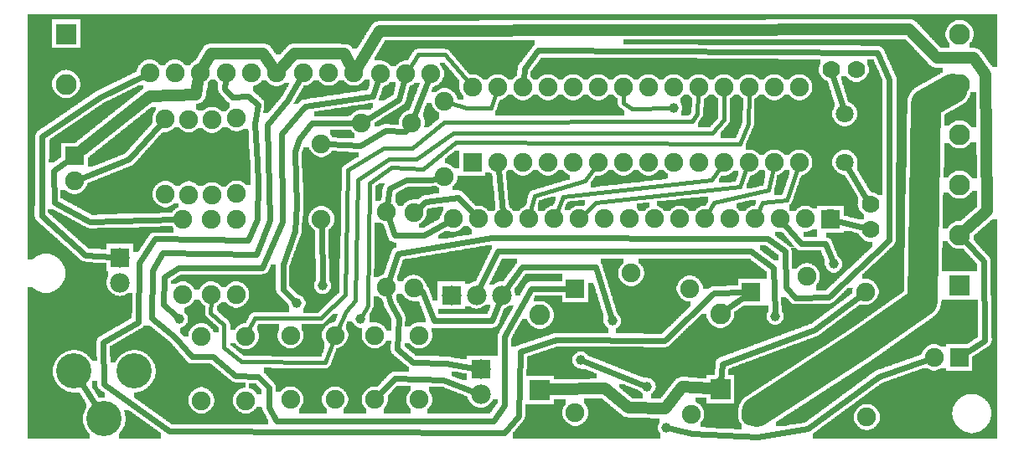
<source format=gtl>
G04 MADE WITH FRITZING*
G04 WWW.FRITZING.ORG*
G04 DOUBLE SIDED*
G04 HOLES PLATED*
G04 CONTOUR ON CENTER OF CONTOUR VECTOR*
%ASAXBY*%
%FSLAX23Y23*%
%MOIN*%
%OFA0B0*%
%SFA1.0B1.0*%
%ADD10C,0.075000*%
%ADD11C,0.039370*%
%ADD12C,0.078000*%
%ADD13C,0.083307*%
%ADD14C,0.140000*%
%ADD15C,0.070925*%
%ADD16C,0.070866*%
%ADD17C,0.070000*%
%ADD18C,0.082000*%
%ADD19R,0.078000X0.078000*%
%ADD20R,0.075000X0.075000*%
%ADD21R,0.083307X0.083307*%
%ADD22R,0.082000X0.082000*%
%ADD23C,0.024000*%
%ADD24C,0.016000*%
%ADD25C,0.048000*%
%ADD26C,0.120000*%
%LNCOPPER1*%
G90*
G70*
G54D10*
X1817Y1564D03*
X3379Y1395D03*
X1199Y1083D03*
X1824Y1037D03*
X602Y1187D03*
X1701Y733D03*
X3301Y802D03*
X2756Y701D03*
X89Y1656D03*
X3722Y528D03*
X978Y639D03*
X2204Y530D03*
X542Y416D03*
X2477Y346D03*
X3494Y158D03*
X3530Y1550D03*
G54D11*
X1364Y516D03*
X644Y516D03*
G54D12*
X1726Y612D03*
X1826Y612D03*
X1926Y612D03*
G54D11*
X2610Y1358D03*
X1111Y580D03*
X1214Y649D03*
X3014Y527D03*
X3247Y736D03*
G54D10*
X3746Y364D03*
X3646Y364D03*
G54D11*
X2367Y509D03*
X2581Y83D03*
X2241Y353D03*
X2505Y248D03*
G54D10*
X1569Y1298D03*
X1369Y1298D03*
G54D13*
X3748Y651D03*
X3748Y851D03*
X3748Y1051D03*
X3748Y1251D03*
X3748Y1451D03*
X3748Y1651D03*
X194Y1652D03*
X194Y1452D03*
G54D14*
X465Y309D03*
X225Y309D03*
X345Y119D03*
G54D15*
X3291Y1334D03*
G54D16*
X3291Y1141D03*
G54D10*
X1810Y1140D03*
X1810Y1440D03*
X1910Y1140D03*
X1910Y1440D03*
X2010Y1140D03*
X2010Y1440D03*
X2110Y1140D03*
X2110Y1440D03*
X2210Y1140D03*
X2210Y1440D03*
X2310Y1140D03*
X2310Y1440D03*
X2410Y1140D03*
X2410Y1440D03*
X2510Y1140D03*
X2510Y1440D03*
X2610Y1140D03*
X2610Y1440D03*
X2710Y1140D03*
X2710Y1440D03*
X2810Y1140D03*
X2810Y1440D03*
X2910Y1140D03*
X2910Y1440D03*
X3010Y1140D03*
X3010Y1440D03*
X3110Y1140D03*
X3110Y1440D03*
X3234Y916D03*
X3134Y916D03*
X3034Y916D03*
X2934Y916D03*
X2834Y916D03*
X2734Y916D03*
X2634Y916D03*
X2534Y916D03*
X2434Y916D03*
X2334Y916D03*
X2234Y916D03*
X2134Y916D03*
X2034Y916D03*
X1934Y916D03*
X1834Y916D03*
X1734Y916D03*
X2918Y625D03*
X2918Y131D03*
X3379Y126D03*
X3141Y687D03*
X3374Y625D03*
X2219Y638D03*
X2219Y144D03*
X2680Y138D03*
X2442Y699D03*
X2675Y638D03*
G54D12*
X1843Y317D03*
X1843Y217D03*
G54D17*
X3393Y973D03*
X3393Y873D03*
G54D10*
X909Y448D03*
X909Y192D03*
X732Y448D03*
X732Y192D03*
X1263Y452D03*
X1263Y196D03*
X1086Y452D03*
X1086Y196D03*
X1599Y452D03*
X1599Y196D03*
X1422Y452D03*
X1422Y196D03*
G54D17*
X3237Y1510D03*
X3337Y1510D03*
G54D10*
X526Y1498D03*
X626Y1498D03*
X726Y1498D03*
X1138Y1497D03*
X1238Y1497D03*
X1338Y1497D03*
X831Y1496D03*
X931Y1496D03*
X1031Y1496D03*
G54D18*
X2796Y239D03*
X2796Y537D03*
G54D10*
X227Y1166D03*
X227Y1066D03*
X1445Y1493D03*
X1545Y1493D03*
X1645Y1493D03*
G54D18*
X2079Y235D03*
X2079Y533D03*
G54D10*
X870Y614D03*
X870Y914D03*
X770Y614D03*
X770Y914D03*
X1699Y1384D03*
X1699Y1084D03*
X589Y1314D03*
X589Y1014D03*
X774Y1010D03*
X774Y1310D03*
X681Y1012D03*
X681Y1312D03*
X872Y1016D03*
X872Y1316D03*
X1576Y641D03*
X1576Y941D03*
X1469Y644D03*
X1469Y944D03*
X1209Y914D03*
X1209Y1214D03*
X658Y614D03*
X658Y914D03*
G54D12*
X407Y762D03*
X407Y662D03*
G54D19*
X1726Y612D03*
G54D20*
X3746Y364D03*
G54D21*
X3748Y651D03*
X194Y1652D03*
G54D20*
X1810Y1140D03*
X3234Y915D03*
X2918Y625D03*
X2219Y637D03*
G54D19*
X1843Y317D03*
G54D22*
X2796Y238D03*
G54D20*
X227Y1166D03*
G54D22*
X2079Y234D03*
G54D19*
X407Y762D03*
G54D23*
X1694Y274D02*
X1815Y228D01*
D02*
X1500Y280D02*
X1694Y274D01*
D02*
X1441Y217D02*
X1500Y280D01*
G54D24*
D02*
X2873Y1214D02*
X2907Y1294D01*
D02*
X1393Y572D02*
X1402Y1058D01*
D02*
X1402Y1058D02*
X1489Y1121D01*
D02*
X1489Y1121D02*
X1613Y1114D01*
D02*
X1613Y1114D02*
X1744Y1220D01*
D02*
X1744Y1220D02*
X2873Y1214D01*
D02*
X2907Y1294D02*
X2910Y1417D01*
D02*
X1371Y528D02*
X1393Y572D01*
G54D23*
D02*
X258Y257D02*
X313Y170D01*
D02*
X1913Y1112D02*
X1931Y944D01*
G54D24*
D02*
X2258Y1067D02*
X2056Y1007D01*
D02*
X2056Y1007D02*
X2039Y938D01*
D02*
X2297Y1121D02*
X2258Y1067D01*
D02*
X2760Y1072D02*
X2797Y1121D01*
D02*
X2171Y1005D02*
X2760Y1072D01*
D02*
X2143Y937D02*
X2171Y1005D01*
D02*
X2300Y982D02*
X2873Y1043D01*
D02*
X2873Y1043D02*
X2902Y1119D01*
D02*
X2250Y932D02*
X2300Y982D01*
D02*
X2987Y1029D02*
X2771Y981D01*
D02*
X2771Y981D02*
X2745Y935D01*
D02*
X3006Y1118D02*
X2987Y1029D01*
G54D23*
D02*
X1937Y175D02*
X1937Y446D01*
D02*
X1937Y446D02*
X2044Y638D01*
D02*
X2044Y638D02*
X2191Y638D01*
D02*
X1893Y112D02*
X1937Y175D01*
D02*
X1030Y112D02*
X1893Y112D01*
D02*
X1000Y164D02*
X1030Y112D01*
D02*
X1000Y244D02*
X1000Y164D01*
D02*
X958Y288D02*
X1000Y244D01*
D02*
X869Y291D02*
X958Y288D01*
D02*
X778Y366D02*
X869Y291D01*
D02*
X1074Y1386D02*
X993Y1290D01*
D02*
X950Y774D02*
X578Y780D01*
D02*
X694Y366D02*
X778Y366D01*
D02*
X628Y444D02*
X694Y366D01*
D02*
X533Y519D02*
X628Y444D01*
D02*
X536Y711D02*
X533Y519D01*
D02*
X578Y780D02*
X536Y711D01*
D02*
X1003Y911D02*
X950Y774D01*
D02*
X993Y1290D02*
X1003Y911D01*
D02*
X1124Y1473D02*
X1074Y1386D01*
D02*
X2770Y620D02*
X2890Y624D01*
D02*
X2574Y431D02*
X2770Y620D01*
D02*
X2144Y435D02*
X2574Y431D01*
D02*
X2000Y386D02*
X2144Y435D01*
D02*
X1993Y131D02*
X2000Y386D01*
D02*
X1937Y64D02*
X1993Y131D01*
D02*
X604Y72D02*
X1937Y64D01*
D02*
X344Y257D02*
X604Y72D01*
D02*
X341Y424D02*
X344Y257D01*
D02*
X481Y505D02*
X341Y423D01*
D02*
X485Y742D02*
X481Y505D01*
D02*
X547Y836D02*
X485Y742D01*
D02*
X919Y830D02*
X547Y836D01*
D02*
X953Y913D02*
X919Y830D01*
D02*
X956Y1061D02*
X953Y913D01*
D02*
X953Y1136D02*
X956Y1061D01*
D02*
X950Y1194D02*
X953Y1136D01*
D02*
X944Y1294D02*
X950Y1194D01*
D02*
X956Y1372D02*
X944Y1294D01*
D02*
X919Y1405D02*
X956Y1372D01*
D02*
X853Y1402D02*
X919Y1405D01*
D02*
X825Y1433D02*
X853Y1402D01*
D02*
X828Y1467D02*
X825Y1433D01*
D02*
X1616Y849D02*
X1709Y902D01*
D02*
X1500Y849D02*
X1616Y849D01*
D02*
X1478Y917D02*
X1500Y849D01*
D02*
X1210Y886D02*
X1214Y668D01*
D02*
X642Y722D02*
X975Y722D01*
D02*
X1144Y1364D02*
X1414Y1405D01*
D02*
X1414Y1405D02*
X1435Y1466D01*
D02*
X1050Y1255D02*
X1144Y1364D01*
D02*
X1053Y905D02*
X1050Y1255D01*
D02*
X975Y722D02*
X1053Y905D01*
D02*
X583Y683D02*
X642Y722D01*
D02*
X581Y574D02*
X583Y683D01*
D02*
X630Y529D02*
X581Y574D01*
D02*
X1483Y580D02*
X1517Y522D01*
D02*
X1703Y341D02*
X1813Y322D01*
D02*
X1575Y344D02*
X1703Y341D01*
D02*
X1517Y522D02*
X1511Y397D01*
D02*
X1511Y397D02*
X1575Y344D01*
D02*
X1475Y617D02*
X1483Y580D01*
D02*
X1624Y983D02*
X1753Y1002D01*
D02*
X1753Y1002D02*
X1814Y936D01*
D02*
X1597Y959D02*
X1624Y983D01*
D02*
X1889Y509D02*
X1916Y584D01*
D02*
X1656Y509D02*
X1889Y509D01*
D02*
X1611Y627D02*
X1656Y509D01*
D02*
X1602Y631D02*
X1611Y627D01*
G54D24*
D02*
X769Y541D02*
X822Y494D01*
D02*
X822Y494D02*
X822Y405D01*
D02*
X892Y347D02*
X1225Y344D01*
D02*
X1225Y344D02*
X1256Y430D01*
D02*
X822Y405D02*
X892Y347D01*
D02*
X770Y591D02*
X769Y541D01*
D02*
X2411Y1377D02*
X2444Y1353D01*
D02*
X2444Y1353D02*
X2597Y1358D01*
D02*
X2411Y1417D02*
X2411Y1377D01*
G54D25*
D02*
X2431Y163D02*
X2578Y161D01*
D02*
X2644Y247D02*
X2753Y241D01*
D02*
X2578Y161D02*
X2644Y247D01*
D02*
X2336Y241D02*
X2431Y163D01*
D02*
X2122Y236D02*
X2336Y241D01*
G54D24*
D02*
X1206Y519D02*
X1303Y613D01*
D02*
X944Y522D02*
X1206Y519D01*
D02*
X1303Y613D02*
X1314Y1111D01*
D02*
X1314Y1111D02*
X1456Y1197D01*
D02*
X1456Y1197D02*
X1572Y1197D01*
D02*
X1572Y1197D02*
X1697Y1302D01*
D02*
X2704Y1334D02*
X2709Y1417D01*
D02*
X2683Y1305D02*
X2704Y1334D01*
D02*
X1697Y1302D02*
X2683Y1305D01*
D02*
X919Y469D02*
X944Y522D01*
G54D23*
D02*
X1056Y635D02*
X1098Y593D01*
D02*
X1170Y1298D02*
X1122Y1235D01*
D02*
X1104Y1183D02*
X1111Y972D01*
D02*
X1104Y868D02*
X1056Y735D01*
D02*
X1056Y735D02*
X1056Y635D01*
D02*
X1111Y972D02*
X1104Y868D01*
D02*
X1122Y1235D02*
X1104Y1183D01*
D02*
X1340Y1298D02*
X1170Y1298D01*
G54D24*
D02*
X2811Y1309D02*
X2811Y1417D01*
D02*
X2764Y1256D02*
X2811Y1309D01*
D02*
X1733Y1258D02*
X2764Y1256D01*
D02*
X1589Y1155D02*
X1733Y1258D01*
D02*
X1478Y1155D02*
X1589Y1155D01*
D02*
X1353Y1072D02*
X1478Y1155D01*
D02*
X1344Y589D02*
X1353Y1072D01*
D02*
X1306Y547D02*
X1344Y589D01*
D02*
X1273Y473D02*
X1306Y547D01*
G54D23*
D02*
X3006Y719D02*
X3013Y546D01*
D02*
X2919Y786D02*
X3006Y719D01*
D02*
X1911Y786D02*
X2919Y786D01*
D02*
X1839Y639D02*
X1911Y786D01*
D02*
X3214Y816D02*
X3240Y753D01*
D02*
X3117Y816D02*
X3214Y816D01*
D02*
X3052Y894D02*
X3117Y816D01*
D02*
X3848Y431D02*
X3770Y380D01*
D02*
X3844Y746D02*
X3848Y431D01*
D02*
X3770Y827D02*
X3844Y746D01*
G54D24*
D02*
X2964Y980D02*
X2943Y936D01*
D02*
X3060Y992D02*
X2964Y980D01*
D02*
X3103Y1118D02*
X3060Y992D01*
G54D23*
D02*
X2300Y723D02*
X2009Y725D01*
D02*
X2009Y725D02*
X1944Y637D01*
D02*
X2361Y527D02*
X2300Y723D01*
D02*
X2258Y346D02*
X2487Y255D01*
D02*
X3144Y79D02*
X3426Y286D01*
D02*
X3426Y286D02*
X3619Y355D01*
D02*
X2944Y47D02*
X3144Y79D01*
D02*
X2683Y61D02*
X2944Y47D01*
D02*
X2600Y79D02*
X2683Y61D01*
D02*
X1634Y1466D02*
X1579Y1324D01*
D02*
X1519Y1392D02*
X1538Y1465D01*
D02*
X1463Y1266D02*
X1543Y1264D01*
D02*
X1543Y1264D02*
X1551Y1275D01*
D02*
X1364Y1208D02*
X1463Y1266D01*
D02*
X1238Y1213D02*
X1364Y1208D01*
D02*
X1393Y1313D02*
X1519Y1392D01*
D02*
X3261Y908D02*
X3368Y880D01*
D02*
X3379Y995D02*
X3305Y1118D01*
D02*
X1649Y1072D02*
X1671Y1077D01*
D02*
X1547Y1072D02*
X1649Y1072D01*
D02*
X1481Y1036D02*
X1547Y1072D01*
D02*
X1472Y973D02*
X1481Y1036D01*
G54D24*
D02*
X1594Y1570D02*
X1700Y1570D01*
D02*
X1557Y1512D02*
X1594Y1570D01*
D02*
X1786Y1358D02*
X1883Y1358D01*
D02*
X1883Y1358D02*
X1903Y1418D01*
D02*
X1721Y1377D02*
X1786Y1358D01*
G54D25*
D02*
X1300Y1574D02*
X1320Y1533D01*
D02*
X1102Y1575D02*
X1300Y1574D01*
D02*
X978Y1575D02*
X770Y1575D01*
D02*
X770Y1575D02*
X740Y1523D01*
D02*
X1050Y1517D02*
X1102Y1575D01*
D02*
X1015Y1520D02*
X978Y1575D01*
G54D24*
D02*
X1700Y1570D02*
X1796Y1458D01*
G54D23*
D02*
X3058Y644D02*
X3053Y786D01*
D02*
X3053Y786D02*
X2983Y838D01*
D02*
X3094Y602D02*
X3058Y644D01*
D02*
X3228Y605D02*
X3094Y602D01*
D02*
X3467Y830D02*
X3228Y605D01*
D02*
X3469Y1472D02*
X3467Y830D01*
D02*
X3422Y1577D02*
X3469Y1472D01*
D02*
X2072Y1586D02*
X3422Y1577D01*
D02*
X2017Y1513D02*
X2072Y1586D01*
D02*
X2983Y838D02*
X1889Y841D01*
D02*
X1889Y841D02*
X1514Y777D01*
D02*
X1514Y777D02*
X1478Y672D01*
D02*
X2013Y1469D02*
X2017Y1513D01*
D02*
X3245Y1485D02*
X3283Y1360D01*
D02*
X2895Y608D02*
X2822Y556D01*
D02*
X2804Y338D02*
X2799Y271D01*
D02*
X3172Y474D02*
X2804Y338D01*
D02*
X3351Y608D02*
X3172Y474D01*
G54D26*
D02*
X3600Y586D02*
X3615Y1375D01*
D02*
X3615Y1375D02*
X3720Y1435D01*
D02*
X3348Y409D02*
X3600Y586D01*
D02*
X2942Y147D02*
X3348Y409D01*
G54D23*
D02*
X203Y1149D02*
X143Y1107D01*
D02*
X146Y982D02*
X289Y905D01*
D02*
X289Y905D02*
X629Y913D01*
D02*
X143Y1107D02*
X146Y982D01*
G54D25*
D02*
X258Y1190D02*
X526Y1405D01*
D02*
X711Y1412D02*
X719Y1459D01*
D02*
X526Y1405D02*
X711Y1412D01*
G54D23*
D02*
X570Y1293D02*
X444Y1153D01*
D02*
X444Y1153D02*
X253Y1076D01*
G54D25*
D02*
X3804Y1557D02*
X3852Y1490D01*
D02*
X3656Y1557D02*
X3804Y1557D01*
D02*
X3856Y946D02*
X3773Y873D01*
D02*
X3852Y1490D02*
X3856Y946D01*
D02*
X1441Y1664D02*
X3548Y1672D01*
D02*
X1353Y1522D02*
X1441Y1664D01*
D02*
X3548Y1672D02*
X3656Y1557D01*
G54D23*
D02*
X270Y772D02*
X377Y764D01*
D02*
X96Y928D02*
X270Y772D01*
D02*
X330Y1401D02*
X99Y1245D01*
D02*
X99Y1245D02*
X96Y928D01*
D02*
X500Y1485D02*
X330Y1401D01*
D02*
X226Y305D02*
X225Y309D01*
G36*
X1842Y1628D02*
X1842Y1626D01*
X1462Y1626D01*
X1462Y1624D01*
X1460Y1624D01*
X1460Y1620D01*
X1458Y1620D01*
X1458Y1616D01*
X1456Y1616D01*
X1456Y1614D01*
X1454Y1614D01*
X1454Y1610D01*
X1452Y1610D01*
X1452Y1606D01*
X1450Y1606D01*
X1450Y1604D01*
X1448Y1604D01*
X1448Y1600D01*
X1446Y1600D01*
X1446Y1598D01*
X1444Y1598D01*
X1444Y1594D01*
X1702Y1594D01*
X1702Y1592D01*
X1710Y1592D01*
X1710Y1590D01*
X1714Y1590D01*
X1714Y1588D01*
X1716Y1588D01*
X1716Y1586D01*
X1718Y1586D01*
X1718Y1584D01*
X1720Y1584D01*
X1720Y1580D01*
X1722Y1580D01*
X1722Y1578D01*
X1724Y1578D01*
X1724Y1576D01*
X1726Y1576D01*
X1726Y1574D01*
X1728Y1574D01*
X1728Y1572D01*
X1730Y1572D01*
X1730Y1570D01*
X1732Y1570D01*
X1732Y1566D01*
X1734Y1566D01*
X1734Y1564D01*
X1736Y1564D01*
X1736Y1562D01*
X1738Y1562D01*
X1738Y1560D01*
X1740Y1560D01*
X1740Y1558D01*
X1742Y1558D01*
X1742Y1556D01*
X1744Y1556D01*
X1744Y1552D01*
X1746Y1552D01*
X1746Y1550D01*
X1748Y1550D01*
X1748Y1548D01*
X1750Y1548D01*
X1750Y1546D01*
X1752Y1546D01*
X1752Y1544D01*
X1754Y1544D01*
X1754Y1542D01*
X1756Y1542D01*
X1756Y1538D01*
X1758Y1538D01*
X1758Y1536D01*
X1760Y1536D01*
X1760Y1534D01*
X1762Y1534D01*
X1762Y1532D01*
X1764Y1532D01*
X1764Y1530D01*
X1766Y1530D01*
X1766Y1526D01*
X1768Y1526D01*
X1768Y1524D01*
X1770Y1524D01*
X1770Y1522D01*
X1772Y1522D01*
X1772Y1520D01*
X1774Y1520D01*
X1774Y1518D01*
X1776Y1518D01*
X1776Y1516D01*
X1778Y1516D01*
X1778Y1512D01*
X1780Y1512D01*
X1780Y1510D01*
X1782Y1510D01*
X1782Y1508D01*
X1784Y1508D01*
X1784Y1506D01*
X1786Y1506D01*
X1786Y1504D01*
X1788Y1504D01*
X1788Y1502D01*
X1790Y1502D01*
X1790Y1498D01*
X1792Y1498D01*
X1792Y1496D01*
X1794Y1496D01*
X1794Y1494D01*
X1796Y1494D01*
X1796Y1492D01*
X1922Y1492D01*
X1922Y1490D01*
X1928Y1490D01*
X1928Y1488D01*
X1932Y1488D01*
X1932Y1486D01*
X1934Y1486D01*
X1934Y1484D01*
X1938Y1484D01*
X1938Y1482D01*
X1940Y1482D01*
X1940Y1480D01*
X1944Y1480D01*
X1944Y1478D01*
X1946Y1478D01*
X1946Y1476D01*
X1948Y1476D01*
X1948Y1474D01*
X1950Y1474D01*
X1950Y1470D01*
X1970Y1470D01*
X1970Y1472D01*
X1972Y1472D01*
X1972Y1474D01*
X1974Y1474D01*
X1974Y1476D01*
X1976Y1476D01*
X1976Y1478D01*
X1978Y1478D01*
X1978Y1480D01*
X1980Y1480D01*
X1980Y1482D01*
X1982Y1482D01*
X1982Y1484D01*
X1986Y1484D01*
X1986Y1486D01*
X1988Y1486D01*
X1988Y1508D01*
X1990Y1508D01*
X1990Y1522D01*
X1992Y1522D01*
X1992Y1526D01*
X1994Y1526D01*
X1994Y1530D01*
X1996Y1530D01*
X1996Y1532D01*
X1998Y1532D01*
X1998Y1536D01*
X2000Y1536D01*
X2000Y1538D01*
X2002Y1538D01*
X2002Y1540D01*
X2004Y1540D01*
X2004Y1542D01*
X2006Y1542D01*
X2006Y1546D01*
X2008Y1546D01*
X2008Y1548D01*
X2010Y1548D01*
X2010Y1550D01*
X2012Y1550D01*
X2012Y1554D01*
X2014Y1554D01*
X2014Y1556D01*
X2016Y1556D01*
X2016Y1558D01*
X2018Y1558D01*
X2018Y1562D01*
X2020Y1562D01*
X2020Y1564D01*
X2022Y1564D01*
X2022Y1566D01*
X2024Y1566D01*
X2024Y1568D01*
X2026Y1568D01*
X2026Y1572D01*
X2028Y1572D01*
X2028Y1574D01*
X2030Y1574D01*
X2030Y1576D01*
X2032Y1576D01*
X2032Y1580D01*
X2034Y1580D01*
X2034Y1582D01*
X2036Y1582D01*
X2036Y1584D01*
X2038Y1584D01*
X2038Y1588D01*
X2040Y1588D01*
X2040Y1590D01*
X2042Y1590D01*
X2042Y1592D01*
X2044Y1592D01*
X2044Y1594D01*
X2046Y1594D01*
X2046Y1598D01*
X2048Y1598D01*
X2048Y1600D01*
X2050Y1600D01*
X2050Y1602D01*
X2052Y1602D01*
X2052Y1604D01*
X2054Y1604D01*
X2054Y1606D01*
X2056Y1606D01*
X2056Y1608D01*
X2058Y1608D01*
X2058Y1628D01*
X1842Y1628D01*
G37*
D02*
G36*
X1442Y1594D02*
X1442Y1590D01*
X1440Y1590D01*
X1440Y1588D01*
X1438Y1588D01*
X1438Y1584D01*
X1436Y1584D01*
X1436Y1580D01*
X1434Y1580D01*
X1434Y1578D01*
X1432Y1578D01*
X1432Y1574D01*
X1430Y1574D01*
X1430Y1572D01*
X1428Y1572D01*
X1428Y1568D01*
X1426Y1568D01*
X1426Y1564D01*
X1424Y1564D01*
X1424Y1562D01*
X1422Y1562D01*
X1422Y1558D01*
X1420Y1558D01*
X1420Y1546D01*
X1452Y1546D01*
X1452Y1544D01*
X1460Y1544D01*
X1460Y1542D01*
X1464Y1542D01*
X1464Y1540D01*
X1468Y1540D01*
X1468Y1538D01*
X1470Y1538D01*
X1470Y1536D01*
X1474Y1536D01*
X1474Y1534D01*
X1476Y1534D01*
X1476Y1532D01*
X1478Y1532D01*
X1478Y1530D01*
X1480Y1530D01*
X1480Y1528D01*
X1482Y1528D01*
X1482Y1526D01*
X1484Y1526D01*
X1484Y1524D01*
X1506Y1524D01*
X1506Y1526D01*
X1508Y1526D01*
X1508Y1530D01*
X1512Y1530D01*
X1512Y1532D01*
X1514Y1532D01*
X1514Y1534D01*
X1516Y1534D01*
X1516Y1536D01*
X1518Y1536D01*
X1518Y1538D01*
X1522Y1538D01*
X1522Y1540D01*
X1526Y1540D01*
X1526Y1542D01*
X1530Y1542D01*
X1530Y1544D01*
X1538Y1544D01*
X1538Y1546D01*
X1552Y1546D01*
X1552Y1548D01*
X1554Y1548D01*
X1554Y1552D01*
X1556Y1552D01*
X1556Y1554D01*
X1558Y1554D01*
X1558Y1558D01*
X1560Y1558D01*
X1560Y1560D01*
X1562Y1560D01*
X1562Y1564D01*
X1564Y1564D01*
X1564Y1568D01*
X1566Y1568D01*
X1566Y1570D01*
X1568Y1570D01*
X1568Y1574D01*
X1570Y1574D01*
X1570Y1576D01*
X1572Y1576D01*
X1572Y1580D01*
X1574Y1580D01*
X1574Y1582D01*
X1576Y1582D01*
X1576Y1586D01*
X1578Y1586D01*
X1578Y1588D01*
X1582Y1588D01*
X1582Y1590D01*
X1584Y1590D01*
X1584Y1592D01*
X1592Y1592D01*
X1592Y1594D01*
X1442Y1594D01*
G37*
D02*
G36*
X1822Y1492D02*
X1822Y1490D01*
X1828Y1490D01*
X1828Y1488D01*
X1832Y1488D01*
X1832Y1486D01*
X1834Y1486D01*
X1834Y1484D01*
X1838Y1484D01*
X1838Y1482D01*
X1840Y1482D01*
X1840Y1480D01*
X1844Y1480D01*
X1844Y1478D01*
X1846Y1478D01*
X1846Y1476D01*
X1848Y1476D01*
X1848Y1474D01*
X1850Y1474D01*
X1850Y1470D01*
X1870Y1470D01*
X1870Y1472D01*
X1872Y1472D01*
X1872Y1474D01*
X1874Y1474D01*
X1874Y1476D01*
X1876Y1476D01*
X1876Y1478D01*
X1878Y1478D01*
X1878Y1480D01*
X1880Y1480D01*
X1880Y1482D01*
X1882Y1482D01*
X1882Y1484D01*
X1886Y1484D01*
X1886Y1486D01*
X1890Y1486D01*
X1890Y1488D01*
X1894Y1488D01*
X1894Y1490D01*
X1898Y1490D01*
X1898Y1492D01*
X1822Y1492D01*
G37*
D02*
G36*
X1680Y1536D02*
X1680Y1528D01*
X1682Y1528D01*
X1682Y1526D01*
X1684Y1526D01*
X1684Y1524D01*
X1686Y1524D01*
X1686Y1522D01*
X1688Y1522D01*
X1688Y1518D01*
X1690Y1518D01*
X1690Y1514D01*
X1692Y1514D01*
X1692Y1512D01*
X1694Y1512D01*
X1694Y1506D01*
X1696Y1506D01*
X1696Y1496D01*
X1698Y1496D01*
X1698Y1490D01*
X1696Y1490D01*
X1696Y1480D01*
X1694Y1480D01*
X1694Y1476D01*
X1692Y1476D01*
X1692Y1472D01*
X1690Y1472D01*
X1690Y1468D01*
X1688Y1468D01*
X1688Y1466D01*
X1686Y1466D01*
X1686Y1462D01*
X1684Y1462D01*
X1684Y1460D01*
X1682Y1460D01*
X1682Y1458D01*
X1680Y1458D01*
X1680Y1456D01*
X1678Y1456D01*
X1678Y1454D01*
X1676Y1454D01*
X1676Y1452D01*
X1672Y1452D01*
X1672Y1450D01*
X1670Y1450D01*
X1670Y1448D01*
X1666Y1448D01*
X1666Y1446D01*
X1662Y1446D01*
X1662Y1444D01*
X1658Y1444D01*
X1658Y1442D01*
X1654Y1442D01*
X1654Y1440D01*
X1652Y1440D01*
X1652Y1436D01*
X1710Y1436D01*
X1710Y1434D01*
X1716Y1434D01*
X1716Y1432D01*
X1720Y1432D01*
X1720Y1430D01*
X1724Y1430D01*
X1724Y1428D01*
X1726Y1428D01*
X1726Y1426D01*
X1728Y1426D01*
X1728Y1424D01*
X1732Y1424D01*
X1732Y1422D01*
X1734Y1422D01*
X1734Y1420D01*
X1736Y1420D01*
X1736Y1418D01*
X1738Y1418D01*
X1738Y1416D01*
X1740Y1416D01*
X1740Y1412D01*
X1742Y1412D01*
X1742Y1410D01*
X1744Y1410D01*
X1744Y1406D01*
X1746Y1406D01*
X1746Y1402D01*
X1748Y1402D01*
X1748Y1398D01*
X1750Y1398D01*
X1750Y1392D01*
X1774Y1392D01*
X1774Y1406D01*
X1772Y1406D01*
X1772Y1408D01*
X1770Y1408D01*
X1770Y1412D01*
X1768Y1412D01*
X1768Y1414D01*
X1766Y1414D01*
X1766Y1418D01*
X1764Y1418D01*
X1764Y1420D01*
X1762Y1420D01*
X1762Y1426D01*
X1760Y1426D01*
X1760Y1432D01*
X1758Y1432D01*
X1758Y1468D01*
X1756Y1468D01*
X1756Y1470D01*
X1754Y1470D01*
X1754Y1472D01*
X1752Y1472D01*
X1752Y1474D01*
X1750Y1474D01*
X1750Y1478D01*
X1748Y1478D01*
X1748Y1480D01*
X1746Y1480D01*
X1746Y1482D01*
X1744Y1482D01*
X1744Y1484D01*
X1742Y1484D01*
X1742Y1486D01*
X1740Y1486D01*
X1740Y1488D01*
X1738Y1488D01*
X1738Y1492D01*
X1736Y1492D01*
X1736Y1494D01*
X1734Y1494D01*
X1734Y1496D01*
X1732Y1496D01*
X1732Y1498D01*
X1730Y1498D01*
X1730Y1500D01*
X1728Y1500D01*
X1728Y1502D01*
X1726Y1502D01*
X1726Y1506D01*
X1724Y1506D01*
X1724Y1508D01*
X1722Y1508D01*
X1722Y1510D01*
X1720Y1510D01*
X1720Y1512D01*
X1718Y1512D01*
X1718Y1514D01*
X1716Y1514D01*
X1716Y1518D01*
X1714Y1518D01*
X1714Y1520D01*
X1712Y1520D01*
X1712Y1522D01*
X1710Y1522D01*
X1710Y1524D01*
X1708Y1524D01*
X1708Y1526D01*
X1706Y1526D01*
X1706Y1528D01*
X1704Y1528D01*
X1704Y1532D01*
X1702Y1532D01*
X1702Y1534D01*
X1700Y1534D01*
X1700Y1536D01*
X1680Y1536D01*
G37*
D02*
G36*
X1650Y1436D02*
X1650Y1430D01*
X1648Y1430D01*
X1648Y1424D01*
X1646Y1424D01*
X1646Y1422D01*
X1666Y1422D01*
X1666Y1424D01*
X1670Y1424D01*
X1670Y1426D01*
X1672Y1426D01*
X1672Y1428D01*
X1676Y1428D01*
X1676Y1430D01*
X1678Y1430D01*
X1678Y1432D01*
X1682Y1432D01*
X1682Y1434D01*
X1688Y1434D01*
X1688Y1436D01*
X1650Y1436D01*
G37*
D02*
G36*
X768Y1472D02*
X768Y1468D01*
X766Y1468D01*
X766Y1466D01*
X764Y1466D01*
X764Y1464D01*
X762Y1464D01*
X762Y1462D01*
X760Y1462D01*
X760Y1460D01*
X758Y1460D01*
X758Y1450D01*
X756Y1450D01*
X756Y1438D01*
X754Y1438D01*
X754Y1426D01*
X752Y1426D01*
X752Y1414D01*
X750Y1414D01*
X750Y1404D01*
X748Y1404D01*
X748Y1398D01*
X746Y1398D01*
X746Y1394D01*
X744Y1394D01*
X744Y1390D01*
X742Y1390D01*
X742Y1388D01*
X740Y1388D01*
X740Y1386D01*
X738Y1386D01*
X738Y1384D01*
X736Y1384D01*
X736Y1382D01*
X734Y1382D01*
X734Y1380D01*
X730Y1380D01*
X730Y1378D01*
X726Y1378D01*
X726Y1376D01*
X720Y1376D01*
X720Y1374D01*
X710Y1374D01*
X710Y1362D01*
X784Y1362D01*
X784Y1360D01*
X790Y1360D01*
X790Y1358D01*
X794Y1358D01*
X794Y1356D01*
X798Y1356D01*
X798Y1354D01*
X802Y1354D01*
X802Y1352D01*
X804Y1352D01*
X804Y1350D01*
X806Y1350D01*
X806Y1348D01*
X808Y1348D01*
X808Y1346D01*
X810Y1346D01*
X810Y1344D01*
X830Y1344D01*
X830Y1346D01*
X832Y1346D01*
X832Y1348D01*
X834Y1348D01*
X834Y1350D01*
X836Y1350D01*
X836Y1352D01*
X838Y1352D01*
X838Y1354D01*
X840Y1354D01*
X840Y1356D01*
X842Y1356D01*
X842Y1358D01*
X844Y1358D01*
X844Y1378D01*
X840Y1378D01*
X840Y1380D01*
X836Y1380D01*
X836Y1382D01*
X834Y1382D01*
X834Y1384D01*
X832Y1384D01*
X832Y1386D01*
X830Y1386D01*
X830Y1388D01*
X828Y1388D01*
X828Y1390D01*
X826Y1390D01*
X826Y1392D01*
X824Y1392D01*
X824Y1396D01*
X822Y1396D01*
X822Y1398D01*
X820Y1398D01*
X820Y1400D01*
X818Y1400D01*
X818Y1402D01*
X816Y1402D01*
X816Y1404D01*
X814Y1404D01*
X814Y1406D01*
X812Y1406D01*
X812Y1408D01*
X810Y1408D01*
X810Y1410D01*
X808Y1410D01*
X808Y1412D01*
X806Y1412D01*
X806Y1416D01*
X804Y1416D01*
X804Y1418D01*
X802Y1418D01*
X802Y1420D01*
X800Y1420D01*
X800Y1426D01*
X798Y1426D01*
X798Y1460D01*
X794Y1460D01*
X794Y1464D01*
X792Y1464D01*
X792Y1466D01*
X790Y1466D01*
X790Y1468D01*
X788Y1468D01*
X788Y1472D01*
X768Y1472D01*
G37*
D02*
G36*
X710Y1362D02*
X710Y1354D01*
X712Y1354D01*
X712Y1352D01*
X714Y1352D01*
X714Y1350D01*
X716Y1350D01*
X716Y1348D01*
X718Y1348D01*
X718Y1346D01*
X740Y1346D01*
X740Y1348D01*
X742Y1348D01*
X742Y1350D01*
X744Y1350D01*
X744Y1352D01*
X746Y1352D01*
X746Y1354D01*
X750Y1354D01*
X750Y1356D01*
X754Y1356D01*
X754Y1358D01*
X758Y1358D01*
X758Y1360D01*
X764Y1360D01*
X764Y1362D01*
X710Y1362D01*
G37*
D02*
G36*
X1380Y1470D02*
X1380Y1468D01*
X1378Y1468D01*
X1378Y1466D01*
X1376Y1466D01*
X1376Y1464D01*
X1374Y1464D01*
X1374Y1462D01*
X1372Y1462D01*
X1372Y1460D01*
X1370Y1460D01*
X1370Y1458D01*
X1368Y1458D01*
X1368Y1456D01*
X1366Y1456D01*
X1366Y1454D01*
X1362Y1454D01*
X1362Y1452D01*
X1358Y1452D01*
X1358Y1450D01*
X1356Y1450D01*
X1356Y1448D01*
X1350Y1448D01*
X1350Y1446D01*
X1400Y1446D01*
X1400Y1470D01*
X1380Y1470D01*
G37*
D02*
G36*
X1178Y1468D02*
X1178Y1466D01*
X1176Y1466D01*
X1176Y1464D01*
X1174Y1464D01*
X1174Y1462D01*
X1172Y1462D01*
X1172Y1460D01*
X1170Y1460D01*
X1170Y1458D01*
X1168Y1458D01*
X1168Y1456D01*
X1166Y1456D01*
X1166Y1454D01*
X1162Y1454D01*
X1162Y1452D01*
X1158Y1452D01*
X1158Y1450D01*
X1156Y1450D01*
X1156Y1448D01*
X1150Y1448D01*
X1150Y1446D01*
X1226Y1446D01*
X1226Y1448D01*
X1222Y1448D01*
X1222Y1450D01*
X1218Y1450D01*
X1218Y1452D01*
X1214Y1452D01*
X1214Y1454D01*
X1210Y1454D01*
X1210Y1456D01*
X1208Y1456D01*
X1208Y1458D01*
X1206Y1458D01*
X1206Y1460D01*
X1204Y1460D01*
X1204Y1462D01*
X1202Y1462D01*
X1202Y1464D01*
X1200Y1464D01*
X1200Y1466D01*
X1198Y1466D01*
X1198Y1468D01*
X1178Y1468D01*
G37*
D02*
G36*
X1278Y1468D02*
X1278Y1466D01*
X1276Y1466D01*
X1276Y1464D01*
X1274Y1464D01*
X1274Y1462D01*
X1272Y1462D01*
X1272Y1460D01*
X1270Y1460D01*
X1270Y1458D01*
X1268Y1458D01*
X1268Y1456D01*
X1266Y1456D01*
X1266Y1454D01*
X1262Y1454D01*
X1262Y1452D01*
X1258Y1452D01*
X1258Y1450D01*
X1256Y1450D01*
X1256Y1448D01*
X1250Y1448D01*
X1250Y1446D01*
X1326Y1446D01*
X1326Y1448D01*
X1322Y1448D01*
X1322Y1450D01*
X1318Y1450D01*
X1318Y1452D01*
X1314Y1452D01*
X1314Y1454D01*
X1310Y1454D01*
X1310Y1456D01*
X1308Y1456D01*
X1308Y1458D01*
X1306Y1458D01*
X1306Y1460D01*
X1304Y1460D01*
X1304Y1462D01*
X1302Y1462D01*
X1302Y1464D01*
X1300Y1464D01*
X1300Y1466D01*
X1298Y1466D01*
X1298Y1468D01*
X1278Y1468D01*
G37*
D02*
G36*
X1138Y1446D02*
X1138Y1444D01*
X1400Y1444D01*
X1400Y1446D01*
X1138Y1446D01*
G37*
D02*
G36*
X1138Y1446D02*
X1138Y1444D01*
X1400Y1444D01*
X1400Y1446D01*
X1138Y1446D01*
G37*
D02*
G36*
X1138Y1446D02*
X1138Y1444D01*
X1400Y1444D01*
X1400Y1446D01*
X1138Y1446D01*
G37*
D02*
G36*
X1138Y1444D02*
X1138Y1442D01*
X1136Y1442D01*
X1136Y1438D01*
X1134Y1438D01*
X1134Y1434D01*
X1132Y1434D01*
X1132Y1432D01*
X1130Y1432D01*
X1130Y1428D01*
X1128Y1428D01*
X1128Y1424D01*
X1126Y1424D01*
X1126Y1422D01*
X1124Y1422D01*
X1124Y1418D01*
X1122Y1418D01*
X1122Y1414D01*
X1120Y1414D01*
X1120Y1410D01*
X1118Y1410D01*
X1118Y1408D01*
X1116Y1408D01*
X1116Y1404D01*
X1114Y1404D01*
X1114Y1400D01*
X1112Y1400D01*
X1112Y1396D01*
X1110Y1396D01*
X1110Y1394D01*
X1108Y1394D01*
X1108Y1390D01*
X1106Y1390D01*
X1106Y1386D01*
X1104Y1386D01*
X1104Y1382D01*
X1102Y1382D01*
X1102Y1380D01*
X1100Y1380D01*
X1100Y1376D01*
X1098Y1376D01*
X1098Y1374D01*
X1118Y1374D01*
X1118Y1376D01*
X1120Y1376D01*
X1120Y1378D01*
X1122Y1378D01*
X1122Y1382D01*
X1124Y1382D01*
X1124Y1384D01*
X1126Y1384D01*
X1126Y1386D01*
X1130Y1386D01*
X1130Y1388D01*
X1132Y1388D01*
X1132Y1390D01*
X1140Y1390D01*
X1140Y1392D01*
X1152Y1392D01*
X1152Y1394D01*
X1164Y1394D01*
X1164Y1396D01*
X1178Y1396D01*
X1178Y1398D01*
X1192Y1398D01*
X1192Y1400D01*
X1204Y1400D01*
X1204Y1402D01*
X1218Y1402D01*
X1218Y1404D01*
X1230Y1404D01*
X1230Y1406D01*
X1244Y1406D01*
X1244Y1408D01*
X1258Y1408D01*
X1258Y1410D01*
X1270Y1410D01*
X1270Y1412D01*
X1284Y1412D01*
X1284Y1414D01*
X1298Y1414D01*
X1298Y1416D01*
X1310Y1416D01*
X1310Y1418D01*
X1324Y1418D01*
X1324Y1420D01*
X1336Y1420D01*
X1336Y1422D01*
X1350Y1422D01*
X1350Y1424D01*
X1364Y1424D01*
X1364Y1426D01*
X1376Y1426D01*
X1376Y1428D01*
X1390Y1428D01*
X1390Y1430D01*
X1394Y1430D01*
X1394Y1434D01*
X1396Y1434D01*
X1396Y1438D01*
X1398Y1438D01*
X1398Y1444D01*
X1138Y1444D01*
G37*
D02*
G36*
X972Y1466D02*
X972Y1464D01*
X970Y1464D01*
X970Y1462D01*
X968Y1462D01*
X968Y1460D01*
X966Y1460D01*
X966Y1458D01*
X964Y1458D01*
X964Y1456D01*
X960Y1456D01*
X960Y1454D01*
X958Y1454D01*
X958Y1452D01*
X954Y1452D01*
X954Y1450D01*
X952Y1450D01*
X952Y1448D01*
X948Y1448D01*
X948Y1446D01*
X942Y1446D01*
X942Y1444D01*
X1022Y1444D01*
X1022Y1446D01*
X1016Y1446D01*
X1016Y1448D01*
X1012Y1448D01*
X1012Y1450D01*
X1008Y1450D01*
X1008Y1452D01*
X1004Y1452D01*
X1004Y1454D01*
X1002Y1454D01*
X1002Y1456D01*
X1000Y1456D01*
X1000Y1458D01*
X998Y1458D01*
X998Y1460D01*
X994Y1460D01*
X994Y1464D01*
X992Y1464D01*
X992Y1466D01*
X972Y1466D01*
G37*
D02*
G36*
X1064Y1458D02*
X1064Y1456D01*
X1060Y1456D01*
X1060Y1454D01*
X1058Y1454D01*
X1058Y1452D01*
X1054Y1452D01*
X1054Y1450D01*
X1052Y1450D01*
X1052Y1448D01*
X1048Y1448D01*
X1048Y1446D01*
X1042Y1446D01*
X1042Y1444D01*
X1076Y1444D01*
X1076Y1446D01*
X1078Y1446D01*
X1078Y1450D01*
X1080Y1450D01*
X1080Y1452D01*
X1082Y1452D01*
X1082Y1456D01*
X1084Y1456D01*
X1084Y1458D01*
X1064Y1458D01*
G37*
D02*
G36*
X938Y1444D02*
X938Y1442D01*
X1076Y1442D01*
X1076Y1444D01*
X938Y1444D01*
G37*
D02*
G36*
X938Y1444D02*
X938Y1442D01*
X1076Y1442D01*
X1076Y1444D01*
X938Y1444D01*
G37*
D02*
G36*
X938Y1442D02*
X938Y1424D01*
X940Y1424D01*
X940Y1422D01*
X942Y1422D01*
X942Y1420D01*
X944Y1420D01*
X944Y1418D01*
X946Y1418D01*
X946Y1416D01*
X948Y1416D01*
X948Y1414D01*
X950Y1414D01*
X950Y1412D01*
X954Y1412D01*
X954Y1410D01*
X956Y1410D01*
X956Y1408D01*
X958Y1408D01*
X958Y1406D01*
X960Y1406D01*
X960Y1404D01*
X962Y1404D01*
X962Y1402D01*
X964Y1402D01*
X964Y1400D01*
X966Y1400D01*
X966Y1398D01*
X968Y1398D01*
X968Y1396D01*
X970Y1396D01*
X970Y1394D01*
X972Y1394D01*
X972Y1392D01*
X974Y1392D01*
X974Y1390D01*
X976Y1390D01*
X976Y1388D01*
X978Y1388D01*
X978Y1386D01*
X980Y1386D01*
X980Y1380D01*
X982Y1380D01*
X982Y1360D01*
X980Y1360D01*
X980Y1346D01*
X978Y1346D01*
X978Y1338D01*
X998Y1338D01*
X998Y1340D01*
X1000Y1340D01*
X1000Y1342D01*
X1002Y1342D01*
X1002Y1344D01*
X1004Y1344D01*
X1004Y1348D01*
X1006Y1348D01*
X1006Y1350D01*
X1008Y1350D01*
X1008Y1352D01*
X1010Y1352D01*
X1010Y1354D01*
X1012Y1354D01*
X1012Y1356D01*
X1014Y1356D01*
X1014Y1358D01*
X1016Y1358D01*
X1016Y1362D01*
X1018Y1362D01*
X1018Y1364D01*
X1020Y1364D01*
X1020Y1366D01*
X1022Y1366D01*
X1022Y1368D01*
X1024Y1368D01*
X1024Y1370D01*
X1026Y1370D01*
X1026Y1374D01*
X1028Y1374D01*
X1028Y1376D01*
X1030Y1376D01*
X1030Y1378D01*
X1032Y1378D01*
X1032Y1380D01*
X1034Y1380D01*
X1034Y1382D01*
X1036Y1382D01*
X1036Y1384D01*
X1038Y1384D01*
X1038Y1388D01*
X1040Y1388D01*
X1040Y1390D01*
X1042Y1390D01*
X1042Y1392D01*
X1044Y1392D01*
X1044Y1394D01*
X1046Y1394D01*
X1046Y1396D01*
X1048Y1396D01*
X1048Y1400D01*
X1050Y1400D01*
X1050Y1402D01*
X1052Y1402D01*
X1052Y1404D01*
X1054Y1404D01*
X1054Y1408D01*
X1056Y1408D01*
X1056Y1412D01*
X1058Y1412D01*
X1058Y1414D01*
X1060Y1414D01*
X1060Y1418D01*
X1062Y1418D01*
X1062Y1422D01*
X1064Y1422D01*
X1064Y1426D01*
X1066Y1426D01*
X1066Y1428D01*
X1068Y1428D01*
X1068Y1432D01*
X1070Y1432D01*
X1070Y1436D01*
X1072Y1436D01*
X1072Y1440D01*
X1074Y1440D01*
X1074Y1442D01*
X938Y1442D01*
G37*
D02*
G36*
X1484Y1462D02*
X1484Y1460D01*
X1482Y1460D01*
X1482Y1458D01*
X1480Y1458D01*
X1480Y1456D01*
X1478Y1456D01*
X1478Y1454D01*
X1476Y1454D01*
X1476Y1452D01*
X1472Y1452D01*
X1472Y1450D01*
X1470Y1450D01*
X1470Y1448D01*
X1466Y1448D01*
X1466Y1446D01*
X1462Y1446D01*
X1462Y1444D01*
X1458Y1444D01*
X1458Y1442D01*
X1454Y1442D01*
X1454Y1436D01*
X1452Y1436D01*
X1452Y1430D01*
X1450Y1430D01*
X1450Y1424D01*
X1448Y1424D01*
X1448Y1418D01*
X1446Y1418D01*
X1446Y1412D01*
X1444Y1412D01*
X1444Y1406D01*
X1442Y1406D01*
X1442Y1402D01*
X1440Y1402D01*
X1440Y1396D01*
X1438Y1396D01*
X1438Y1386D01*
X1460Y1386D01*
X1460Y1388D01*
X1462Y1388D01*
X1462Y1390D01*
X1466Y1390D01*
X1466Y1392D01*
X1468Y1392D01*
X1468Y1394D01*
X1472Y1394D01*
X1472Y1396D01*
X1476Y1396D01*
X1476Y1398D01*
X1478Y1398D01*
X1478Y1400D01*
X1482Y1400D01*
X1482Y1402D01*
X1484Y1402D01*
X1484Y1404D01*
X1488Y1404D01*
X1488Y1406D01*
X1490Y1406D01*
X1490Y1408D01*
X1494Y1408D01*
X1494Y1410D01*
X1496Y1410D01*
X1496Y1418D01*
X1498Y1418D01*
X1498Y1424D01*
X1500Y1424D01*
X1500Y1432D01*
X1502Y1432D01*
X1502Y1440D01*
X1504Y1440D01*
X1504Y1462D01*
X1484Y1462D01*
G37*
D02*
G36*
X1580Y1458D02*
X1580Y1456D01*
X1578Y1456D01*
X1578Y1454D01*
X1576Y1454D01*
X1576Y1452D01*
X1572Y1452D01*
X1572Y1450D01*
X1570Y1450D01*
X1570Y1448D01*
X1566Y1448D01*
X1566Y1446D01*
X1562Y1446D01*
X1562Y1444D01*
X1560Y1444D01*
X1560Y1440D01*
X1558Y1440D01*
X1558Y1434D01*
X1556Y1434D01*
X1556Y1426D01*
X1554Y1426D01*
X1554Y1418D01*
X1552Y1418D01*
X1552Y1410D01*
X1550Y1410D01*
X1550Y1402D01*
X1548Y1402D01*
X1548Y1394D01*
X1546Y1394D01*
X1546Y1388D01*
X1544Y1388D01*
X1544Y1382D01*
X1542Y1382D01*
X1542Y1378D01*
X1540Y1378D01*
X1540Y1374D01*
X1538Y1374D01*
X1538Y1372D01*
X1534Y1372D01*
X1534Y1370D01*
X1532Y1370D01*
X1532Y1368D01*
X1528Y1368D01*
X1528Y1366D01*
X1526Y1366D01*
X1526Y1364D01*
X1522Y1364D01*
X1522Y1362D01*
X1520Y1362D01*
X1520Y1360D01*
X1516Y1360D01*
X1516Y1358D01*
X1512Y1358D01*
X1512Y1356D01*
X1510Y1356D01*
X1510Y1354D01*
X1506Y1354D01*
X1506Y1352D01*
X1504Y1352D01*
X1504Y1350D01*
X1500Y1350D01*
X1500Y1348D01*
X1498Y1348D01*
X1498Y1346D01*
X1494Y1346D01*
X1494Y1344D01*
X1490Y1344D01*
X1490Y1342D01*
X1488Y1342D01*
X1488Y1340D01*
X1484Y1340D01*
X1484Y1338D01*
X1482Y1338D01*
X1482Y1336D01*
X1478Y1336D01*
X1478Y1334D01*
X1474Y1334D01*
X1474Y1332D01*
X1472Y1332D01*
X1472Y1330D01*
X1468Y1330D01*
X1468Y1328D01*
X1466Y1328D01*
X1466Y1326D01*
X1462Y1326D01*
X1462Y1324D01*
X1458Y1324D01*
X1458Y1322D01*
X1456Y1322D01*
X1456Y1320D01*
X1452Y1320D01*
X1452Y1318D01*
X1450Y1318D01*
X1450Y1316D01*
X1446Y1316D01*
X1446Y1314D01*
X1444Y1314D01*
X1444Y1312D01*
X1440Y1312D01*
X1440Y1310D01*
X1436Y1310D01*
X1436Y1308D01*
X1434Y1308D01*
X1434Y1306D01*
X1430Y1306D01*
X1430Y1304D01*
X1428Y1304D01*
X1428Y1302D01*
X1424Y1302D01*
X1424Y1300D01*
X1420Y1300D01*
X1420Y1294D01*
X1482Y1294D01*
X1482Y1292D01*
X1516Y1292D01*
X1516Y1306D01*
X1518Y1306D01*
X1518Y1314D01*
X1520Y1314D01*
X1520Y1318D01*
X1522Y1318D01*
X1522Y1322D01*
X1524Y1322D01*
X1524Y1324D01*
X1526Y1324D01*
X1526Y1328D01*
X1528Y1328D01*
X1528Y1330D01*
X1530Y1330D01*
X1530Y1332D01*
X1532Y1332D01*
X1532Y1334D01*
X1534Y1334D01*
X1534Y1336D01*
X1536Y1336D01*
X1536Y1338D01*
X1538Y1338D01*
X1538Y1340D01*
X1542Y1340D01*
X1542Y1342D01*
X1544Y1342D01*
X1544Y1344D01*
X1548Y1344D01*
X1548Y1346D01*
X1552Y1346D01*
X1552Y1348D01*
X1558Y1348D01*
X1558Y1350D01*
X1560Y1350D01*
X1560Y1354D01*
X1562Y1354D01*
X1562Y1358D01*
X1564Y1358D01*
X1564Y1364D01*
X1566Y1364D01*
X1566Y1368D01*
X1568Y1368D01*
X1568Y1374D01*
X1570Y1374D01*
X1570Y1378D01*
X1572Y1378D01*
X1572Y1384D01*
X1574Y1384D01*
X1574Y1388D01*
X1576Y1388D01*
X1576Y1394D01*
X1578Y1394D01*
X1578Y1400D01*
X1580Y1400D01*
X1580Y1404D01*
X1582Y1404D01*
X1582Y1410D01*
X1584Y1410D01*
X1584Y1414D01*
X1586Y1414D01*
X1586Y1420D01*
X1588Y1420D01*
X1588Y1424D01*
X1590Y1424D01*
X1590Y1430D01*
X1592Y1430D01*
X1592Y1436D01*
X1594Y1436D01*
X1594Y1440D01*
X1596Y1440D01*
X1596Y1446D01*
X1598Y1446D01*
X1598Y1450D01*
X1600Y1450D01*
X1600Y1458D01*
X1580Y1458D01*
G37*
D02*
G36*
X1420Y1294D02*
X1420Y1284D01*
X1442Y1284D01*
X1442Y1286D01*
X1444Y1286D01*
X1444Y1288D01*
X1448Y1288D01*
X1448Y1290D01*
X1452Y1290D01*
X1452Y1292D01*
X1458Y1292D01*
X1458Y1294D01*
X1420Y1294D01*
G37*
D02*
G36*
X478Y1446D02*
X478Y1444D01*
X474Y1444D01*
X474Y1442D01*
X470Y1442D01*
X470Y1440D01*
X466Y1440D01*
X466Y1438D01*
X462Y1438D01*
X462Y1436D01*
X458Y1436D01*
X458Y1434D01*
X454Y1434D01*
X454Y1432D01*
X450Y1432D01*
X450Y1430D01*
X446Y1430D01*
X446Y1428D01*
X442Y1428D01*
X442Y1426D01*
X438Y1426D01*
X438Y1424D01*
X434Y1424D01*
X434Y1422D01*
X430Y1422D01*
X430Y1420D01*
X426Y1420D01*
X426Y1418D01*
X422Y1418D01*
X422Y1416D01*
X418Y1416D01*
X418Y1414D01*
X414Y1414D01*
X414Y1412D01*
X410Y1412D01*
X410Y1410D01*
X406Y1410D01*
X406Y1408D01*
X402Y1408D01*
X402Y1406D01*
X398Y1406D01*
X398Y1404D01*
X394Y1404D01*
X394Y1402D01*
X390Y1402D01*
X390Y1400D01*
X386Y1400D01*
X386Y1398D01*
X382Y1398D01*
X382Y1396D01*
X378Y1396D01*
X378Y1394D01*
X374Y1394D01*
X374Y1392D01*
X370Y1392D01*
X370Y1390D01*
X366Y1390D01*
X366Y1388D01*
X362Y1388D01*
X362Y1386D01*
X356Y1386D01*
X356Y1384D01*
X352Y1384D01*
X352Y1382D01*
X348Y1382D01*
X348Y1380D01*
X344Y1380D01*
X344Y1378D01*
X342Y1378D01*
X342Y1376D01*
X338Y1376D01*
X338Y1374D01*
X336Y1374D01*
X336Y1372D01*
X332Y1372D01*
X332Y1370D01*
X330Y1370D01*
X330Y1368D01*
X326Y1368D01*
X326Y1366D01*
X324Y1366D01*
X324Y1364D01*
X320Y1364D01*
X320Y1362D01*
X318Y1362D01*
X318Y1360D01*
X314Y1360D01*
X314Y1358D01*
X312Y1358D01*
X312Y1356D01*
X308Y1356D01*
X308Y1354D01*
X306Y1354D01*
X306Y1352D01*
X304Y1352D01*
X304Y1350D01*
X300Y1350D01*
X300Y1348D01*
X298Y1348D01*
X298Y1346D01*
X294Y1346D01*
X294Y1344D01*
X292Y1344D01*
X292Y1342D01*
X288Y1342D01*
X288Y1340D01*
X286Y1340D01*
X286Y1338D01*
X282Y1338D01*
X282Y1336D01*
X280Y1336D01*
X280Y1334D01*
X276Y1334D01*
X276Y1332D01*
X274Y1332D01*
X274Y1330D01*
X270Y1330D01*
X270Y1328D01*
X268Y1328D01*
X268Y1326D01*
X264Y1326D01*
X264Y1324D01*
X262Y1324D01*
X262Y1322D01*
X258Y1322D01*
X258Y1320D01*
X256Y1320D01*
X256Y1318D01*
X252Y1318D01*
X252Y1316D01*
X250Y1316D01*
X250Y1314D01*
X248Y1314D01*
X248Y1312D01*
X244Y1312D01*
X244Y1310D01*
X242Y1310D01*
X242Y1308D01*
X238Y1308D01*
X238Y1306D01*
X236Y1306D01*
X236Y1304D01*
X232Y1304D01*
X232Y1302D01*
X230Y1302D01*
X230Y1300D01*
X226Y1300D01*
X226Y1298D01*
X224Y1298D01*
X224Y1296D01*
X220Y1296D01*
X220Y1294D01*
X218Y1294D01*
X218Y1292D01*
X214Y1292D01*
X214Y1290D01*
X212Y1290D01*
X212Y1288D01*
X208Y1288D01*
X208Y1286D01*
X206Y1286D01*
X206Y1284D01*
X202Y1284D01*
X202Y1282D01*
X200Y1282D01*
X200Y1280D01*
X196Y1280D01*
X196Y1278D01*
X194Y1278D01*
X194Y1276D01*
X192Y1276D01*
X192Y1274D01*
X188Y1274D01*
X188Y1272D01*
X186Y1272D01*
X186Y1270D01*
X182Y1270D01*
X182Y1268D01*
X180Y1268D01*
X180Y1266D01*
X176Y1266D01*
X176Y1264D01*
X174Y1264D01*
X174Y1262D01*
X170Y1262D01*
X170Y1260D01*
X168Y1260D01*
X168Y1258D01*
X164Y1258D01*
X164Y1256D01*
X162Y1256D01*
X162Y1254D01*
X158Y1254D01*
X158Y1252D01*
X156Y1252D01*
X156Y1250D01*
X152Y1250D01*
X152Y1248D01*
X150Y1248D01*
X150Y1246D01*
X146Y1246D01*
X146Y1244D01*
X144Y1244D01*
X144Y1242D01*
X142Y1242D01*
X142Y1240D01*
X138Y1240D01*
X138Y1238D01*
X136Y1238D01*
X136Y1236D01*
X132Y1236D01*
X132Y1234D01*
X130Y1234D01*
X130Y1232D01*
X126Y1232D01*
X126Y1154D01*
X124Y1154D01*
X124Y1140D01*
X144Y1140D01*
X144Y1142D01*
X146Y1142D01*
X146Y1144D01*
X150Y1144D01*
X150Y1146D01*
X152Y1146D01*
X152Y1148D01*
X156Y1148D01*
X156Y1150D01*
X158Y1150D01*
X158Y1152D01*
X162Y1152D01*
X162Y1154D01*
X164Y1154D01*
X164Y1156D01*
X166Y1156D01*
X166Y1158D01*
X170Y1158D01*
X170Y1160D01*
X172Y1160D01*
X172Y1162D01*
X174Y1162D01*
X174Y1218D01*
X230Y1218D01*
X230Y1220D01*
X234Y1220D01*
X234Y1222D01*
X236Y1222D01*
X236Y1224D01*
X238Y1224D01*
X238Y1226D01*
X240Y1226D01*
X240Y1228D01*
X242Y1228D01*
X242Y1230D01*
X246Y1230D01*
X246Y1232D01*
X248Y1232D01*
X248Y1234D01*
X250Y1234D01*
X250Y1236D01*
X252Y1236D01*
X252Y1238D01*
X256Y1238D01*
X256Y1240D01*
X258Y1240D01*
X258Y1242D01*
X260Y1242D01*
X260Y1244D01*
X262Y1244D01*
X262Y1246D01*
X266Y1246D01*
X266Y1248D01*
X268Y1248D01*
X268Y1250D01*
X270Y1250D01*
X270Y1252D01*
X272Y1252D01*
X272Y1254D01*
X276Y1254D01*
X276Y1256D01*
X278Y1256D01*
X278Y1258D01*
X280Y1258D01*
X280Y1260D01*
X282Y1260D01*
X282Y1262D01*
X286Y1262D01*
X286Y1264D01*
X288Y1264D01*
X288Y1266D01*
X290Y1266D01*
X290Y1268D01*
X292Y1268D01*
X292Y1270D01*
X296Y1270D01*
X296Y1272D01*
X298Y1272D01*
X298Y1274D01*
X300Y1274D01*
X300Y1276D01*
X302Y1276D01*
X302Y1278D01*
X306Y1278D01*
X306Y1280D01*
X308Y1280D01*
X308Y1282D01*
X310Y1282D01*
X310Y1284D01*
X312Y1284D01*
X312Y1286D01*
X316Y1286D01*
X316Y1288D01*
X318Y1288D01*
X318Y1290D01*
X320Y1290D01*
X320Y1292D01*
X322Y1292D01*
X322Y1294D01*
X326Y1294D01*
X326Y1296D01*
X328Y1296D01*
X328Y1298D01*
X330Y1298D01*
X330Y1300D01*
X332Y1300D01*
X332Y1302D01*
X336Y1302D01*
X336Y1304D01*
X338Y1304D01*
X338Y1306D01*
X340Y1306D01*
X340Y1308D01*
X342Y1308D01*
X342Y1310D01*
X346Y1310D01*
X346Y1312D01*
X348Y1312D01*
X348Y1314D01*
X350Y1314D01*
X350Y1316D01*
X352Y1316D01*
X352Y1318D01*
X356Y1318D01*
X356Y1320D01*
X358Y1320D01*
X358Y1322D01*
X360Y1322D01*
X360Y1324D01*
X362Y1324D01*
X362Y1326D01*
X366Y1326D01*
X366Y1328D01*
X368Y1328D01*
X368Y1330D01*
X370Y1330D01*
X370Y1332D01*
X372Y1332D01*
X372Y1334D01*
X376Y1334D01*
X376Y1336D01*
X378Y1336D01*
X378Y1338D01*
X380Y1338D01*
X380Y1340D01*
X382Y1340D01*
X382Y1342D01*
X386Y1342D01*
X386Y1344D01*
X388Y1344D01*
X388Y1346D01*
X390Y1346D01*
X390Y1348D01*
X392Y1348D01*
X392Y1350D01*
X396Y1350D01*
X396Y1352D01*
X398Y1352D01*
X398Y1354D01*
X400Y1354D01*
X400Y1356D01*
X404Y1356D01*
X404Y1358D01*
X406Y1358D01*
X406Y1360D01*
X408Y1360D01*
X408Y1362D01*
X410Y1362D01*
X410Y1364D01*
X414Y1364D01*
X414Y1366D01*
X416Y1366D01*
X416Y1368D01*
X418Y1368D01*
X418Y1370D01*
X420Y1370D01*
X420Y1372D01*
X424Y1372D01*
X424Y1374D01*
X426Y1374D01*
X426Y1376D01*
X428Y1376D01*
X428Y1378D01*
X430Y1378D01*
X430Y1380D01*
X434Y1380D01*
X434Y1382D01*
X436Y1382D01*
X436Y1384D01*
X438Y1384D01*
X438Y1386D01*
X440Y1386D01*
X440Y1388D01*
X444Y1388D01*
X444Y1390D01*
X446Y1390D01*
X446Y1392D01*
X448Y1392D01*
X448Y1394D01*
X450Y1394D01*
X450Y1396D01*
X454Y1396D01*
X454Y1398D01*
X456Y1398D01*
X456Y1400D01*
X458Y1400D01*
X458Y1402D01*
X460Y1402D01*
X460Y1404D01*
X464Y1404D01*
X464Y1406D01*
X466Y1406D01*
X466Y1408D01*
X468Y1408D01*
X468Y1410D01*
X470Y1410D01*
X470Y1412D01*
X474Y1412D01*
X474Y1414D01*
X476Y1414D01*
X476Y1416D01*
X478Y1416D01*
X478Y1418D01*
X480Y1418D01*
X480Y1420D01*
X484Y1420D01*
X484Y1422D01*
X486Y1422D01*
X486Y1424D01*
X488Y1424D01*
X488Y1426D01*
X490Y1426D01*
X490Y1428D01*
X494Y1428D01*
X494Y1430D01*
X496Y1430D01*
X496Y1432D01*
X498Y1432D01*
X498Y1434D01*
X500Y1434D01*
X500Y1446D01*
X478Y1446D01*
G37*
D02*
G36*
X3794Y1422D02*
X3794Y1420D01*
X3792Y1420D01*
X3792Y1412D01*
X3790Y1412D01*
X3790Y1406D01*
X3788Y1406D01*
X3788Y1402D01*
X3786Y1402D01*
X3786Y1398D01*
X3784Y1398D01*
X3784Y1396D01*
X3782Y1396D01*
X3782Y1392D01*
X3780Y1392D01*
X3780Y1390D01*
X3778Y1390D01*
X3778Y1388D01*
X3776Y1388D01*
X3776Y1384D01*
X3774Y1384D01*
X3774Y1382D01*
X3772Y1382D01*
X3772Y1380D01*
X3770Y1380D01*
X3770Y1378D01*
X3766Y1378D01*
X3766Y1376D01*
X3764Y1376D01*
X3764Y1374D01*
X3762Y1374D01*
X3762Y1372D01*
X3758Y1372D01*
X3758Y1370D01*
X3754Y1370D01*
X3754Y1368D01*
X3752Y1368D01*
X3752Y1366D01*
X3748Y1366D01*
X3748Y1364D01*
X3744Y1364D01*
X3744Y1362D01*
X3740Y1362D01*
X3740Y1360D01*
X3738Y1360D01*
X3738Y1358D01*
X3734Y1358D01*
X3734Y1356D01*
X3730Y1356D01*
X3730Y1354D01*
X3726Y1354D01*
X3726Y1352D01*
X3722Y1352D01*
X3722Y1350D01*
X3720Y1350D01*
X3720Y1348D01*
X3716Y1348D01*
X3716Y1346D01*
X3712Y1346D01*
X3712Y1344D01*
X3708Y1344D01*
X3708Y1342D01*
X3706Y1342D01*
X3706Y1340D01*
X3702Y1340D01*
X3702Y1338D01*
X3698Y1338D01*
X3698Y1336D01*
X3694Y1336D01*
X3694Y1334D01*
X3692Y1334D01*
X3692Y1332D01*
X3688Y1332D01*
X3688Y1308D01*
X3758Y1308D01*
X3758Y1306D01*
X3764Y1306D01*
X3764Y1304D01*
X3770Y1304D01*
X3770Y1302D01*
X3772Y1302D01*
X3772Y1300D01*
X3776Y1300D01*
X3776Y1298D01*
X3780Y1298D01*
X3780Y1296D01*
X3782Y1296D01*
X3782Y1294D01*
X3784Y1294D01*
X3784Y1292D01*
X3786Y1292D01*
X3786Y1290D01*
X3788Y1290D01*
X3788Y1288D01*
X3790Y1288D01*
X3790Y1286D01*
X3792Y1286D01*
X3792Y1284D01*
X3794Y1284D01*
X3794Y1280D01*
X3814Y1280D01*
X3814Y1422D01*
X3794Y1422D01*
G37*
D02*
G36*
X3688Y1308D02*
X3688Y1288D01*
X3708Y1288D01*
X3708Y1290D01*
X3710Y1290D01*
X3710Y1292D01*
X3712Y1292D01*
X3712Y1294D01*
X3714Y1294D01*
X3714Y1296D01*
X3718Y1296D01*
X3718Y1298D01*
X3720Y1298D01*
X3720Y1300D01*
X3724Y1300D01*
X3724Y1302D01*
X3726Y1302D01*
X3726Y1304D01*
X3732Y1304D01*
X3732Y1306D01*
X3738Y1306D01*
X3738Y1308D01*
X3688Y1308D01*
G37*
D02*
G36*
X1950Y1410D02*
X1950Y1408D01*
X1948Y1408D01*
X1948Y1406D01*
X1946Y1406D01*
X1946Y1404D01*
X1944Y1404D01*
X1944Y1402D01*
X1942Y1402D01*
X1942Y1400D01*
X1940Y1400D01*
X1940Y1398D01*
X1936Y1398D01*
X1936Y1396D01*
X1934Y1396D01*
X1934Y1394D01*
X1930Y1394D01*
X1930Y1392D01*
X1926Y1392D01*
X1926Y1390D01*
X1920Y1390D01*
X1920Y1388D01*
X2002Y1388D01*
X2002Y1390D01*
X1996Y1390D01*
X1996Y1392D01*
X1990Y1392D01*
X1990Y1394D01*
X1988Y1394D01*
X1988Y1396D01*
X1984Y1396D01*
X1984Y1398D01*
X1982Y1398D01*
X1982Y1400D01*
X1978Y1400D01*
X1978Y1402D01*
X1976Y1402D01*
X1976Y1404D01*
X1974Y1404D01*
X1974Y1406D01*
X1972Y1406D01*
X1972Y1408D01*
X1970Y1408D01*
X1970Y1410D01*
X1950Y1410D01*
G37*
D02*
G36*
X2050Y1410D02*
X2050Y1408D01*
X2048Y1408D01*
X2048Y1406D01*
X2046Y1406D01*
X2046Y1404D01*
X2044Y1404D01*
X2044Y1402D01*
X2042Y1402D01*
X2042Y1400D01*
X2040Y1400D01*
X2040Y1398D01*
X2036Y1398D01*
X2036Y1396D01*
X2034Y1396D01*
X2034Y1394D01*
X2030Y1394D01*
X2030Y1392D01*
X2026Y1392D01*
X2026Y1390D01*
X2020Y1390D01*
X2020Y1388D01*
X2102Y1388D01*
X2102Y1390D01*
X2096Y1390D01*
X2096Y1392D01*
X2090Y1392D01*
X2090Y1394D01*
X2088Y1394D01*
X2088Y1396D01*
X2084Y1396D01*
X2084Y1398D01*
X2082Y1398D01*
X2082Y1400D01*
X2078Y1400D01*
X2078Y1402D01*
X2076Y1402D01*
X2076Y1404D01*
X2074Y1404D01*
X2074Y1406D01*
X2072Y1406D01*
X2072Y1408D01*
X2070Y1408D01*
X2070Y1410D01*
X2050Y1410D01*
G37*
D02*
G36*
X2150Y1410D02*
X2150Y1408D01*
X2148Y1408D01*
X2148Y1406D01*
X2146Y1406D01*
X2146Y1404D01*
X2144Y1404D01*
X2144Y1402D01*
X2142Y1402D01*
X2142Y1400D01*
X2140Y1400D01*
X2140Y1398D01*
X2136Y1398D01*
X2136Y1396D01*
X2134Y1396D01*
X2134Y1394D01*
X2130Y1394D01*
X2130Y1392D01*
X2126Y1392D01*
X2126Y1390D01*
X2120Y1390D01*
X2120Y1388D01*
X2202Y1388D01*
X2202Y1390D01*
X2196Y1390D01*
X2196Y1392D01*
X2190Y1392D01*
X2190Y1394D01*
X2188Y1394D01*
X2188Y1396D01*
X2184Y1396D01*
X2184Y1398D01*
X2182Y1398D01*
X2182Y1400D01*
X2178Y1400D01*
X2178Y1402D01*
X2176Y1402D01*
X2176Y1404D01*
X2174Y1404D01*
X2174Y1406D01*
X2172Y1406D01*
X2172Y1408D01*
X2170Y1408D01*
X2170Y1410D01*
X2150Y1410D01*
G37*
D02*
G36*
X2250Y1410D02*
X2250Y1408D01*
X2248Y1408D01*
X2248Y1406D01*
X2246Y1406D01*
X2246Y1404D01*
X2244Y1404D01*
X2244Y1402D01*
X2242Y1402D01*
X2242Y1400D01*
X2240Y1400D01*
X2240Y1398D01*
X2236Y1398D01*
X2236Y1396D01*
X2234Y1396D01*
X2234Y1394D01*
X2230Y1394D01*
X2230Y1392D01*
X2226Y1392D01*
X2226Y1390D01*
X2220Y1390D01*
X2220Y1388D01*
X2302Y1388D01*
X2302Y1390D01*
X2296Y1390D01*
X2296Y1392D01*
X2290Y1392D01*
X2290Y1394D01*
X2288Y1394D01*
X2288Y1396D01*
X2284Y1396D01*
X2284Y1398D01*
X2282Y1398D01*
X2282Y1400D01*
X2278Y1400D01*
X2278Y1402D01*
X2276Y1402D01*
X2276Y1404D01*
X2274Y1404D01*
X2274Y1406D01*
X2272Y1406D01*
X2272Y1408D01*
X2270Y1408D01*
X2270Y1410D01*
X2250Y1410D01*
G37*
D02*
G36*
X2350Y1410D02*
X2350Y1408D01*
X2348Y1408D01*
X2348Y1406D01*
X2346Y1406D01*
X2346Y1404D01*
X2344Y1404D01*
X2344Y1402D01*
X2342Y1402D01*
X2342Y1400D01*
X2340Y1400D01*
X2340Y1398D01*
X2336Y1398D01*
X2336Y1396D01*
X2334Y1396D01*
X2334Y1394D01*
X2330Y1394D01*
X2330Y1392D01*
X2326Y1392D01*
X2326Y1390D01*
X2320Y1390D01*
X2320Y1388D01*
X2388Y1388D01*
X2388Y1396D01*
X2384Y1396D01*
X2384Y1398D01*
X2382Y1398D01*
X2382Y1400D01*
X2378Y1400D01*
X2378Y1402D01*
X2376Y1402D01*
X2376Y1404D01*
X2374Y1404D01*
X2374Y1406D01*
X2372Y1406D01*
X2372Y1408D01*
X2370Y1408D01*
X2370Y1410D01*
X2350Y1410D01*
G37*
D02*
G36*
X1918Y1388D02*
X1918Y1386D01*
X2388Y1386D01*
X2388Y1388D01*
X1918Y1388D01*
G37*
D02*
G36*
X1918Y1388D02*
X1918Y1386D01*
X2388Y1386D01*
X2388Y1388D01*
X1918Y1388D01*
G37*
D02*
G36*
X1918Y1388D02*
X1918Y1386D01*
X2388Y1386D01*
X2388Y1388D01*
X1918Y1388D01*
G37*
D02*
G36*
X1918Y1388D02*
X1918Y1386D01*
X2388Y1386D01*
X2388Y1388D01*
X1918Y1388D01*
G37*
D02*
G36*
X1918Y1388D02*
X1918Y1386D01*
X2388Y1386D01*
X2388Y1388D01*
X1918Y1388D01*
G37*
D02*
G36*
X1916Y1386D02*
X1916Y1380D01*
X1914Y1380D01*
X1914Y1374D01*
X1912Y1374D01*
X1912Y1368D01*
X1910Y1368D01*
X1910Y1362D01*
X1908Y1362D01*
X1908Y1356D01*
X1906Y1356D01*
X1906Y1350D01*
X1904Y1350D01*
X1904Y1346D01*
X1902Y1346D01*
X1902Y1326D01*
X2204Y1326D01*
X2204Y1328D01*
X2414Y1328D01*
X2414Y1348D01*
X2412Y1348D01*
X2412Y1350D01*
X2408Y1350D01*
X2408Y1352D01*
X2406Y1352D01*
X2406Y1354D01*
X2404Y1354D01*
X2404Y1356D01*
X2400Y1356D01*
X2400Y1358D01*
X2398Y1358D01*
X2398Y1360D01*
X2396Y1360D01*
X2396Y1362D01*
X2394Y1362D01*
X2394Y1364D01*
X2392Y1364D01*
X2392Y1366D01*
X2390Y1366D01*
X2390Y1372D01*
X2388Y1372D01*
X2388Y1386D01*
X1916Y1386D01*
G37*
D02*
G36*
X2650Y1410D02*
X2650Y1408D01*
X2648Y1408D01*
X2648Y1406D01*
X2646Y1406D01*
X2646Y1404D01*
X2644Y1404D01*
X2644Y1402D01*
X2642Y1402D01*
X2642Y1400D01*
X2640Y1400D01*
X2640Y1398D01*
X2636Y1398D01*
X2636Y1378D01*
X2638Y1378D01*
X2638Y1376D01*
X2640Y1376D01*
X2640Y1372D01*
X2642Y1372D01*
X2642Y1368D01*
X2644Y1368D01*
X2644Y1348D01*
X2642Y1348D01*
X2642Y1328D01*
X2672Y1328D01*
X2672Y1330D01*
X2674Y1330D01*
X2674Y1332D01*
X2676Y1332D01*
X2676Y1336D01*
X2678Y1336D01*
X2678Y1338D01*
X2680Y1338D01*
X2680Y1342D01*
X2682Y1342D01*
X2682Y1362D01*
X2684Y1362D01*
X2684Y1398D01*
X2682Y1398D01*
X2682Y1400D01*
X2678Y1400D01*
X2678Y1402D01*
X2676Y1402D01*
X2676Y1404D01*
X2674Y1404D01*
X2674Y1406D01*
X2672Y1406D01*
X2672Y1408D01*
X2670Y1408D01*
X2670Y1410D01*
X2650Y1410D01*
G37*
D02*
G36*
X2750Y1410D02*
X2750Y1408D01*
X2748Y1408D01*
X2748Y1406D01*
X2746Y1406D01*
X2746Y1404D01*
X2744Y1404D01*
X2744Y1402D01*
X2742Y1402D01*
X2742Y1400D01*
X2740Y1400D01*
X2740Y1398D01*
X2736Y1398D01*
X2736Y1396D01*
X2734Y1396D01*
X2734Y1394D01*
X2730Y1394D01*
X2730Y1362D01*
X2728Y1362D01*
X2728Y1330D01*
X2726Y1330D01*
X2726Y1324D01*
X2724Y1324D01*
X2724Y1320D01*
X2722Y1320D01*
X2722Y1318D01*
X2720Y1318D01*
X2720Y1316D01*
X2718Y1316D01*
X2718Y1312D01*
X2716Y1312D01*
X2716Y1310D01*
X2714Y1310D01*
X2714Y1306D01*
X2712Y1306D01*
X2712Y1304D01*
X2710Y1304D01*
X2710Y1302D01*
X2708Y1302D01*
X2708Y1280D01*
X2756Y1280D01*
X2756Y1282D01*
X2758Y1282D01*
X2758Y1286D01*
X2760Y1286D01*
X2760Y1288D01*
X2762Y1288D01*
X2762Y1290D01*
X2764Y1290D01*
X2764Y1292D01*
X2766Y1292D01*
X2766Y1294D01*
X2768Y1294D01*
X2768Y1296D01*
X2770Y1296D01*
X2770Y1298D01*
X2772Y1298D01*
X2772Y1302D01*
X2774Y1302D01*
X2774Y1304D01*
X2776Y1304D01*
X2776Y1306D01*
X2778Y1306D01*
X2778Y1308D01*
X2780Y1308D01*
X2780Y1310D01*
X2782Y1310D01*
X2782Y1312D01*
X2784Y1312D01*
X2784Y1314D01*
X2786Y1314D01*
X2786Y1318D01*
X2788Y1318D01*
X2788Y1396D01*
X2784Y1396D01*
X2784Y1398D01*
X2782Y1398D01*
X2782Y1400D01*
X2778Y1400D01*
X2778Y1402D01*
X2776Y1402D01*
X2776Y1404D01*
X2774Y1404D01*
X2774Y1406D01*
X2772Y1406D01*
X2772Y1408D01*
X2770Y1408D01*
X2770Y1410D01*
X2750Y1410D01*
G37*
D02*
G36*
X2850Y1410D02*
X2850Y1408D01*
X2848Y1408D01*
X2848Y1406D01*
X2846Y1406D01*
X2846Y1404D01*
X2844Y1404D01*
X2844Y1402D01*
X2842Y1402D01*
X2842Y1400D01*
X2840Y1400D01*
X2840Y1398D01*
X2836Y1398D01*
X2836Y1396D01*
X2834Y1396D01*
X2834Y1302D01*
X2832Y1302D01*
X2832Y1298D01*
X2830Y1298D01*
X2830Y1296D01*
X2828Y1296D01*
X2828Y1294D01*
X2826Y1294D01*
X2826Y1290D01*
X2824Y1290D01*
X2824Y1288D01*
X2822Y1288D01*
X2822Y1286D01*
X2820Y1286D01*
X2820Y1284D01*
X2818Y1284D01*
X2818Y1282D01*
X2816Y1282D01*
X2816Y1280D01*
X2814Y1280D01*
X2814Y1278D01*
X2812Y1278D01*
X2812Y1274D01*
X2810Y1274D01*
X2810Y1272D01*
X2808Y1272D01*
X2808Y1270D01*
X2806Y1270D01*
X2806Y1268D01*
X2804Y1268D01*
X2804Y1266D01*
X2802Y1266D01*
X2802Y1264D01*
X2800Y1264D01*
X2800Y1262D01*
X2798Y1262D01*
X2798Y1258D01*
X2796Y1258D01*
X2796Y1238D01*
X2858Y1238D01*
X2858Y1240D01*
X2860Y1240D01*
X2860Y1244D01*
X2862Y1244D01*
X2862Y1250D01*
X2864Y1250D01*
X2864Y1254D01*
X2866Y1254D01*
X2866Y1258D01*
X2868Y1258D01*
X2868Y1264D01*
X2870Y1264D01*
X2870Y1268D01*
X2872Y1268D01*
X2872Y1274D01*
X2874Y1274D01*
X2874Y1278D01*
X2876Y1278D01*
X2876Y1282D01*
X2878Y1282D01*
X2878Y1288D01*
X2880Y1288D01*
X2880Y1292D01*
X2882Y1292D01*
X2882Y1298D01*
X2884Y1298D01*
X2884Y1346D01*
X2886Y1346D01*
X2886Y1396D01*
X2884Y1396D01*
X2884Y1398D01*
X2882Y1398D01*
X2882Y1400D01*
X2878Y1400D01*
X2878Y1402D01*
X2876Y1402D01*
X2876Y1404D01*
X2874Y1404D01*
X2874Y1406D01*
X2872Y1406D01*
X2872Y1408D01*
X2870Y1408D01*
X2870Y1410D01*
X2850Y1410D01*
G37*
D02*
G36*
X2084Y1558D02*
X2084Y1556D01*
X2082Y1556D01*
X2082Y1554D01*
X2080Y1554D01*
X2080Y1550D01*
X2078Y1550D01*
X2078Y1548D01*
X2076Y1548D01*
X2076Y1546D01*
X2074Y1546D01*
X2074Y1542D01*
X2072Y1542D01*
X2072Y1540D01*
X2070Y1540D01*
X2070Y1538D01*
X2068Y1538D01*
X2068Y1534D01*
X2066Y1534D01*
X2066Y1532D01*
X2064Y1532D01*
X2064Y1530D01*
X2062Y1530D01*
X2062Y1528D01*
X2060Y1528D01*
X2060Y1524D01*
X2058Y1524D01*
X2058Y1522D01*
X2056Y1522D01*
X2056Y1520D01*
X2054Y1520D01*
X2054Y1516D01*
X2052Y1516D01*
X2052Y1514D01*
X2050Y1514D01*
X2050Y1512D01*
X2048Y1512D01*
X2048Y1508D01*
X2046Y1508D01*
X2046Y1506D01*
X2044Y1506D01*
X2044Y1504D01*
X2042Y1504D01*
X2042Y1492D01*
X3122Y1492D01*
X3122Y1490D01*
X3128Y1490D01*
X3128Y1488D01*
X3132Y1488D01*
X3132Y1486D01*
X3134Y1486D01*
X3134Y1484D01*
X3138Y1484D01*
X3138Y1482D01*
X3140Y1482D01*
X3140Y1480D01*
X3144Y1480D01*
X3144Y1478D01*
X3146Y1478D01*
X3146Y1476D01*
X3148Y1476D01*
X3148Y1474D01*
X3150Y1474D01*
X3150Y1470D01*
X3152Y1470D01*
X3152Y1468D01*
X3154Y1468D01*
X3154Y1466D01*
X3156Y1466D01*
X3156Y1462D01*
X3158Y1462D01*
X3158Y1458D01*
X3160Y1458D01*
X3160Y1452D01*
X3162Y1452D01*
X3162Y1428D01*
X3160Y1428D01*
X3160Y1422D01*
X3158Y1422D01*
X3158Y1420D01*
X3156Y1420D01*
X3156Y1416D01*
X3154Y1416D01*
X3154Y1412D01*
X3152Y1412D01*
X3152Y1410D01*
X3150Y1410D01*
X3150Y1408D01*
X3148Y1408D01*
X3148Y1406D01*
X3146Y1406D01*
X3146Y1404D01*
X3144Y1404D01*
X3144Y1402D01*
X3142Y1402D01*
X3142Y1400D01*
X3140Y1400D01*
X3140Y1398D01*
X3136Y1398D01*
X3136Y1396D01*
X3134Y1396D01*
X3134Y1394D01*
X3130Y1394D01*
X3130Y1392D01*
X3126Y1392D01*
X3126Y1390D01*
X3120Y1390D01*
X3120Y1388D01*
X3246Y1388D01*
X3246Y1392D01*
X3244Y1392D01*
X3244Y1400D01*
X3242Y1400D01*
X3242Y1406D01*
X3240Y1406D01*
X3240Y1412D01*
X3238Y1412D01*
X3238Y1418D01*
X3236Y1418D01*
X3236Y1426D01*
X3234Y1426D01*
X3234Y1432D01*
X3232Y1432D01*
X3232Y1438D01*
X3230Y1438D01*
X3230Y1444D01*
X3228Y1444D01*
X3228Y1452D01*
X3226Y1452D01*
X3226Y1458D01*
X3224Y1458D01*
X3224Y1464D01*
X3220Y1464D01*
X3220Y1466D01*
X3216Y1466D01*
X3216Y1468D01*
X3212Y1468D01*
X3212Y1470D01*
X3210Y1470D01*
X3210Y1472D01*
X3208Y1472D01*
X3208Y1474D01*
X3204Y1474D01*
X3204Y1476D01*
X3202Y1476D01*
X3202Y1478D01*
X3200Y1478D01*
X3200Y1482D01*
X3198Y1482D01*
X3198Y1484D01*
X3196Y1484D01*
X3196Y1486D01*
X3194Y1486D01*
X3194Y1490D01*
X3192Y1490D01*
X3192Y1494D01*
X3190Y1494D01*
X3190Y1498D01*
X3188Y1498D01*
X3188Y1510D01*
X3186Y1510D01*
X3186Y1512D01*
X3188Y1512D01*
X3188Y1522D01*
X3190Y1522D01*
X3190Y1528D01*
X3192Y1528D01*
X3192Y1532D01*
X3194Y1532D01*
X3194Y1552D01*
X3028Y1552D01*
X3028Y1554D01*
X2704Y1554D01*
X2704Y1556D01*
X2380Y1556D01*
X2380Y1558D01*
X2084Y1558D01*
G37*
D02*
G36*
X3382Y1550D02*
X3382Y1528D01*
X3384Y1528D01*
X3384Y1522D01*
X3386Y1522D01*
X3386Y1512D01*
X3388Y1512D01*
X3388Y1510D01*
X3386Y1510D01*
X3386Y1498D01*
X3384Y1498D01*
X3384Y1494D01*
X3382Y1494D01*
X3382Y1490D01*
X3380Y1490D01*
X3380Y1486D01*
X3378Y1486D01*
X3378Y1484D01*
X3376Y1484D01*
X3376Y1482D01*
X3374Y1482D01*
X3374Y1478D01*
X3372Y1478D01*
X3372Y1476D01*
X3370Y1476D01*
X3370Y1474D01*
X3366Y1474D01*
X3366Y1472D01*
X3364Y1472D01*
X3364Y1470D01*
X3362Y1470D01*
X3362Y1468D01*
X3358Y1468D01*
X3358Y1466D01*
X3354Y1466D01*
X3354Y1464D01*
X3350Y1464D01*
X3350Y1462D01*
X3342Y1462D01*
X3342Y1460D01*
X3442Y1460D01*
X3442Y1470D01*
X3440Y1470D01*
X3440Y1474D01*
X3438Y1474D01*
X3438Y1478D01*
X3436Y1478D01*
X3436Y1482D01*
X3434Y1482D01*
X3434Y1488D01*
X3432Y1488D01*
X3432Y1492D01*
X3430Y1492D01*
X3430Y1496D01*
X3428Y1496D01*
X3428Y1500D01*
X3426Y1500D01*
X3426Y1506D01*
X3424Y1506D01*
X3424Y1510D01*
X3422Y1510D01*
X3422Y1514D01*
X3420Y1514D01*
X3420Y1518D01*
X3418Y1518D01*
X3418Y1524D01*
X3416Y1524D01*
X3416Y1528D01*
X3414Y1528D01*
X3414Y1532D01*
X3412Y1532D01*
X3412Y1536D01*
X3410Y1536D01*
X3410Y1540D01*
X3408Y1540D01*
X3408Y1546D01*
X3406Y1546D01*
X3406Y1550D01*
X3382Y1550D01*
G37*
D02*
G36*
X2042Y1492D02*
X2042Y1480D01*
X2044Y1480D01*
X2044Y1478D01*
X2046Y1478D01*
X2046Y1476D01*
X2048Y1476D01*
X2048Y1474D01*
X2050Y1474D01*
X2050Y1470D01*
X2070Y1470D01*
X2070Y1472D01*
X2072Y1472D01*
X2072Y1474D01*
X2074Y1474D01*
X2074Y1476D01*
X2076Y1476D01*
X2076Y1478D01*
X2078Y1478D01*
X2078Y1480D01*
X2080Y1480D01*
X2080Y1482D01*
X2082Y1482D01*
X2082Y1484D01*
X2086Y1484D01*
X2086Y1486D01*
X2090Y1486D01*
X2090Y1488D01*
X2094Y1488D01*
X2094Y1490D01*
X2098Y1490D01*
X2098Y1492D01*
X2042Y1492D01*
G37*
D02*
G36*
X2122Y1492D02*
X2122Y1490D01*
X2128Y1490D01*
X2128Y1488D01*
X2132Y1488D01*
X2132Y1486D01*
X2134Y1486D01*
X2134Y1484D01*
X2138Y1484D01*
X2138Y1482D01*
X2140Y1482D01*
X2140Y1480D01*
X2144Y1480D01*
X2144Y1478D01*
X2146Y1478D01*
X2146Y1476D01*
X2148Y1476D01*
X2148Y1474D01*
X2150Y1474D01*
X2150Y1470D01*
X2170Y1470D01*
X2170Y1472D01*
X2172Y1472D01*
X2172Y1474D01*
X2174Y1474D01*
X2174Y1476D01*
X2176Y1476D01*
X2176Y1478D01*
X2178Y1478D01*
X2178Y1480D01*
X2180Y1480D01*
X2180Y1482D01*
X2182Y1482D01*
X2182Y1484D01*
X2186Y1484D01*
X2186Y1486D01*
X2190Y1486D01*
X2190Y1488D01*
X2194Y1488D01*
X2194Y1490D01*
X2198Y1490D01*
X2198Y1492D01*
X2122Y1492D01*
G37*
D02*
G36*
X2222Y1492D02*
X2222Y1490D01*
X2228Y1490D01*
X2228Y1488D01*
X2232Y1488D01*
X2232Y1486D01*
X2234Y1486D01*
X2234Y1484D01*
X2238Y1484D01*
X2238Y1482D01*
X2240Y1482D01*
X2240Y1480D01*
X2244Y1480D01*
X2244Y1478D01*
X2246Y1478D01*
X2246Y1476D01*
X2248Y1476D01*
X2248Y1474D01*
X2250Y1474D01*
X2250Y1470D01*
X2270Y1470D01*
X2270Y1472D01*
X2272Y1472D01*
X2272Y1474D01*
X2274Y1474D01*
X2274Y1476D01*
X2276Y1476D01*
X2276Y1478D01*
X2278Y1478D01*
X2278Y1480D01*
X2280Y1480D01*
X2280Y1482D01*
X2282Y1482D01*
X2282Y1484D01*
X2286Y1484D01*
X2286Y1486D01*
X2290Y1486D01*
X2290Y1488D01*
X2294Y1488D01*
X2294Y1490D01*
X2298Y1490D01*
X2298Y1492D01*
X2222Y1492D01*
G37*
D02*
G36*
X2322Y1492D02*
X2322Y1490D01*
X2328Y1490D01*
X2328Y1488D01*
X2332Y1488D01*
X2332Y1486D01*
X2334Y1486D01*
X2334Y1484D01*
X2338Y1484D01*
X2338Y1482D01*
X2340Y1482D01*
X2340Y1480D01*
X2344Y1480D01*
X2344Y1478D01*
X2346Y1478D01*
X2346Y1476D01*
X2348Y1476D01*
X2348Y1474D01*
X2350Y1474D01*
X2350Y1470D01*
X2370Y1470D01*
X2370Y1472D01*
X2372Y1472D01*
X2372Y1474D01*
X2374Y1474D01*
X2374Y1476D01*
X2376Y1476D01*
X2376Y1478D01*
X2378Y1478D01*
X2378Y1480D01*
X2380Y1480D01*
X2380Y1482D01*
X2382Y1482D01*
X2382Y1484D01*
X2386Y1484D01*
X2386Y1486D01*
X2390Y1486D01*
X2390Y1488D01*
X2394Y1488D01*
X2394Y1490D01*
X2398Y1490D01*
X2398Y1492D01*
X2322Y1492D01*
G37*
D02*
G36*
X2422Y1492D02*
X2422Y1490D01*
X2428Y1490D01*
X2428Y1488D01*
X2432Y1488D01*
X2432Y1486D01*
X2434Y1486D01*
X2434Y1484D01*
X2438Y1484D01*
X2438Y1482D01*
X2440Y1482D01*
X2440Y1480D01*
X2444Y1480D01*
X2444Y1478D01*
X2446Y1478D01*
X2446Y1476D01*
X2448Y1476D01*
X2448Y1474D01*
X2450Y1474D01*
X2450Y1470D01*
X2470Y1470D01*
X2470Y1472D01*
X2472Y1472D01*
X2472Y1474D01*
X2474Y1474D01*
X2474Y1476D01*
X2476Y1476D01*
X2476Y1478D01*
X2478Y1478D01*
X2478Y1480D01*
X2480Y1480D01*
X2480Y1482D01*
X2482Y1482D01*
X2482Y1484D01*
X2486Y1484D01*
X2486Y1486D01*
X2490Y1486D01*
X2490Y1488D01*
X2494Y1488D01*
X2494Y1490D01*
X2498Y1490D01*
X2498Y1492D01*
X2422Y1492D01*
G37*
D02*
G36*
X2522Y1492D02*
X2522Y1490D01*
X2528Y1490D01*
X2528Y1488D01*
X2532Y1488D01*
X2532Y1486D01*
X2534Y1486D01*
X2534Y1484D01*
X2538Y1484D01*
X2538Y1482D01*
X2540Y1482D01*
X2540Y1480D01*
X2544Y1480D01*
X2544Y1478D01*
X2546Y1478D01*
X2546Y1476D01*
X2548Y1476D01*
X2548Y1474D01*
X2550Y1474D01*
X2550Y1470D01*
X2570Y1470D01*
X2570Y1472D01*
X2572Y1472D01*
X2572Y1474D01*
X2574Y1474D01*
X2574Y1476D01*
X2576Y1476D01*
X2576Y1478D01*
X2578Y1478D01*
X2578Y1480D01*
X2580Y1480D01*
X2580Y1482D01*
X2582Y1482D01*
X2582Y1484D01*
X2586Y1484D01*
X2586Y1486D01*
X2590Y1486D01*
X2590Y1488D01*
X2594Y1488D01*
X2594Y1490D01*
X2598Y1490D01*
X2598Y1492D01*
X2522Y1492D01*
G37*
D02*
G36*
X2622Y1492D02*
X2622Y1490D01*
X2628Y1490D01*
X2628Y1488D01*
X2632Y1488D01*
X2632Y1486D01*
X2634Y1486D01*
X2634Y1484D01*
X2638Y1484D01*
X2638Y1482D01*
X2640Y1482D01*
X2640Y1480D01*
X2644Y1480D01*
X2644Y1478D01*
X2646Y1478D01*
X2646Y1476D01*
X2648Y1476D01*
X2648Y1474D01*
X2650Y1474D01*
X2650Y1470D01*
X2670Y1470D01*
X2670Y1472D01*
X2672Y1472D01*
X2672Y1474D01*
X2674Y1474D01*
X2674Y1476D01*
X2676Y1476D01*
X2676Y1478D01*
X2678Y1478D01*
X2678Y1480D01*
X2680Y1480D01*
X2680Y1482D01*
X2682Y1482D01*
X2682Y1484D01*
X2686Y1484D01*
X2686Y1486D01*
X2690Y1486D01*
X2690Y1488D01*
X2694Y1488D01*
X2694Y1490D01*
X2698Y1490D01*
X2698Y1492D01*
X2622Y1492D01*
G37*
D02*
G36*
X2722Y1492D02*
X2722Y1490D01*
X2728Y1490D01*
X2728Y1488D01*
X2732Y1488D01*
X2732Y1486D01*
X2734Y1486D01*
X2734Y1484D01*
X2738Y1484D01*
X2738Y1482D01*
X2740Y1482D01*
X2740Y1480D01*
X2744Y1480D01*
X2744Y1478D01*
X2746Y1478D01*
X2746Y1476D01*
X2748Y1476D01*
X2748Y1474D01*
X2750Y1474D01*
X2750Y1470D01*
X2770Y1470D01*
X2770Y1472D01*
X2772Y1472D01*
X2772Y1474D01*
X2774Y1474D01*
X2774Y1476D01*
X2776Y1476D01*
X2776Y1478D01*
X2778Y1478D01*
X2778Y1480D01*
X2780Y1480D01*
X2780Y1482D01*
X2782Y1482D01*
X2782Y1484D01*
X2786Y1484D01*
X2786Y1486D01*
X2790Y1486D01*
X2790Y1488D01*
X2794Y1488D01*
X2794Y1490D01*
X2798Y1490D01*
X2798Y1492D01*
X2722Y1492D01*
G37*
D02*
G36*
X2822Y1492D02*
X2822Y1490D01*
X2828Y1490D01*
X2828Y1488D01*
X2832Y1488D01*
X2832Y1486D01*
X2834Y1486D01*
X2834Y1484D01*
X2838Y1484D01*
X2838Y1482D01*
X2840Y1482D01*
X2840Y1480D01*
X2844Y1480D01*
X2844Y1478D01*
X2846Y1478D01*
X2846Y1476D01*
X2848Y1476D01*
X2848Y1474D01*
X2850Y1474D01*
X2850Y1470D01*
X2870Y1470D01*
X2870Y1472D01*
X2872Y1472D01*
X2872Y1474D01*
X2874Y1474D01*
X2874Y1476D01*
X2876Y1476D01*
X2876Y1478D01*
X2878Y1478D01*
X2878Y1480D01*
X2880Y1480D01*
X2880Y1482D01*
X2882Y1482D01*
X2882Y1484D01*
X2886Y1484D01*
X2886Y1486D01*
X2890Y1486D01*
X2890Y1488D01*
X2894Y1488D01*
X2894Y1490D01*
X2898Y1490D01*
X2898Y1492D01*
X2822Y1492D01*
G37*
D02*
G36*
X2922Y1492D02*
X2922Y1490D01*
X2928Y1490D01*
X2928Y1488D01*
X2932Y1488D01*
X2932Y1486D01*
X2934Y1486D01*
X2934Y1484D01*
X2938Y1484D01*
X2938Y1482D01*
X2940Y1482D01*
X2940Y1480D01*
X2944Y1480D01*
X2944Y1478D01*
X2946Y1478D01*
X2946Y1476D01*
X2948Y1476D01*
X2948Y1474D01*
X2950Y1474D01*
X2950Y1470D01*
X2970Y1470D01*
X2970Y1472D01*
X2972Y1472D01*
X2972Y1474D01*
X2974Y1474D01*
X2974Y1476D01*
X2976Y1476D01*
X2976Y1478D01*
X2978Y1478D01*
X2978Y1480D01*
X2980Y1480D01*
X2980Y1482D01*
X2982Y1482D01*
X2982Y1484D01*
X2986Y1484D01*
X2986Y1486D01*
X2990Y1486D01*
X2990Y1488D01*
X2994Y1488D01*
X2994Y1490D01*
X2998Y1490D01*
X2998Y1492D01*
X2922Y1492D01*
G37*
D02*
G36*
X3022Y1492D02*
X3022Y1490D01*
X3028Y1490D01*
X3028Y1488D01*
X3032Y1488D01*
X3032Y1486D01*
X3034Y1486D01*
X3034Y1484D01*
X3038Y1484D01*
X3038Y1482D01*
X3040Y1482D01*
X3040Y1480D01*
X3044Y1480D01*
X3044Y1478D01*
X3046Y1478D01*
X3046Y1476D01*
X3048Y1476D01*
X3048Y1474D01*
X3050Y1474D01*
X3050Y1470D01*
X3070Y1470D01*
X3070Y1472D01*
X3072Y1472D01*
X3072Y1474D01*
X3074Y1474D01*
X3074Y1476D01*
X3076Y1476D01*
X3076Y1478D01*
X3078Y1478D01*
X3078Y1480D01*
X3080Y1480D01*
X3080Y1482D01*
X3082Y1482D01*
X3082Y1484D01*
X3086Y1484D01*
X3086Y1486D01*
X3090Y1486D01*
X3090Y1488D01*
X3094Y1488D01*
X3094Y1490D01*
X3098Y1490D01*
X3098Y1492D01*
X3022Y1492D01*
G37*
D02*
G36*
X3278Y1484D02*
X3278Y1466D01*
X3280Y1466D01*
X3280Y1460D01*
X3332Y1460D01*
X3332Y1462D01*
X3324Y1462D01*
X3324Y1464D01*
X3320Y1464D01*
X3320Y1466D01*
X3316Y1466D01*
X3316Y1468D01*
X3312Y1468D01*
X3312Y1470D01*
X3310Y1470D01*
X3310Y1472D01*
X3308Y1472D01*
X3308Y1474D01*
X3304Y1474D01*
X3304Y1476D01*
X3302Y1476D01*
X3302Y1478D01*
X3300Y1478D01*
X3300Y1482D01*
X3298Y1482D01*
X3298Y1484D01*
X3278Y1484D01*
G37*
D02*
G36*
X3282Y1460D02*
X3282Y1458D01*
X3442Y1458D01*
X3442Y1460D01*
X3282Y1460D01*
G37*
D02*
G36*
X3282Y1460D02*
X3282Y1458D01*
X3442Y1458D01*
X3442Y1460D01*
X3282Y1460D01*
G37*
D02*
G36*
X3282Y1458D02*
X3282Y1452D01*
X3284Y1452D01*
X3284Y1446D01*
X3286Y1446D01*
X3286Y1440D01*
X3288Y1440D01*
X3288Y1434D01*
X3290Y1434D01*
X3290Y1426D01*
X3292Y1426D01*
X3292Y1420D01*
X3294Y1420D01*
X3294Y1414D01*
X3296Y1414D01*
X3296Y1408D01*
X3298Y1408D01*
X3298Y1400D01*
X3300Y1400D01*
X3300Y1394D01*
X3302Y1394D01*
X3302Y1388D01*
X3304Y1388D01*
X3304Y1382D01*
X3308Y1382D01*
X3308Y1380D01*
X3312Y1380D01*
X3312Y1378D01*
X3316Y1378D01*
X3316Y1376D01*
X3318Y1376D01*
X3318Y1374D01*
X3320Y1374D01*
X3320Y1372D01*
X3322Y1372D01*
X3322Y1370D01*
X3326Y1370D01*
X3326Y1368D01*
X3328Y1368D01*
X3328Y1364D01*
X3330Y1364D01*
X3330Y1362D01*
X3332Y1362D01*
X3332Y1360D01*
X3334Y1360D01*
X3334Y1356D01*
X3336Y1356D01*
X3336Y1352D01*
X3338Y1352D01*
X3338Y1348D01*
X3340Y1348D01*
X3340Y1340D01*
X3342Y1340D01*
X3342Y1328D01*
X3340Y1328D01*
X3340Y1320D01*
X3338Y1320D01*
X3338Y1316D01*
X3336Y1316D01*
X3336Y1312D01*
X3334Y1312D01*
X3334Y1310D01*
X3332Y1310D01*
X3332Y1306D01*
X3330Y1306D01*
X3330Y1304D01*
X3328Y1304D01*
X3328Y1302D01*
X3326Y1302D01*
X3326Y1300D01*
X3324Y1300D01*
X3324Y1298D01*
X3322Y1298D01*
X3322Y1296D01*
X3320Y1296D01*
X3320Y1294D01*
X3318Y1294D01*
X3318Y1292D01*
X3314Y1292D01*
X3314Y1290D01*
X3310Y1290D01*
X3310Y1288D01*
X3306Y1288D01*
X3306Y1286D01*
X3300Y1286D01*
X3300Y1284D01*
X3442Y1284D01*
X3442Y1458D01*
X3282Y1458D01*
G37*
D02*
G36*
X2950Y1410D02*
X2950Y1408D01*
X2948Y1408D01*
X2948Y1406D01*
X2946Y1406D01*
X2946Y1404D01*
X2944Y1404D01*
X2944Y1402D01*
X2942Y1402D01*
X2942Y1400D01*
X2940Y1400D01*
X2940Y1398D01*
X2936Y1398D01*
X2936Y1396D01*
X2934Y1396D01*
X2934Y1394D01*
X2932Y1394D01*
X2932Y1388D01*
X3002Y1388D01*
X3002Y1390D01*
X2996Y1390D01*
X2996Y1392D01*
X2990Y1392D01*
X2990Y1394D01*
X2988Y1394D01*
X2988Y1396D01*
X2984Y1396D01*
X2984Y1398D01*
X2982Y1398D01*
X2982Y1400D01*
X2978Y1400D01*
X2978Y1402D01*
X2976Y1402D01*
X2976Y1404D01*
X2974Y1404D01*
X2974Y1406D01*
X2972Y1406D01*
X2972Y1408D01*
X2970Y1408D01*
X2970Y1410D01*
X2950Y1410D01*
G37*
D02*
G36*
X3050Y1410D02*
X3050Y1408D01*
X3048Y1408D01*
X3048Y1406D01*
X3046Y1406D01*
X3046Y1404D01*
X3044Y1404D01*
X3044Y1402D01*
X3042Y1402D01*
X3042Y1400D01*
X3040Y1400D01*
X3040Y1398D01*
X3036Y1398D01*
X3036Y1396D01*
X3034Y1396D01*
X3034Y1394D01*
X3030Y1394D01*
X3030Y1392D01*
X3026Y1392D01*
X3026Y1390D01*
X3020Y1390D01*
X3020Y1388D01*
X3102Y1388D01*
X3102Y1390D01*
X3096Y1390D01*
X3096Y1392D01*
X3090Y1392D01*
X3090Y1394D01*
X3088Y1394D01*
X3088Y1396D01*
X3084Y1396D01*
X3084Y1398D01*
X3082Y1398D01*
X3082Y1400D01*
X3078Y1400D01*
X3078Y1402D01*
X3076Y1402D01*
X3076Y1404D01*
X3074Y1404D01*
X3074Y1406D01*
X3072Y1406D01*
X3072Y1408D01*
X3070Y1408D01*
X3070Y1410D01*
X3050Y1410D01*
G37*
D02*
G36*
X2932Y1388D02*
X2932Y1386D01*
X3246Y1386D01*
X3246Y1388D01*
X2932Y1388D01*
G37*
D02*
G36*
X2932Y1388D02*
X2932Y1386D01*
X3246Y1386D01*
X3246Y1388D01*
X2932Y1388D01*
G37*
D02*
G36*
X2932Y1388D02*
X2932Y1386D01*
X3246Y1386D01*
X3246Y1388D01*
X2932Y1388D01*
G37*
D02*
G36*
X2932Y1386D02*
X2932Y1344D01*
X2930Y1344D01*
X2930Y1288D01*
X2928Y1288D01*
X2928Y1284D01*
X3282Y1284D01*
X3282Y1286D01*
X3276Y1286D01*
X3276Y1288D01*
X3272Y1288D01*
X3272Y1290D01*
X3268Y1290D01*
X3268Y1292D01*
X3266Y1292D01*
X3266Y1294D01*
X3262Y1294D01*
X3262Y1296D01*
X3260Y1296D01*
X3260Y1298D01*
X3258Y1298D01*
X3258Y1300D01*
X3256Y1300D01*
X3256Y1302D01*
X3254Y1302D01*
X3254Y1304D01*
X3252Y1304D01*
X3252Y1306D01*
X3250Y1306D01*
X3250Y1310D01*
X3248Y1310D01*
X3248Y1314D01*
X3246Y1314D01*
X3246Y1316D01*
X3244Y1316D01*
X3244Y1322D01*
X3242Y1322D01*
X3242Y1330D01*
X3240Y1330D01*
X3240Y1340D01*
X3242Y1340D01*
X3242Y1348D01*
X3244Y1348D01*
X3244Y1352D01*
X3246Y1352D01*
X3246Y1356D01*
X3248Y1356D01*
X3248Y1360D01*
X3250Y1360D01*
X3250Y1380D01*
X3248Y1380D01*
X3248Y1386D01*
X2932Y1386D01*
G37*
D02*
G36*
X2926Y1284D02*
X2926Y1282D01*
X3442Y1282D01*
X3442Y1284D01*
X2926Y1284D01*
G37*
D02*
G36*
X2926Y1284D02*
X2926Y1282D01*
X3442Y1282D01*
X3442Y1284D01*
X2926Y1284D01*
G37*
D02*
G36*
X2926Y1282D02*
X2926Y1278D01*
X2924Y1278D01*
X2924Y1274D01*
X2922Y1274D01*
X2922Y1268D01*
X2920Y1268D01*
X2920Y1264D01*
X2918Y1264D01*
X2918Y1260D01*
X2916Y1260D01*
X2916Y1254D01*
X2914Y1254D01*
X2914Y1250D01*
X2912Y1250D01*
X2912Y1244D01*
X2910Y1244D01*
X2910Y1240D01*
X2908Y1240D01*
X2908Y1236D01*
X2906Y1236D01*
X2906Y1230D01*
X2904Y1230D01*
X2904Y1226D01*
X2902Y1226D01*
X2902Y1220D01*
X2900Y1220D01*
X2900Y1216D01*
X2898Y1216D01*
X2898Y1212D01*
X2896Y1212D01*
X2896Y1192D01*
X3298Y1192D01*
X3298Y1190D01*
X3306Y1190D01*
X3306Y1188D01*
X3310Y1188D01*
X3310Y1186D01*
X3314Y1186D01*
X3314Y1184D01*
X3316Y1184D01*
X3316Y1182D01*
X3320Y1182D01*
X3320Y1180D01*
X3322Y1180D01*
X3322Y1178D01*
X3324Y1178D01*
X3324Y1176D01*
X3326Y1176D01*
X3326Y1174D01*
X3328Y1174D01*
X3328Y1172D01*
X3330Y1172D01*
X3330Y1170D01*
X3332Y1170D01*
X3332Y1166D01*
X3334Y1166D01*
X3334Y1164D01*
X3336Y1164D01*
X3336Y1160D01*
X3338Y1160D01*
X3338Y1156D01*
X3340Y1156D01*
X3340Y1148D01*
X3342Y1148D01*
X3342Y1136D01*
X3340Y1136D01*
X3340Y1112D01*
X3342Y1112D01*
X3342Y1108D01*
X3344Y1108D01*
X3344Y1104D01*
X3346Y1104D01*
X3346Y1102D01*
X3348Y1102D01*
X3348Y1098D01*
X3350Y1098D01*
X3350Y1094D01*
X3352Y1094D01*
X3352Y1092D01*
X3354Y1092D01*
X3354Y1088D01*
X3356Y1088D01*
X3356Y1084D01*
X3358Y1084D01*
X3358Y1082D01*
X3360Y1082D01*
X3360Y1078D01*
X3362Y1078D01*
X3362Y1074D01*
X3364Y1074D01*
X3364Y1072D01*
X3366Y1072D01*
X3366Y1068D01*
X3368Y1068D01*
X3368Y1064D01*
X3370Y1064D01*
X3370Y1062D01*
X3372Y1062D01*
X3372Y1058D01*
X3374Y1058D01*
X3374Y1056D01*
X3376Y1056D01*
X3376Y1052D01*
X3378Y1052D01*
X3378Y1048D01*
X3380Y1048D01*
X3380Y1046D01*
X3382Y1046D01*
X3382Y1042D01*
X3384Y1042D01*
X3384Y1038D01*
X3386Y1038D01*
X3386Y1036D01*
X3388Y1036D01*
X3388Y1032D01*
X3390Y1032D01*
X3390Y1028D01*
X3392Y1028D01*
X3392Y1026D01*
X3394Y1026D01*
X3394Y1024D01*
X3398Y1024D01*
X3398Y1022D01*
X3406Y1022D01*
X3406Y1020D01*
X3410Y1020D01*
X3410Y1018D01*
X3414Y1018D01*
X3414Y1016D01*
X3418Y1016D01*
X3418Y1014D01*
X3420Y1014D01*
X3420Y1012D01*
X3440Y1012D01*
X3440Y1144D01*
X3442Y1144D01*
X3442Y1282D01*
X2926Y1282D01*
G37*
D02*
G36*
X2922Y1192D02*
X2922Y1190D01*
X2928Y1190D01*
X2928Y1188D01*
X2932Y1188D01*
X2932Y1186D01*
X2934Y1186D01*
X2934Y1184D01*
X2938Y1184D01*
X2938Y1182D01*
X2940Y1182D01*
X2940Y1180D01*
X2944Y1180D01*
X2944Y1178D01*
X2946Y1178D01*
X2946Y1176D01*
X2948Y1176D01*
X2948Y1174D01*
X2950Y1174D01*
X2950Y1170D01*
X2970Y1170D01*
X2970Y1172D01*
X2972Y1172D01*
X2972Y1174D01*
X2974Y1174D01*
X2974Y1176D01*
X2976Y1176D01*
X2976Y1178D01*
X2978Y1178D01*
X2978Y1180D01*
X2980Y1180D01*
X2980Y1182D01*
X2982Y1182D01*
X2982Y1184D01*
X2986Y1184D01*
X2986Y1186D01*
X2990Y1186D01*
X2990Y1188D01*
X2994Y1188D01*
X2994Y1190D01*
X2998Y1190D01*
X2998Y1192D01*
X2922Y1192D01*
G37*
D02*
G36*
X3022Y1192D02*
X3022Y1190D01*
X3028Y1190D01*
X3028Y1188D01*
X3032Y1188D01*
X3032Y1186D01*
X3034Y1186D01*
X3034Y1184D01*
X3038Y1184D01*
X3038Y1182D01*
X3040Y1182D01*
X3040Y1180D01*
X3044Y1180D01*
X3044Y1178D01*
X3046Y1178D01*
X3046Y1176D01*
X3048Y1176D01*
X3048Y1174D01*
X3050Y1174D01*
X3050Y1170D01*
X3070Y1170D01*
X3070Y1172D01*
X3072Y1172D01*
X3072Y1174D01*
X3074Y1174D01*
X3074Y1176D01*
X3076Y1176D01*
X3076Y1178D01*
X3078Y1178D01*
X3078Y1180D01*
X3080Y1180D01*
X3080Y1182D01*
X3082Y1182D01*
X3082Y1184D01*
X3086Y1184D01*
X3086Y1186D01*
X3090Y1186D01*
X3090Y1188D01*
X3094Y1188D01*
X3094Y1190D01*
X3098Y1190D01*
X3098Y1192D01*
X3022Y1192D01*
G37*
D02*
G36*
X3122Y1192D02*
X3122Y1190D01*
X3128Y1190D01*
X3128Y1188D01*
X3132Y1188D01*
X3132Y1186D01*
X3134Y1186D01*
X3134Y1184D01*
X3138Y1184D01*
X3138Y1182D01*
X3140Y1182D01*
X3140Y1180D01*
X3144Y1180D01*
X3144Y1178D01*
X3146Y1178D01*
X3146Y1176D01*
X3148Y1176D01*
X3148Y1174D01*
X3150Y1174D01*
X3150Y1170D01*
X3152Y1170D01*
X3152Y1168D01*
X3154Y1168D01*
X3154Y1166D01*
X3156Y1166D01*
X3156Y1162D01*
X3158Y1162D01*
X3158Y1158D01*
X3160Y1158D01*
X3160Y1152D01*
X3162Y1152D01*
X3162Y1128D01*
X3160Y1128D01*
X3160Y1122D01*
X3158Y1122D01*
X3158Y1120D01*
X3156Y1120D01*
X3156Y1116D01*
X3154Y1116D01*
X3154Y1112D01*
X3152Y1112D01*
X3152Y1110D01*
X3150Y1110D01*
X3150Y1108D01*
X3148Y1108D01*
X3148Y1106D01*
X3146Y1106D01*
X3146Y1104D01*
X3144Y1104D01*
X3144Y1102D01*
X3142Y1102D01*
X3142Y1100D01*
X3140Y1100D01*
X3140Y1098D01*
X3136Y1098D01*
X3136Y1096D01*
X3134Y1096D01*
X3134Y1094D01*
X3130Y1094D01*
X3130Y1092D01*
X3126Y1092D01*
X3126Y1090D01*
X3120Y1090D01*
X3120Y1088D01*
X3116Y1088D01*
X3116Y1082D01*
X3114Y1082D01*
X3114Y1076D01*
X3112Y1076D01*
X3112Y1070D01*
X3110Y1070D01*
X3110Y1064D01*
X3108Y1064D01*
X3108Y1058D01*
X3106Y1058D01*
X3106Y1052D01*
X3104Y1052D01*
X3104Y1048D01*
X3102Y1048D01*
X3102Y1042D01*
X3100Y1042D01*
X3100Y1036D01*
X3098Y1036D01*
X3098Y1030D01*
X3096Y1030D01*
X3096Y1024D01*
X3094Y1024D01*
X3094Y1018D01*
X3092Y1018D01*
X3092Y1012D01*
X3090Y1012D01*
X3090Y1006D01*
X3088Y1006D01*
X3088Y1000D01*
X3086Y1000D01*
X3086Y994D01*
X3084Y994D01*
X3084Y988D01*
X3082Y988D01*
X3082Y982D01*
X3080Y982D01*
X3080Y980D01*
X3078Y980D01*
X3078Y976D01*
X3076Y976D01*
X3076Y974D01*
X3072Y974D01*
X3072Y972D01*
X3070Y972D01*
X3070Y968D01*
X3286Y968D01*
X3286Y930D01*
X3288Y930D01*
X3288Y928D01*
X3296Y928D01*
X3296Y926D01*
X3304Y926D01*
X3304Y924D01*
X3312Y924D01*
X3312Y922D01*
X3318Y922D01*
X3318Y920D01*
X3326Y920D01*
X3326Y918D01*
X3334Y918D01*
X3334Y916D01*
X3342Y916D01*
X3342Y914D01*
X3366Y914D01*
X3366Y934D01*
X3364Y934D01*
X3364Y936D01*
X3362Y936D01*
X3362Y938D01*
X3360Y938D01*
X3360Y940D01*
X3358Y940D01*
X3358Y942D01*
X3356Y942D01*
X3356Y944D01*
X3354Y944D01*
X3354Y946D01*
X3352Y946D01*
X3352Y950D01*
X3350Y950D01*
X3350Y952D01*
X3348Y952D01*
X3348Y956D01*
X3346Y956D01*
X3346Y962D01*
X3344Y962D01*
X3344Y972D01*
X3342Y972D01*
X3342Y974D01*
X3344Y974D01*
X3344Y1004D01*
X3342Y1004D01*
X3342Y1006D01*
X3340Y1006D01*
X3340Y1010D01*
X3338Y1010D01*
X3338Y1014D01*
X3336Y1014D01*
X3336Y1016D01*
X3334Y1016D01*
X3334Y1020D01*
X3332Y1020D01*
X3332Y1024D01*
X3330Y1024D01*
X3330Y1026D01*
X3328Y1026D01*
X3328Y1030D01*
X3326Y1030D01*
X3326Y1034D01*
X3324Y1034D01*
X3324Y1036D01*
X3322Y1036D01*
X3322Y1040D01*
X3320Y1040D01*
X3320Y1044D01*
X3318Y1044D01*
X3318Y1046D01*
X3316Y1046D01*
X3316Y1050D01*
X3314Y1050D01*
X3314Y1054D01*
X3312Y1054D01*
X3312Y1056D01*
X3310Y1056D01*
X3310Y1060D01*
X3308Y1060D01*
X3308Y1064D01*
X3306Y1064D01*
X3306Y1066D01*
X3304Y1066D01*
X3304Y1070D01*
X3302Y1070D01*
X3302Y1074D01*
X3300Y1074D01*
X3300Y1076D01*
X3298Y1076D01*
X3298Y1080D01*
X3296Y1080D01*
X3296Y1082D01*
X3294Y1082D01*
X3294Y1086D01*
X3292Y1086D01*
X3292Y1090D01*
X3290Y1090D01*
X3290Y1092D01*
X3280Y1092D01*
X3280Y1094D01*
X3274Y1094D01*
X3274Y1096D01*
X3270Y1096D01*
X3270Y1098D01*
X3266Y1098D01*
X3266Y1100D01*
X3264Y1100D01*
X3264Y1102D01*
X3262Y1102D01*
X3262Y1104D01*
X3260Y1104D01*
X3260Y1106D01*
X3256Y1106D01*
X3256Y1110D01*
X3254Y1110D01*
X3254Y1112D01*
X3252Y1112D01*
X3252Y1114D01*
X3250Y1114D01*
X3250Y1116D01*
X3248Y1116D01*
X3248Y1120D01*
X3246Y1120D01*
X3246Y1124D01*
X3244Y1124D01*
X3244Y1128D01*
X3242Y1128D01*
X3242Y1138D01*
X3240Y1138D01*
X3240Y1146D01*
X3242Y1146D01*
X3242Y1154D01*
X3244Y1154D01*
X3244Y1160D01*
X3246Y1160D01*
X3246Y1162D01*
X3248Y1162D01*
X3248Y1166D01*
X3250Y1166D01*
X3250Y1168D01*
X3252Y1168D01*
X3252Y1172D01*
X3254Y1172D01*
X3254Y1174D01*
X3256Y1174D01*
X3256Y1176D01*
X3258Y1176D01*
X3258Y1178D01*
X3260Y1178D01*
X3260Y1180D01*
X3262Y1180D01*
X3262Y1182D01*
X3266Y1182D01*
X3266Y1184D01*
X3270Y1184D01*
X3270Y1186D01*
X3272Y1186D01*
X3272Y1188D01*
X3276Y1188D01*
X3276Y1190D01*
X3284Y1190D01*
X3284Y1192D01*
X3122Y1192D01*
G37*
D02*
G36*
X3070Y968D02*
X3070Y950D01*
X3072Y950D01*
X3072Y948D01*
X3074Y948D01*
X3074Y946D01*
X3094Y946D01*
X3094Y948D01*
X3096Y948D01*
X3096Y950D01*
X3098Y950D01*
X3098Y952D01*
X3100Y952D01*
X3100Y954D01*
X3102Y954D01*
X3102Y956D01*
X3104Y956D01*
X3104Y958D01*
X3106Y958D01*
X3106Y960D01*
X3110Y960D01*
X3110Y962D01*
X3114Y962D01*
X3114Y964D01*
X3118Y964D01*
X3118Y966D01*
X3124Y966D01*
X3124Y968D01*
X3070Y968D01*
G37*
D02*
G36*
X3144Y968D02*
X3144Y966D01*
X3150Y966D01*
X3150Y964D01*
X3154Y964D01*
X3154Y962D01*
X3158Y962D01*
X3158Y960D01*
X3160Y960D01*
X3160Y958D01*
X3182Y958D01*
X3182Y968D01*
X3144Y968D01*
G37*
D02*
G36*
X1628Y1378D02*
X1628Y1374D01*
X1626Y1374D01*
X1626Y1368D01*
X1624Y1368D01*
X1624Y1364D01*
X1622Y1364D01*
X1622Y1358D01*
X1620Y1358D01*
X1620Y1354D01*
X1618Y1354D01*
X1618Y1348D01*
X1616Y1348D01*
X1616Y1342D01*
X1614Y1342D01*
X1614Y1320D01*
X1616Y1320D01*
X1616Y1316D01*
X1618Y1316D01*
X1618Y1310D01*
X1620Y1310D01*
X1620Y1286D01*
X1618Y1286D01*
X1618Y1282D01*
X1638Y1282D01*
X1638Y1284D01*
X1640Y1284D01*
X1640Y1286D01*
X1644Y1286D01*
X1644Y1288D01*
X1646Y1288D01*
X1646Y1290D01*
X1648Y1290D01*
X1648Y1292D01*
X1650Y1292D01*
X1650Y1294D01*
X1652Y1294D01*
X1652Y1296D01*
X1654Y1296D01*
X1654Y1298D01*
X1658Y1298D01*
X1658Y1300D01*
X1660Y1300D01*
X1660Y1302D01*
X1662Y1302D01*
X1662Y1304D01*
X1664Y1304D01*
X1664Y1306D01*
X1666Y1306D01*
X1666Y1308D01*
X1670Y1308D01*
X1670Y1310D01*
X1672Y1310D01*
X1672Y1312D01*
X1674Y1312D01*
X1674Y1314D01*
X1676Y1314D01*
X1676Y1316D01*
X1678Y1316D01*
X1678Y1338D01*
X1676Y1338D01*
X1676Y1340D01*
X1672Y1340D01*
X1672Y1342D01*
X1670Y1342D01*
X1670Y1344D01*
X1668Y1344D01*
X1668Y1346D01*
X1664Y1346D01*
X1664Y1348D01*
X1662Y1348D01*
X1662Y1350D01*
X1660Y1350D01*
X1660Y1354D01*
X1658Y1354D01*
X1658Y1356D01*
X1656Y1356D01*
X1656Y1358D01*
X1654Y1358D01*
X1654Y1362D01*
X1652Y1362D01*
X1652Y1366D01*
X1650Y1366D01*
X1650Y1370D01*
X1648Y1370D01*
X1648Y1378D01*
X1628Y1378D01*
G37*
D02*
G36*
X1394Y1376D02*
X1394Y1374D01*
X1380Y1374D01*
X1380Y1372D01*
X1368Y1372D01*
X1368Y1370D01*
X1354Y1370D01*
X1354Y1368D01*
X1340Y1368D01*
X1340Y1366D01*
X1328Y1366D01*
X1328Y1364D01*
X1314Y1364D01*
X1314Y1362D01*
X1302Y1362D01*
X1302Y1360D01*
X1288Y1360D01*
X1288Y1358D01*
X1274Y1358D01*
X1274Y1356D01*
X1262Y1356D01*
X1262Y1354D01*
X1248Y1354D01*
X1248Y1352D01*
X1236Y1352D01*
X1236Y1350D01*
X1222Y1350D01*
X1222Y1348D01*
X1208Y1348D01*
X1208Y1346D01*
X1196Y1346D01*
X1196Y1344D01*
X1182Y1344D01*
X1182Y1324D01*
X1318Y1324D01*
X1318Y1326D01*
X1326Y1326D01*
X1326Y1328D01*
X1328Y1328D01*
X1328Y1330D01*
X1330Y1330D01*
X1330Y1332D01*
X1332Y1332D01*
X1332Y1334D01*
X1334Y1334D01*
X1334Y1336D01*
X1336Y1336D01*
X1336Y1338D01*
X1338Y1338D01*
X1338Y1340D01*
X1342Y1340D01*
X1342Y1342D01*
X1344Y1342D01*
X1344Y1344D01*
X1348Y1344D01*
X1348Y1346D01*
X1352Y1346D01*
X1352Y1348D01*
X1358Y1348D01*
X1358Y1350D01*
X1402Y1350D01*
X1402Y1352D01*
X1406Y1352D01*
X1406Y1354D01*
X1408Y1354D01*
X1408Y1356D01*
X1412Y1356D01*
X1412Y1358D01*
X1414Y1358D01*
X1414Y1376D01*
X1394Y1376D01*
G37*
D02*
G36*
X532Y1362D02*
X532Y1360D01*
X530Y1360D01*
X530Y1358D01*
X528Y1358D01*
X528Y1356D01*
X526Y1356D01*
X526Y1354D01*
X522Y1354D01*
X522Y1352D01*
X520Y1352D01*
X520Y1350D01*
X518Y1350D01*
X518Y1348D01*
X516Y1348D01*
X516Y1346D01*
X512Y1346D01*
X512Y1344D01*
X510Y1344D01*
X510Y1342D01*
X508Y1342D01*
X508Y1340D01*
X506Y1340D01*
X506Y1338D01*
X502Y1338D01*
X502Y1336D01*
X500Y1336D01*
X500Y1334D01*
X498Y1334D01*
X498Y1332D01*
X496Y1332D01*
X496Y1330D01*
X492Y1330D01*
X492Y1328D01*
X490Y1328D01*
X490Y1326D01*
X488Y1326D01*
X488Y1324D01*
X486Y1324D01*
X486Y1322D01*
X482Y1322D01*
X482Y1320D01*
X480Y1320D01*
X480Y1318D01*
X478Y1318D01*
X478Y1316D01*
X476Y1316D01*
X476Y1314D01*
X472Y1314D01*
X472Y1312D01*
X470Y1312D01*
X470Y1310D01*
X468Y1310D01*
X468Y1308D01*
X466Y1308D01*
X466Y1306D01*
X462Y1306D01*
X462Y1304D01*
X460Y1304D01*
X460Y1302D01*
X458Y1302D01*
X458Y1300D01*
X456Y1300D01*
X456Y1298D01*
X452Y1298D01*
X452Y1296D01*
X450Y1296D01*
X450Y1294D01*
X448Y1294D01*
X448Y1292D01*
X446Y1292D01*
X446Y1290D01*
X442Y1290D01*
X442Y1288D01*
X440Y1288D01*
X440Y1286D01*
X438Y1286D01*
X438Y1284D01*
X436Y1284D01*
X436Y1282D01*
X432Y1282D01*
X432Y1280D01*
X430Y1280D01*
X430Y1278D01*
X428Y1278D01*
X428Y1276D01*
X426Y1276D01*
X426Y1274D01*
X422Y1274D01*
X422Y1272D01*
X420Y1272D01*
X420Y1270D01*
X418Y1270D01*
X418Y1268D01*
X416Y1268D01*
X416Y1266D01*
X412Y1266D01*
X412Y1264D01*
X410Y1264D01*
X410Y1262D01*
X408Y1262D01*
X408Y1260D01*
X406Y1260D01*
X406Y1258D01*
X402Y1258D01*
X402Y1256D01*
X400Y1256D01*
X400Y1254D01*
X398Y1254D01*
X398Y1252D01*
X396Y1252D01*
X396Y1250D01*
X392Y1250D01*
X392Y1248D01*
X390Y1248D01*
X390Y1246D01*
X388Y1246D01*
X388Y1244D01*
X386Y1244D01*
X386Y1242D01*
X382Y1242D01*
X382Y1240D01*
X380Y1240D01*
X380Y1238D01*
X378Y1238D01*
X378Y1236D01*
X376Y1236D01*
X376Y1234D01*
X372Y1234D01*
X372Y1232D01*
X370Y1232D01*
X370Y1230D01*
X368Y1230D01*
X368Y1228D01*
X366Y1228D01*
X366Y1226D01*
X362Y1226D01*
X362Y1224D01*
X360Y1224D01*
X360Y1222D01*
X358Y1222D01*
X358Y1220D01*
X356Y1220D01*
X356Y1218D01*
X352Y1218D01*
X352Y1216D01*
X350Y1216D01*
X350Y1214D01*
X348Y1214D01*
X348Y1212D01*
X346Y1212D01*
X346Y1210D01*
X342Y1210D01*
X342Y1208D01*
X340Y1208D01*
X340Y1206D01*
X338Y1206D01*
X338Y1204D01*
X336Y1204D01*
X336Y1202D01*
X332Y1202D01*
X332Y1200D01*
X330Y1200D01*
X330Y1198D01*
X328Y1198D01*
X328Y1196D01*
X326Y1196D01*
X326Y1194D01*
X322Y1194D01*
X322Y1192D01*
X320Y1192D01*
X320Y1190D01*
X318Y1190D01*
X318Y1188D01*
X316Y1188D01*
X316Y1186D01*
X312Y1186D01*
X312Y1184D01*
X310Y1184D01*
X310Y1182D01*
X308Y1182D01*
X308Y1180D01*
X306Y1180D01*
X306Y1178D01*
X302Y1178D01*
X302Y1176D01*
X300Y1176D01*
X300Y1174D01*
X298Y1174D01*
X298Y1172D01*
X296Y1172D01*
X296Y1170D01*
X292Y1170D01*
X292Y1168D01*
X290Y1168D01*
X290Y1166D01*
X288Y1166D01*
X288Y1164D01*
X286Y1164D01*
X286Y1162D01*
X282Y1162D01*
X282Y1160D01*
X280Y1160D01*
X280Y1124D01*
X302Y1124D01*
X302Y1126D01*
X306Y1126D01*
X306Y1128D01*
X310Y1128D01*
X310Y1130D01*
X316Y1130D01*
X316Y1132D01*
X320Y1132D01*
X320Y1134D01*
X326Y1134D01*
X326Y1136D01*
X330Y1136D01*
X330Y1138D01*
X336Y1138D01*
X336Y1140D01*
X340Y1140D01*
X340Y1142D01*
X346Y1142D01*
X346Y1144D01*
X350Y1144D01*
X350Y1146D01*
X356Y1146D01*
X356Y1148D01*
X360Y1148D01*
X360Y1150D01*
X366Y1150D01*
X366Y1152D01*
X370Y1152D01*
X370Y1154D01*
X376Y1154D01*
X376Y1156D01*
X380Y1156D01*
X380Y1158D01*
X386Y1158D01*
X386Y1160D01*
X390Y1160D01*
X390Y1162D01*
X396Y1162D01*
X396Y1164D01*
X400Y1164D01*
X400Y1166D01*
X406Y1166D01*
X406Y1168D01*
X410Y1168D01*
X410Y1170D01*
X416Y1170D01*
X416Y1172D01*
X420Y1172D01*
X420Y1174D01*
X426Y1174D01*
X426Y1176D01*
X430Y1176D01*
X430Y1180D01*
X432Y1180D01*
X432Y1182D01*
X434Y1182D01*
X434Y1184D01*
X436Y1184D01*
X436Y1186D01*
X438Y1186D01*
X438Y1188D01*
X440Y1188D01*
X440Y1190D01*
X442Y1190D01*
X442Y1192D01*
X444Y1192D01*
X444Y1194D01*
X446Y1194D01*
X446Y1196D01*
X448Y1196D01*
X448Y1200D01*
X450Y1200D01*
X450Y1202D01*
X452Y1202D01*
X452Y1204D01*
X454Y1204D01*
X454Y1206D01*
X456Y1206D01*
X456Y1208D01*
X458Y1208D01*
X458Y1210D01*
X460Y1210D01*
X460Y1212D01*
X462Y1212D01*
X462Y1214D01*
X464Y1214D01*
X464Y1216D01*
X466Y1216D01*
X466Y1220D01*
X468Y1220D01*
X468Y1222D01*
X470Y1222D01*
X470Y1224D01*
X472Y1224D01*
X472Y1226D01*
X474Y1226D01*
X474Y1228D01*
X476Y1228D01*
X476Y1230D01*
X478Y1230D01*
X478Y1232D01*
X480Y1232D01*
X480Y1234D01*
X482Y1234D01*
X482Y1238D01*
X484Y1238D01*
X484Y1240D01*
X486Y1240D01*
X486Y1242D01*
X488Y1242D01*
X488Y1244D01*
X490Y1244D01*
X490Y1246D01*
X492Y1246D01*
X492Y1248D01*
X494Y1248D01*
X494Y1250D01*
X496Y1250D01*
X496Y1252D01*
X498Y1252D01*
X498Y1254D01*
X500Y1254D01*
X500Y1258D01*
X502Y1258D01*
X502Y1260D01*
X504Y1260D01*
X504Y1262D01*
X506Y1262D01*
X506Y1264D01*
X508Y1264D01*
X508Y1266D01*
X510Y1266D01*
X510Y1268D01*
X512Y1268D01*
X512Y1270D01*
X514Y1270D01*
X514Y1272D01*
X516Y1272D01*
X516Y1274D01*
X518Y1274D01*
X518Y1278D01*
X520Y1278D01*
X520Y1280D01*
X522Y1280D01*
X522Y1282D01*
X524Y1282D01*
X524Y1284D01*
X526Y1284D01*
X526Y1286D01*
X528Y1286D01*
X528Y1288D01*
X530Y1288D01*
X530Y1290D01*
X532Y1290D01*
X532Y1292D01*
X534Y1292D01*
X534Y1296D01*
X536Y1296D01*
X536Y1322D01*
X538Y1322D01*
X538Y1328D01*
X540Y1328D01*
X540Y1334D01*
X542Y1334D01*
X542Y1338D01*
X544Y1338D01*
X544Y1340D01*
X546Y1340D01*
X546Y1344D01*
X548Y1344D01*
X548Y1346D01*
X550Y1346D01*
X550Y1348D01*
X552Y1348D01*
X552Y1362D01*
X532Y1362D01*
G37*
D02*
G36*
X1244Y1270D02*
X1244Y1250D01*
X1246Y1250D01*
X1246Y1248D01*
X1248Y1248D01*
X1248Y1246D01*
X1250Y1246D01*
X1250Y1244D01*
X1252Y1244D01*
X1252Y1240D01*
X1272Y1240D01*
X1272Y1238D01*
X1320Y1238D01*
X1320Y1236D01*
X1342Y1236D01*
X1342Y1256D01*
X1338Y1256D01*
X1338Y1258D01*
X1336Y1258D01*
X1336Y1260D01*
X1334Y1260D01*
X1334Y1262D01*
X1332Y1262D01*
X1332Y1264D01*
X1330Y1264D01*
X1330Y1266D01*
X1328Y1266D01*
X1328Y1268D01*
X1326Y1268D01*
X1326Y1270D01*
X1244Y1270D01*
G37*
D02*
G36*
X3794Y1222D02*
X3794Y1220D01*
X3792Y1220D01*
X3792Y1218D01*
X3790Y1218D01*
X3790Y1216D01*
X3788Y1216D01*
X3788Y1214D01*
X3786Y1214D01*
X3786Y1212D01*
X3784Y1212D01*
X3784Y1210D01*
X3782Y1210D01*
X3782Y1208D01*
X3780Y1208D01*
X3780Y1206D01*
X3778Y1206D01*
X3778Y1204D01*
X3774Y1204D01*
X3774Y1202D01*
X3770Y1202D01*
X3770Y1200D01*
X3766Y1200D01*
X3766Y1198D01*
X3762Y1198D01*
X3762Y1196D01*
X3814Y1196D01*
X3814Y1222D01*
X3794Y1222D01*
G37*
D02*
G36*
X3686Y1218D02*
X3686Y1196D01*
X3736Y1196D01*
X3736Y1198D01*
X3730Y1198D01*
X3730Y1200D01*
X3726Y1200D01*
X3726Y1202D01*
X3722Y1202D01*
X3722Y1204D01*
X3718Y1204D01*
X3718Y1206D01*
X3716Y1206D01*
X3716Y1208D01*
X3714Y1208D01*
X3714Y1210D01*
X3712Y1210D01*
X3712Y1212D01*
X3710Y1212D01*
X3710Y1214D01*
X3708Y1214D01*
X3708Y1216D01*
X3706Y1216D01*
X3706Y1218D01*
X3686Y1218D01*
G37*
D02*
G36*
X3686Y1196D02*
X3686Y1194D01*
X3814Y1194D01*
X3814Y1196D01*
X3686Y1196D01*
G37*
D02*
G36*
X3686Y1196D02*
X3686Y1194D01*
X3814Y1194D01*
X3814Y1196D01*
X3686Y1196D01*
G37*
D02*
G36*
X3686Y1194D02*
X3686Y1120D01*
X3684Y1120D01*
X3684Y1108D01*
X3758Y1108D01*
X3758Y1106D01*
X3764Y1106D01*
X3764Y1104D01*
X3770Y1104D01*
X3770Y1102D01*
X3772Y1102D01*
X3772Y1100D01*
X3776Y1100D01*
X3776Y1098D01*
X3780Y1098D01*
X3780Y1096D01*
X3782Y1096D01*
X3782Y1094D01*
X3784Y1094D01*
X3784Y1092D01*
X3786Y1092D01*
X3786Y1090D01*
X3788Y1090D01*
X3788Y1088D01*
X3790Y1088D01*
X3790Y1086D01*
X3792Y1086D01*
X3792Y1084D01*
X3794Y1084D01*
X3794Y1080D01*
X3796Y1080D01*
X3796Y1078D01*
X3816Y1078D01*
X3816Y1170D01*
X3814Y1170D01*
X3814Y1194D01*
X3686Y1194D01*
G37*
D02*
G36*
X3684Y1108D02*
X3684Y1082D01*
X3704Y1082D01*
X3704Y1086D01*
X3706Y1086D01*
X3706Y1088D01*
X3708Y1088D01*
X3708Y1090D01*
X3710Y1090D01*
X3710Y1092D01*
X3712Y1092D01*
X3712Y1094D01*
X3714Y1094D01*
X3714Y1096D01*
X3718Y1096D01*
X3718Y1098D01*
X3720Y1098D01*
X3720Y1100D01*
X3724Y1100D01*
X3724Y1102D01*
X3726Y1102D01*
X3726Y1104D01*
X3732Y1104D01*
X3732Y1106D01*
X3738Y1106D01*
X3738Y1108D01*
X3684Y1108D01*
G37*
D02*
G36*
X1138Y1202D02*
X1138Y1196D01*
X1136Y1196D01*
X1136Y1190D01*
X1134Y1190D01*
X1134Y1184D01*
X1132Y1184D01*
X1132Y1162D01*
X1202Y1162D01*
X1202Y1164D01*
X1194Y1164D01*
X1194Y1166D01*
X1190Y1166D01*
X1190Y1168D01*
X1186Y1168D01*
X1186Y1170D01*
X1184Y1170D01*
X1184Y1172D01*
X1180Y1172D01*
X1180Y1174D01*
X1178Y1174D01*
X1178Y1176D01*
X1176Y1176D01*
X1176Y1178D01*
X1174Y1178D01*
X1174Y1180D01*
X1172Y1180D01*
X1172Y1182D01*
X1170Y1182D01*
X1170Y1184D01*
X1168Y1184D01*
X1168Y1186D01*
X1166Y1186D01*
X1166Y1190D01*
X1164Y1190D01*
X1164Y1192D01*
X1162Y1192D01*
X1162Y1196D01*
X1160Y1196D01*
X1160Y1202D01*
X1138Y1202D01*
G37*
D02*
G36*
X1250Y1186D02*
X1250Y1184D01*
X1248Y1184D01*
X1248Y1182D01*
X1246Y1182D01*
X1246Y1178D01*
X1242Y1178D01*
X1242Y1176D01*
X1240Y1176D01*
X1240Y1174D01*
X1238Y1174D01*
X1238Y1172D01*
X1236Y1172D01*
X1236Y1170D01*
X1232Y1170D01*
X1232Y1168D01*
X1228Y1168D01*
X1228Y1166D01*
X1224Y1166D01*
X1224Y1164D01*
X1218Y1164D01*
X1218Y1162D01*
X1356Y1162D01*
X1356Y1182D01*
X1318Y1182D01*
X1318Y1184D01*
X1270Y1184D01*
X1270Y1186D01*
X1250Y1186D01*
G37*
D02*
G36*
X1132Y1162D02*
X1132Y1160D01*
X1352Y1160D01*
X1352Y1162D01*
X1132Y1162D01*
G37*
D02*
G36*
X1132Y1162D02*
X1132Y1160D01*
X1352Y1160D01*
X1352Y1162D01*
X1132Y1162D01*
G37*
D02*
G36*
X1132Y1160D02*
X1132Y1118D01*
X1134Y1118D01*
X1134Y1060D01*
X1136Y1060D01*
X1136Y1004D01*
X1138Y1004D01*
X1138Y968D01*
X1212Y968D01*
X1212Y966D01*
X1222Y966D01*
X1222Y964D01*
X1228Y964D01*
X1228Y962D01*
X1230Y962D01*
X1230Y960D01*
X1234Y960D01*
X1234Y958D01*
X1238Y958D01*
X1238Y956D01*
X1240Y956D01*
X1240Y954D01*
X1242Y954D01*
X1242Y952D01*
X1244Y952D01*
X1244Y950D01*
X1246Y950D01*
X1246Y948D01*
X1248Y948D01*
X1248Y946D01*
X1250Y946D01*
X1250Y944D01*
X1252Y944D01*
X1252Y940D01*
X1254Y940D01*
X1254Y938D01*
X1256Y938D01*
X1256Y934D01*
X1258Y934D01*
X1258Y930D01*
X1260Y930D01*
X1260Y922D01*
X1262Y922D01*
X1262Y908D01*
X1260Y908D01*
X1260Y900D01*
X1258Y900D01*
X1258Y896D01*
X1256Y896D01*
X1256Y892D01*
X1254Y892D01*
X1254Y888D01*
X1252Y888D01*
X1252Y886D01*
X1250Y886D01*
X1250Y884D01*
X1248Y884D01*
X1248Y882D01*
X1246Y882D01*
X1246Y878D01*
X1242Y878D01*
X1242Y876D01*
X1240Y876D01*
X1240Y874D01*
X1238Y874D01*
X1238Y758D01*
X1240Y758D01*
X1240Y668D01*
X1242Y668D01*
X1242Y666D01*
X1244Y666D01*
X1244Y662D01*
X1246Y662D01*
X1246Y658D01*
X1248Y658D01*
X1248Y642D01*
X1246Y642D01*
X1246Y636D01*
X1244Y636D01*
X1244Y634D01*
X1242Y634D01*
X1242Y630D01*
X1240Y630D01*
X1240Y628D01*
X1238Y628D01*
X1238Y626D01*
X1236Y626D01*
X1236Y624D01*
X1234Y624D01*
X1234Y622D01*
X1230Y622D01*
X1230Y620D01*
X1228Y620D01*
X1228Y618D01*
X1222Y618D01*
X1222Y616D01*
X1274Y616D01*
X1274Y618D01*
X1276Y618D01*
X1276Y620D01*
X1278Y620D01*
X1278Y622D01*
X1280Y622D01*
X1280Y670D01*
X1282Y670D01*
X1282Y758D01*
X1284Y758D01*
X1284Y848D01*
X1286Y848D01*
X1286Y938D01*
X1288Y938D01*
X1288Y1028D01*
X1290Y1028D01*
X1290Y1112D01*
X1292Y1112D01*
X1292Y1120D01*
X1294Y1120D01*
X1294Y1124D01*
X1296Y1124D01*
X1296Y1126D01*
X1298Y1126D01*
X1298Y1128D01*
X1300Y1128D01*
X1300Y1130D01*
X1302Y1130D01*
X1302Y1132D01*
X1306Y1132D01*
X1306Y1134D01*
X1310Y1134D01*
X1310Y1136D01*
X1312Y1136D01*
X1312Y1138D01*
X1316Y1138D01*
X1316Y1140D01*
X1320Y1140D01*
X1320Y1142D01*
X1322Y1142D01*
X1322Y1144D01*
X1326Y1144D01*
X1326Y1146D01*
X1328Y1146D01*
X1328Y1148D01*
X1332Y1148D01*
X1332Y1150D01*
X1336Y1150D01*
X1336Y1152D01*
X1338Y1152D01*
X1338Y1154D01*
X1342Y1154D01*
X1342Y1156D01*
X1346Y1156D01*
X1346Y1158D01*
X1348Y1158D01*
X1348Y1160D01*
X1132Y1160D01*
G37*
D02*
G36*
X1138Y968D02*
X1138Y956D01*
X1136Y956D01*
X1136Y928D01*
X1134Y928D01*
X1134Y900D01*
X1132Y900D01*
X1132Y872D01*
X1130Y872D01*
X1130Y858D01*
X1128Y858D01*
X1128Y854D01*
X1126Y854D01*
X1126Y848D01*
X1124Y848D01*
X1124Y842D01*
X1122Y842D01*
X1122Y836D01*
X1120Y836D01*
X1120Y832D01*
X1118Y832D01*
X1118Y826D01*
X1116Y826D01*
X1116Y820D01*
X1114Y820D01*
X1114Y814D01*
X1112Y814D01*
X1112Y810D01*
X1110Y810D01*
X1110Y804D01*
X1108Y804D01*
X1108Y798D01*
X1106Y798D01*
X1106Y792D01*
X1104Y792D01*
X1104Y786D01*
X1102Y786D01*
X1102Y782D01*
X1100Y782D01*
X1100Y776D01*
X1098Y776D01*
X1098Y770D01*
X1096Y770D01*
X1096Y764D01*
X1094Y764D01*
X1094Y760D01*
X1092Y760D01*
X1092Y754D01*
X1090Y754D01*
X1090Y748D01*
X1088Y748D01*
X1088Y742D01*
X1086Y742D01*
X1086Y738D01*
X1084Y738D01*
X1084Y732D01*
X1082Y732D01*
X1082Y646D01*
X1084Y646D01*
X1084Y644D01*
X1086Y644D01*
X1086Y642D01*
X1088Y642D01*
X1088Y640D01*
X1090Y640D01*
X1090Y638D01*
X1092Y638D01*
X1092Y636D01*
X1094Y636D01*
X1094Y634D01*
X1096Y634D01*
X1096Y632D01*
X1098Y632D01*
X1098Y630D01*
X1100Y630D01*
X1100Y628D01*
X1102Y628D01*
X1102Y626D01*
X1104Y626D01*
X1104Y624D01*
X1106Y624D01*
X1106Y622D01*
X1108Y622D01*
X1108Y620D01*
X1110Y620D01*
X1110Y618D01*
X1112Y618D01*
X1112Y616D01*
X1204Y616D01*
X1204Y618D01*
X1200Y618D01*
X1200Y620D01*
X1198Y620D01*
X1198Y622D01*
X1194Y622D01*
X1194Y624D01*
X1192Y624D01*
X1192Y626D01*
X1190Y626D01*
X1190Y628D01*
X1188Y628D01*
X1188Y630D01*
X1186Y630D01*
X1186Y634D01*
X1184Y634D01*
X1184Y636D01*
X1182Y636D01*
X1182Y640D01*
X1180Y640D01*
X1180Y658D01*
X1182Y658D01*
X1182Y664D01*
X1184Y664D01*
X1184Y666D01*
X1186Y666D01*
X1186Y756D01*
X1184Y756D01*
X1184Y870D01*
X1182Y870D01*
X1182Y872D01*
X1180Y872D01*
X1180Y874D01*
X1178Y874D01*
X1178Y876D01*
X1176Y876D01*
X1176Y878D01*
X1174Y878D01*
X1174Y880D01*
X1172Y880D01*
X1172Y882D01*
X1170Y882D01*
X1170Y884D01*
X1168Y884D01*
X1168Y886D01*
X1166Y886D01*
X1166Y890D01*
X1164Y890D01*
X1164Y892D01*
X1162Y892D01*
X1162Y896D01*
X1160Y896D01*
X1160Y902D01*
X1158Y902D01*
X1158Y910D01*
X1156Y910D01*
X1156Y918D01*
X1158Y918D01*
X1158Y928D01*
X1160Y928D01*
X1160Y932D01*
X1162Y932D01*
X1162Y936D01*
X1164Y936D01*
X1164Y940D01*
X1166Y940D01*
X1166Y942D01*
X1168Y942D01*
X1168Y946D01*
X1170Y946D01*
X1170Y948D01*
X1172Y948D01*
X1172Y950D01*
X1174Y950D01*
X1174Y952D01*
X1176Y952D01*
X1176Y954D01*
X1178Y954D01*
X1178Y956D01*
X1182Y956D01*
X1182Y958D01*
X1184Y958D01*
X1184Y960D01*
X1188Y960D01*
X1188Y962D01*
X1192Y962D01*
X1192Y964D01*
X1196Y964D01*
X1196Y966D01*
X1208Y966D01*
X1208Y968D01*
X1138Y968D01*
G37*
D02*
G36*
X1114Y616D02*
X1114Y614D01*
X1272Y614D01*
X1272Y616D01*
X1114Y616D01*
G37*
D02*
G36*
X1114Y616D02*
X1114Y614D01*
X1272Y614D01*
X1272Y616D01*
X1114Y616D01*
G37*
D02*
G36*
X1120Y614D02*
X1120Y612D01*
X1124Y612D01*
X1124Y610D01*
X1128Y610D01*
X1128Y608D01*
X1130Y608D01*
X1130Y606D01*
X1134Y606D01*
X1134Y604D01*
X1136Y604D01*
X1136Y600D01*
X1138Y600D01*
X1138Y598D01*
X1140Y598D01*
X1140Y596D01*
X1142Y596D01*
X1142Y592D01*
X1144Y592D01*
X1144Y586D01*
X1146Y586D01*
X1146Y574D01*
X1144Y574D01*
X1144Y568D01*
X1142Y568D01*
X1142Y566D01*
X1140Y566D01*
X1140Y562D01*
X1138Y562D01*
X1138Y542D01*
X1198Y542D01*
X1198Y544D01*
X1200Y544D01*
X1200Y546D01*
X1202Y546D01*
X1202Y548D01*
X1204Y548D01*
X1204Y550D01*
X1206Y550D01*
X1206Y552D01*
X1208Y552D01*
X1208Y554D01*
X1210Y554D01*
X1210Y556D01*
X1212Y556D01*
X1212Y558D01*
X1214Y558D01*
X1214Y560D01*
X1216Y560D01*
X1216Y562D01*
X1218Y562D01*
X1218Y564D01*
X1220Y564D01*
X1220Y566D01*
X1222Y566D01*
X1222Y568D01*
X1224Y568D01*
X1224Y570D01*
X1226Y570D01*
X1226Y572D01*
X1228Y572D01*
X1228Y574D01*
X1230Y574D01*
X1230Y576D01*
X1232Y576D01*
X1232Y578D01*
X1234Y578D01*
X1234Y580D01*
X1236Y580D01*
X1236Y582D01*
X1238Y582D01*
X1238Y584D01*
X1240Y584D01*
X1240Y586D01*
X1242Y586D01*
X1242Y588D01*
X1244Y588D01*
X1244Y590D01*
X1246Y590D01*
X1246Y592D01*
X1248Y592D01*
X1248Y594D01*
X1250Y594D01*
X1250Y596D01*
X1252Y596D01*
X1252Y598D01*
X1254Y598D01*
X1254Y600D01*
X1256Y600D01*
X1256Y602D01*
X1258Y602D01*
X1258Y604D01*
X1260Y604D01*
X1260Y606D01*
X1262Y606D01*
X1262Y608D01*
X1264Y608D01*
X1264Y610D01*
X1266Y610D01*
X1266Y612D01*
X1270Y612D01*
X1270Y614D01*
X1120Y614D01*
G37*
D02*
G36*
X1738Y1186D02*
X1738Y1184D01*
X1736Y1184D01*
X1736Y1182D01*
X1732Y1182D01*
X1732Y1180D01*
X1730Y1180D01*
X1730Y1178D01*
X1728Y1178D01*
X1728Y1176D01*
X1726Y1176D01*
X1726Y1174D01*
X1722Y1174D01*
X1722Y1172D01*
X1720Y1172D01*
X1720Y1170D01*
X1718Y1170D01*
X1718Y1168D01*
X1716Y1168D01*
X1716Y1166D01*
X1712Y1166D01*
X1712Y1164D01*
X1710Y1164D01*
X1710Y1162D01*
X1708Y1162D01*
X1708Y1160D01*
X1706Y1160D01*
X1706Y1158D01*
X1702Y1158D01*
X1702Y1156D01*
X1700Y1156D01*
X1700Y1136D01*
X1710Y1136D01*
X1710Y1134D01*
X1716Y1134D01*
X1716Y1132D01*
X1720Y1132D01*
X1720Y1130D01*
X1724Y1130D01*
X1724Y1128D01*
X1726Y1128D01*
X1726Y1126D01*
X1728Y1126D01*
X1728Y1124D01*
X1732Y1124D01*
X1732Y1122D01*
X1734Y1122D01*
X1734Y1120D01*
X1736Y1120D01*
X1736Y1118D01*
X1738Y1118D01*
X1738Y1116D01*
X1758Y1116D01*
X1758Y1186D01*
X1738Y1186D01*
G37*
D02*
G36*
X1950Y1110D02*
X1950Y1108D01*
X1948Y1108D01*
X1948Y1106D01*
X1946Y1106D01*
X1946Y1104D01*
X1944Y1104D01*
X1944Y1088D01*
X2002Y1088D01*
X2002Y1090D01*
X1996Y1090D01*
X1996Y1092D01*
X1990Y1092D01*
X1990Y1094D01*
X1988Y1094D01*
X1988Y1096D01*
X1984Y1096D01*
X1984Y1098D01*
X1982Y1098D01*
X1982Y1100D01*
X1978Y1100D01*
X1978Y1102D01*
X1976Y1102D01*
X1976Y1104D01*
X1974Y1104D01*
X1974Y1106D01*
X1972Y1106D01*
X1972Y1108D01*
X1970Y1108D01*
X1970Y1110D01*
X1950Y1110D01*
G37*
D02*
G36*
X2050Y1110D02*
X2050Y1108D01*
X2048Y1108D01*
X2048Y1106D01*
X2046Y1106D01*
X2046Y1104D01*
X2044Y1104D01*
X2044Y1102D01*
X2042Y1102D01*
X2042Y1100D01*
X2040Y1100D01*
X2040Y1098D01*
X2036Y1098D01*
X2036Y1096D01*
X2034Y1096D01*
X2034Y1094D01*
X2030Y1094D01*
X2030Y1092D01*
X2026Y1092D01*
X2026Y1090D01*
X2020Y1090D01*
X2020Y1088D01*
X2102Y1088D01*
X2102Y1090D01*
X2096Y1090D01*
X2096Y1092D01*
X2090Y1092D01*
X2090Y1094D01*
X2088Y1094D01*
X2088Y1096D01*
X2084Y1096D01*
X2084Y1098D01*
X2082Y1098D01*
X2082Y1100D01*
X2078Y1100D01*
X2078Y1102D01*
X2076Y1102D01*
X2076Y1104D01*
X2074Y1104D01*
X2074Y1106D01*
X2072Y1106D01*
X2072Y1108D01*
X2070Y1108D01*
X2070Y1110D01*
X2050Y1110D01*
G37*
D02*
G36*
X2150Y1110D02*
X2150Y1108D01*
X2148Y1108D01*
X2148Y1106D01*
X2146Y1106D01*
X2146Y1104D01*
X2144Y1104D01*
X2144Y1102D01*
X2142Y1102D01*
X2142Y1100D01*
X2140Y1100D01*
X2140Y1098D01*
X2136Y1098D01*
X2136Y1096D01*
X2134Y1096D01*
X2134Y1094D01*
X2130Y1094D01*
X2130Y1092D01*
X2126Y1092D01*
X2126Y1090D01*
X2120Y1090D01*
X2120Y1088D01*
X2196Y1088D01*
X2196Y1092D01*
X2190Y1092D01*
X2190Y1094D01*
X2188Y1094D01*
X2188Y1096D01*
X2184Y1096D01*
X2184Y1098D01*
X2182Y1098D01*
X2182Y1100D01*
X2178Y1100D01*
X2178Y1102D01*
X2176Y1102D01*
X2176Y1104D01*
X2174Y1104D01*
X2174Y1106D01*
X2172Y1106D01*
X2172Y1108D01*
X2170Y1108D01*
X2170Y1110D01*
X2150Y1110D01*
G37*
D02*
G36*
X1944Y1088D02*
X1944Y1086D01*
X2196Y1086D01*
X2196Y1088D01*
X1944Y1088D01*
G37*
D02*
G36*
X1944Y1088D02*
X1944Y1086D01*
X2196Y1086D01*
X2196Y1088D01*
X1944Y1088D01*
G37*
D02*
G36*
X1944Y1088D02*
X1944Y1086D01*
X2196Y1086D01*
X2196Y1088D01*
X1944Y1088D01*
G37*
D02*
G36*
X1944Y1086D02*
X1944Y1070D01*
X1946Y1070D01*
X1946Y1050D01*
X1948Y1050D01*
X1948Y1030D01*
X1950Y1030D01*
X1950Y1012D01*
X1952Y1012D01*
X1952Y992D01*
X1954Y992D01*
X1954Y972D01*
X1956Y972D01*
X1956Y962D01*
X1958Y962D01*
X1958Y960D01*
X1960Y960D01*
X1960Y958D01*
X1964Y958D01*
X1964Y956D01*
X1966Y956D01*
X1966Y954D01*
X1968Y954D01*
X1968Y952D01*
X1970Y952D01*
X1970Y950D01*
X1972Y950D01*
X1972Y948D01*
X1974Y948D01*
X1974Y946D01*
X1994Y946D01*
X1994Y948D01*
X1996Y948D01*
X1996Y950D01*
X1998Y950D01*
X1998Y952D01*
X2000Y952D01*
X2000Y954D01*
X2002Y954D01*
X2002Y956D01*
X2004Y956D01*
X2004Y958D01*
X2006Y958D01*
X2006Y960D01*
X2010Y960D01*
X2010Y962D01*
X2014Y962D01*
X2014Y964D01*
X2018Y964D01*
X2018Y966D01*
X2022Y966D01*
X2022Y970D01*
X2024Y970D01*
X2024Y978D01*
X2026Y978D01*
X2026Y988D01*
X2028Y988D01*
X2028Y996D01*
X2030Y996D01*
X2030Y1004D01*
X2032Y1004D01*
X2032Y1012D01*
X2034Y1012D01*
X2034Y1018D01*
X2036Y1018D01*
X2036Y1022D01*
X2038Y1022D01*
X2038Y1024D01*
X2040Y1024D01*
X2040Y1026D01*
X2044Y1026D01*
X2044Y1028D01*
X2048Y1028D01*
X2048Y1030D01*
X2054Y1030D01*
X2054Y1032D01*
X2060Y1032D01*
X2060Y1034D01*
X2068Y1034D01*
X2068Y1036D01*
X2074Y1036D01*
X2074Y1038D01*
X2080Y1038D01*
X2080Y1040D01*
X2088Y1040D01*
X2088Y1042D01*
X2094Y1042D01*
X2094Y1044D01*
X2100Y1044D01*
X2100Y1046D01*
X2108Y1046D01*
X2108Y1048D01*
X2114Y1048D01*
X2114Y1050D01*
X2122Y1050D01*
X2122Y1052D01*
X2128Y1052D01*
X2128Y1054D01*
X2134Y1054D01*
X2134Y1056D01*
X2142Y1056D01*
X2142Y1058D01*
X2148Y1058D01*
X2148Y1060D01*
X2154Y1060D01*
X2154Y1062D01*
X2162Y1062D01*
X2162Y1064D01*
X2168Y1064D01*
X2168Y1066D01*
X2174Y1066D01*
X2174Y1068D01*
X2182Y1068D01*
X2182Y1070D01*
X2188Y1070D01*
X2188Y1072D01*
X2196Y1072D01*
X2196Y1086D01*
X1944Y1086D01*
G37*
D02*
G36*
X2350Y1110D02*
X2350Y1108D01*
X2348Y1108D01*
X2348Y1106D01*
X2346Y1106D01*
X2346Y1104D01*
X2344Y1104D01*
X2344Y1102D01*
X2342Y1102D01*
X2342Y1100D01*
X2340Y1100D01*
X2340Y1098D01*
X2336Y1098D01*
X2336Y1096D01*
X2334Y1096D01*
X2334Y1094D01*
X2330Y1094D01*
X2330Y1092D01*
X2326Y1092D01*
X2326Y1090D01*
X2320Y1090D01*
X2320Y1088D01*
X2402Y1088D01*
X2402Y1090D01*
X2396Y1090D01*
X2396Y1092D01*
X2390Y1092D01*
X2390Y1094D01*
X2388Y1094D01*
X2388Y1096D01*
X2384Y1096D01*
X2384Y1098D01*
X2382Y1098D01*
X2382Y1100D01*
X2378Y1100D01*
X2378Y1102D01*
X2376Y1102D01*
X2376Y1104D01*
X2374Y1104D01*
X2374Y1106D01*
X2372Y1106D01*
X2372Y1108D01*
X2370Y1108D01*
X2370Y1110D01*
X2350Y1110D01*
G37*
D02*
G36*
X2450Y1110D02*
X2450Y1108D01*
X2448Y1108D01*
X2448Y1106D01*
X2446Y1106D01*
X2446Y1104D01*
X2444Y1104D01*
X2444Y1102D01*
X2442Y1102D01*
X2442Y1100D01*
X2440Y1100D01*
X2440Y1098D01*
X2436Y1098D01*
X2436Y1096D01*
X2434Y1096D01*
X2434Y1094D01*
X2430Y1094D01*
X2430Y1092D01*
X2426Y1092D01*
X2426Y1090D01*
X2420Y1090D01*
X2420Y1088D01*
X2502Y1088D01*
X2502Y1090D01*
X2496Y1090D01*
X2496Y1092D01*
X2490Y1092D01*
X2490Y1094D01*
X2488Y1094D01*
X2488Y1096D01*
X2484Y1096D01*
X2484Y1098D01*
X2482Y1098D01*
X2482Y1100D01*
X2478Y1100D01*
X2478Y1102D01*
X2476Y1102D01*
X2476Y1104D01*
X2474Y1104D01*
X2474Y1106D01*
X2472Y1106D01*
X2472Y1108D01*
X2470Y1108D01*
X2470Y1110D01*
X2450Y1110D01*
G37*
D02*
G36*
X2550Y1110D02*
X2550Y1108D01*
X2548Y1108D01*
X2548Y1106D01*
X2546Y1106D01*
X2546Y1104D01*
X2544Y1104D01*
X2544Y1102D01*
X2542Y1102D01*
X2542Y1100D01*
X2540Y1100D01*
X2540Y1098D01*
X2536Y1098D01*
X2536Y1096D01*
X2534Y1096D01*
X2534Y1094D01*
X2530Y1094D01*
X2530Y1092D01*
X2526Y1092D01*
X2526Y1090D01*
X2520Y1090D01*
X2520Y1088D01*
X2588Y1088D01*
X2588Y1096D01*
X2584Y1096D01*
X2584Y1098D01*
X2582Y1098D01*
X2582Y1100D01*
X2578Y1100D01*
X2578Y1102D01*
X2576Y1102D01*
X2576Y1104D01*
X2574Y1104D01*
X2574Y1106D01*
X2572Y1106D01*
X2572Y1108D01*
X2570Y1108D01*
X2570Y1110D01*
X2550Y1110D01*
G37*
D02*
G36*
X2300Y1088D02*
X2300Y1086D01*
X2588Y1086D01*
X2588Y1088D01*
X2300Y1088D01*
G37*
D02*
G36*
X2300Y1088D02*
X2300Y1086D01*
X2588Y1086D01*
X2588Y1088D01*
X2300Y1088D01*
G37*
D02*
G36*
X2300Y1088D02*
X2300Y1086D01*
X2588Y1086D01*
X2588Y1088D01*
X2300Y1088D01*
G37*
D02*
G36*
X2298Y1086D02*
X2298Y1082D01*
X2296Y1082D01*
X2296Y1080D01*
X2294Y1080D01*
X2294Y1078D01*
X2292Y1078D01*
X2292Y1074D01*
X2290Y1074D01*
X2290Y1072D01*
X2288Y1072D01*
X2288Y1068D01*
X2286Y1068D01*
X2286Y1066D01*
X2284Y1066D01*
X2284Y1064D01*
X2282Y1064D01*
X2282Y1060D01*
X2280Y1060D01*
X2280Y1042D01*
X2300Y1042D01*
X2300Y1044D01*
X2316Y1044D01*
X2316Y1046D01*
X2334Y1046D01*
X2334Y1048D01*
X2352Y1048D01*
X2352Y1050D01*
X2370Y1050D01*
X2370Y1052D01*
X2388Y1052D01*
X2388Y1054D01*
X2406Y1054D01*
X2406Y1056D01*
X2422Y1056D01*
X2422Y1058D01*
X2440Y1058D01*
X2440Y1060D01*
X2458Y1060D01*
X2458Y1062D01*
X2476Y1062D01*
X2476Y1064D01*
X2494Y1064D01*
X2494Y1066D01*
X2512Y1066D01*
X2512Y1068D01*
X2528Y1068D01*
X2528Y1070D01*
X2546Y1070D01*
X2546Y1072D01*
X2564Y1072D01*
X2564Y1074D01*
X2582Y1074D01*
X2582Y1076D01*
X2588Y1076D01*
X2588Y1086D01*
X2298Y1086D01*
G37*
D02*
G36*
X2950Y1110D02*
X2950Y1108D01*
X2948Y1108D01*
X2948Y1106D01*
X2946Y1106D01*
X2946Y1104D01*
X2944Y1104D01*
X2944Y1102D01*
X2942Y1102D01*
X2942Y1100D01*
X2940Y1100D01*
X2940Y1098D01*
X2936Y1098D01*
X2936Y1096D01*
X2934Y1096D01*
X2934Y1094D01*
X2930Y1094D01*
X2930Y1092D01*
X2926Y1092D01*
X2926Y1090D01*
X2920Y1090D01*
X2920Y1088D01*
X2914Y1088D01*
X2914Y1082D01*
X2912Y1082D01*
X2912Y1078D01*
X2910Y1078D01*
X2910Y1072D01*
X2908Y1072D01*
X2908Y1066D01*
X2906Y1066D01*
X2906Y1062D01*
X2904Y1062D01*
X2904Y1056D01*
X2902Y1056D01*
X2902Y1038D01*
X2924Y1038D01*
X2924Y1040D01*
X2932Y1040D01*
X2932Y1042D01*
X2940Y1042D01*
X2940Y1044D01*
X2950Y1044D01*
X2950Y1046D01*
X2958Y1046D01*
X2958Y1048D01*
X2968Y1048D01*
X2968Y1058D01*
X2970Y1058D01*
X2970Y1066D01*
X2972Y1066D01*
X2972Y1076D01*
X2974Y1076D01*
X2974Y1106D01*
X2972Y1106D01*
X2972Y1108D01*
X2970Y1108D01*
X2970Y1110D01*
X2950Y1110D01*
G37*
D02*
G36*
X3050Y1110D02*
X3050Y1108D01*
X3048Y1108D01*
X3048Y1106D01*
X3046Y1106D01*
X3046Y1104D01*
X3044Y1104D01*
X3044Y1102D01*
X3042Y1102D01*
X3042Y1100D01*
X3040Y1100D01*
X3040Y1098D01*
X3036Y1098D01*
X3036Y1096D01*
X3034Y1096D01*
X3034Y1094D01*
X3030Y1094D01*
X3030Y1092D01*
X3026Y1092D01*
X3026Y1090D01*
X3022Y1090D01*
X3022Y1080D01*
X3020Y1080D01*
X3020Y1070D01*
X3018Y1070D01*
X3018Y1062D01*
X3016Y1062D01*
X3016Y1052D01*
X3014Y1052D01*
X3014Y1042D01*
X3012Y1042D01*
X3012Y1034D01*
X3010Y1034D01*
X3010Y1012D01*
X3042Y1012D01*
X3042Y1014D01*
X3044Y1014D01*
X3044Y1020D01*
X3046Y1020D01*
X3046Y1026D01*
X3048Y1026D01*
X3048Y1032D01*
X3050Y1032D01*
X3050Y1038D01*
X3052Y1038D01*
X3052Y1042D01*
X3054Y1042D01*
X3054Y1048D01*
X3056Y1048D01*
X3056Y1054D01*
X3058Y1054D01*
X3058Y1060D01*
X3060Y1060D01*
X3060Y1066D01*
X3062Y1066D01*
X3062Y1072D01*
X3064Y1072D01*
X3064Y1078D01*
X3066Y1078D01*
X3066Y1084D01*
X3068Y1084D01*
X3068Y1090D01*
X3070Y1090D01*
X3070Y1110D01*
X3050Y1110D01*
G37*
D02*
G36*
X2848Y1108D02*
X2848Y1106D01*
X2846Y1106D01*
X2846Y1104D01*
X2844Y1104D01*
X2844Y1102D01*
X2842Y1102D01*
X2842Y1100D01*
X2840Y1100D01*
X2840Y1098D01*
X2836Y1098D01*
X2836Y1096D01*
X2834Y1096D01*
X2834Y1094D01*
X2830Y1094D01*
X2830Y1092D01*
X2826Y1092D01*
X2826Y1090D01*
X2820Y1090D01*
X2820Y1088D01*
X2800Y1088D01*
X2800Y1086D01*
X2798Y1086D01*
X2798Y1084D01*
X2796Y1084D01*
X2796Y1080D01*
X2794Y1080D01*
X2794Y1078D01*
X2792Y1078D01*
X2792Y1060D01*
X2824Y1060D01*
X2824Y1062D01*
X2842Y1062D01*
X2842Y1064D01*
X2858Y1064D01*
X2858Y1070D01*
X2860Y1070D01*
X2860Y1076D01*
X2862Y1076D01*
X2862Y1080D01*
X2864Y1080D01*
X2864Y1086D01*
X2866Y1086D01*
X2866Y1092D01*
X2868Y1092D01*
X2868Y1108D01*
X2848Y1108D01*
G37*
D02*
G36*
X1862Y1100D02*
X1862Y1088D01*
X1752Y1088D01*
X1752Y1078D01*
X1750Y1078D01*
X1750Y1070D01*
X1748Y1070D01*
X1748Y1066D01*
X1746Y1066D01*
X1746Y1062D01*
X1744Y1062D01*
X1744Y1058D01*
X1742Y1058D01*
X1742Y1056D01*
X1740Y1056D01*
X1740Y1054D01*
X1738Y1054D01*
X1738Y1050D01*
X1736Y1050D01*
X1736Y1048D01*
X1734Y1048D01*
X1734Y1046D01*
X1732Y1046D01*
X1732Y1030D01*
X1758Y1030D01*
X1758Y1028D01*
X1764Y1028D01*
X1764Y1026D01*
X1768Y1026D01*
X1768Y1024D01*
X1770Y1024D01*
X1770Y1022D01*
X1772Y1022D01*
X1772Y1020D01*
X1774Y1020D01*
X1774Y1018D01*
X1776Y1018D01*
X1776Y1016D01*
X1778Y1016D01*
X1778Y1014D01*
X1780Y1014D01*
X1780Y1012D01*
X1782Y1012D01*
X1782Y1010D01*
X1784Y1010D01*
X1784Y1008D01*
X1786Y1008D01*
X1786Y1006D01*
X1788Y1006D01*
X1788Y1004D01*
X1790Y1004D01*
X1790Y1002D01*
X1792Y1002D01*
X1792Y1000D01*
X1794Y1000D01*
X1794Y996D01*
X1796Y996D01*
X1796Y994D01*
X1798Y994D01*
X1798Y992D01*
X1800Y992D01*
X1800Y990D01*
X1802Y990D01*
X1802Y988D01*
X1804Y988D01*
X1804Y986D01*
X1806Y986D01*
X1806Y984D01*
X1808Y984D01*
X1808Y982D01*
X1810Y982D01*
X1810Y980D01*
X1812Y980D01*
X1812Y978D01*
X1814Y978D01*
X1814Y976D01*
X1816Y976D01*
X1816Y974D01*
X1818Y974D01*
X1818Y972D01*
X1820Y972D01*
X1820Y970D01*
X1822Y970D01*
X1822Y968D01*
X1844Y968D01*
X1844Y966D01*
X1850Y966D01*
X1850Y964D01*
X1854Y964D01*
X1854Y962D01*
X1858Y962D01*
X1858Y960D01*
X1860Y960D01*
X1860Y958D01*
X1864Y958D01*
X1864Y956D01*
X1866Y956D01*
X1866Y954D01*
X1868Y954D01*
X1868Y952D01*
X1870Y952D01*
X1870Y950D01*
X1872Y950D01*
X1872Y948D01*
X1874Y948D01*
X1874Y946D01*
X1894Y946D01*
X1894Y948D01*
X1896Y948D01*
X1896Y950D01*
X1898Y950D01*
X1898Y952D01*
X1900Y952D01*
X1900Y988D01*
X1898Y988D01*
X1898Y1008D01*
X1896Y1008D01*
X1896Y1028D01*
X1894Y1028D01*
X1894Y1046D01*
X1892Y1046D01*
X1892Y1066D01*
X1890Y1066D01*
X1890Y1086D01*
X1888Y1086D01*
X1888Y1096D01*
X1884Y1096D01*
X1884Y1098D01*
X1882Y1098D01*
X1882Y1100D01*
X1862Y1100D01*
G37*
D02*
G36*
X1440Y1058D02*
X1440Y1056D01*
X1436Y1056D01*
X1436Y1054D01*
X1434Y1054D01*
X1434Y1052D01*
X1430Y1052D01*
X1430Y1050D01*
X1428Y1050D01*
X1428Y1048D01*
X1426Y1048D01*
X1426Y1046D01*
X1424Y1046D01*
X1424Y988D01*
X1444Y988D01*
X1444Y990D01*
X1446Y990D01*
X1446Y992D01*
X1448Y992D01*
X1448Y1002D01*
X1450Y1002D01*
X1450Y1018D01*
X1452Y1018D01*
X1452Y1034D01*
X1454Y1034D01*
X1454Y1044D01*
X1456Y1044D01*
X1456Y1050D01*
X1458Y1050D01*
X1458Y1052D01*
X1460Y1052D01*
X1460Y1058D01*
X1440Y1058D01*
G37*
D02*
G36*
X1648Y1046D02*
X1648Y1044D01*
X1550Y1044D01*
X1550Y1042D01*
X1546Y1042D01*
X1546Y1040D01*
X1542Y1040D01*
X1542Y1038D01*
X1540Y1038D01*
X1540Y1036D01*
X1536Y1036D01*
X1536Y1034D01*
X1532Y1034D01*
X1532Y1032D01*
X1528Y1032D01*
X1528Y1030D01*
X1524Y1030D01*
X1524Y1028D01*
X1520Y1028D01*
X1520Y1026D01*
X1518Y1026D01*
X1518Y1024D01*
X1514Y1024D01*
X1514Y1022D01*
X1510Y1022D01*
X1510Y1020D01*
X1506Y1020D01*
X1506Y1014D01*
X1504Y1014D01*
X1504Y980D01*
X1506Y980D01*
X1506Y978D01*
X1508Y978D01*
X1508Y976D01*
X1510Y976D01*
X1510Y972D01*
X1512Y972D01*
X1512Y970D01*
X1514Y970D01*
X1514Y968D01*
X1534Y968D01*
X1534Y972D01*
X1536Y972D01*
X1536Y974D01*
X1538Y974D01*
X1538Y976D01*
X1540Y976D01*
X1540Y978D01*
X1542Y978D01*
X1542Y980D01*
X1544Y980D01*
X1544Y982D01*
X1548Y982D01*
X1548Y984D01*
X1550Y984D01*
X1550Y986D01*
X1554Y986D01*
X1554Y988D01*
X1556Y988D01*
X1556Y990D01*
X1562Y990D01*
X1562Y992D01*
X1570Y992D01*
X1570Y994D01*
X1596Y994D01*
X1596Y996D01*
X1598Y996D01*
X1598Y998D01*
X1602Y998D01*
X1602Y1000D01*
X1604Y1000D01*
X1604Y1002D01*
X1606Y1002D01*
X1606Y1004D01*
X1608Y1004D01*
X1608Y1006D01*
X1612Y1006D01*
X1612Y1008D01*
X1616Y1008D01*
X1616Y1010D01*
X1628Y1010D01*
X1628Y1012D01*
X1642Y1012D01*
X1642Y1014D01*
X1654Y1014D01*
X1654Y1016D01*
X1668Y1016D01*
X1668Y1018D01*
X1678Y1018D01*
X1678Y1038D01*
X1676Y1038D01*
X1676Y1040D01*
X1672Y1040D01*
X1672Y1042D01*
X1670Y1042D01*
X1670Y1044D01*
X1668Y1044D01*
X1668Y1046D01*
X1648Y1046D01*
G37*
D02*
G36*
X816Y1282D02*
X816Y1280D01*
X814Y1280D01*
X814Y1278D01*
X812Y1278D01*
X812Y1276D01*
X810Y1276D01*
X810Y1274D01*
X808Y1274D01*
X808Y1272D01*
X806Y1272D01*
X806Y1270D01*
X804Y1270D01*
X804Y1268D01*
X802Y1268D01*
X802Y1266D01*
X798Y1266D01*
X798Y1264D01*
X864Y1264D01*
X864Y1266D01*
X856Y1266D01*
X856Y1268D01*
X852Y1268D01*
X852Y1270D01*
X850Y1270D01*
X850Y1272D01*
X846Y1272D01*
X846Y1274D01*
X844Y1274D01*
X844Y1276D01*
X840Y1276D01*
X840Y1278D01*
X838Y1278D01*
X838Y1280D01*
X836Y1280D01*
X836Y1282D01*
X816Y1282D01*
G37*
D02*
G36*
X624Y1280D02*
X624Y1278D01*
X622Y1278D01*
X622Y1276D01*
X620Y1276D01*
X620Y1274D01*
X618Y1274D01*
X618Y1272D01*
X616Y1272D01*
X616Y1270D01*
X612Y1270D01*
X612Y1268D01*
X608Y1268D01*
X608Y1266D01*
X604Y1266D01*
X604Y1264D01*
X596Y1264D01*
X596Y1262D01*
X578Y1262D01*
X578Y1260D01*
X674Y1260D01*
X674Y1262D01*
X666Y1262D01*
X666Y1264D01*
X662Y1264D01*
X662Y1266D01*
X658Y1266D01*
X658Y1268D01*
X656Y1268D01*
X656Y1270D01*
X652Y1270D01*
X652Y1272D01*
X650Y1272D01*
X650Y1274D01*
X648Y1274D01*
X648Y1276D01*
X646Y1276D01*
X646Y1278D01*
X644Y1278D01*
X644Y1280D01*
X624Y1280D01*
G37*
D02*
G36*
X716Y1276D02*
X716Y1274D01*
X712Y1274D01*
X712Y1272D01*
X710Y1272D01*
X710Y1270D01*
X708Y1270D01*
X708Y1268D01*
X704Y1268D01*
X704Y1266D01*
X700Y1266D01*
X700Y1264D01*
X696Y1264D01*
X696Y1262D01*
X688Y1262D01*
X688Y1260D01*
X758Y1260D01*
X758Y1262D01*
X754Y1262D01*
X754Y1264D01*
X750Y1264D01*
X750Y1266D01*
X746Y1266D01*
X746Y1268D01*
X744Y1268D01*
X744Y1270D01*
X742Y1270D01*
X742Y1272D01*
X740Y1272D01*
X740Y1274D01*
X738Y1274D01*
X738Y1276D01*
X716Y1276D01*
G37*
D02*
G36*
X898Y1274D02*
X898Y1272D01*
X896Y1272D01*
X896Y1270D01*
X892Y1270D01*
X892Y1268D01*
X888Y1268D01*
X888Y1266D01*
X880Y1266D01*
X880Y1264D01*
X920Y1264D01*
X920Y1266D01*
X918Y1266D01*
X918Y1274D01*
X898Y1274D01*
G37*
D02*
G36*
X794Y1264D02*
X794Y1262D01*
X920Y1262D01*
X920Y1264D01*
X794Y1264D01*
G37*
D02*
G36*
X794Y1264D02*
X794Y1262D01*
X920Y1262D01*
X920Y1264D01*
X794Y1264D01*
G37*
D02*
G36*
X790Y1262D02*
X790Y1260D01*
X784Y1260D01*
X784Y1258D01*
X920Y1258D01*
X920Y1262D01*
X790Y1262D01*
G37*
D02*
G36*
X576Y1260D02*
X576Y1258D01*
X764Y1258D01*
X764Y1260D01*
X576Y1260D01*
G37*
D02*
G36*
X576Y1260D02*
X576Y1258D01*
X764Y1258D01*
X764Y1260D01*
X576Y1260D01*
G37*
D02*
G36*
X574Y1258D02*
X574Y1256D01*
X920Y1256D01*
X920Y1258D01*
X574Y1258D01*
G37*
D02*
G36*
X574Y1258D02*
X574Y1256D01*
X920Y1256D01*
X920Y1258D01*
X574Y1258D01*
G37*
D02*
G36*
X572Y1256D02*
X572Y1254D01*
X570Y1254D01*
X570Y1252D01*
X568Y1252D01*
X568Y1250D01*
X566Y1250D01*
X566Y1248D01*
X564Y1248D01*
X564Y1246D01*
X562Y1246D01*
X562Y1244D01*
X560Y1244D01*
X560Y1240D01*
X558Y1240D01*
X558Y1238D01*
X556Y1238D01*
X556Y1236D01*
X554Y1236D01*
X554Y1234D01*
X552Y1234D01*
X552Y1232D01*
X550Y1232D01*
X550Y1230D01*
X548Y1230D01*
X548Y1228D01*
X546Y1228D01*
X546Y1226D01*
X544Y1226D01*
X544Y1222D01*
X542Y1222D01*
X542Y1220D01*
X540Y1220D01*
X540Y1218D01*
X538Y1218D01*
X538Y1216D01*
X536Y1216D01*
X536Y1214D01*
X534Y1214D01*
X534Y1212D01*
X532Y1212D01*
X532Y1210D01*
X530Y1210D01*
X530Y1208D01*
X528Y1208D01*
X528Y1206D01*
X526Y1206D01*
X526Y1202D01*
X524Y1202D01*
X524Y1200D01*
X522Y1200D01*
X522Y1198D01*
X520Y1198D01*
X520Y1196D01*
X518Y1196D01*
X518Y1194D01*
X516Y1194D01*
X516Y1192D01*
X514Y1192D01*
X514Y1190D01*
X512Y1190D01*
X512Y1188D01*
X510Y1188D01*
X510Y1186D01*
X508Y1186D01*
X508Y1182D01*
X506Y1182D01*
X506Y1180D01*
X504Y1180D01*
X504Y1178D01*
X502Y1178D01*
X502Y1176D01*
X500Y1176D01*
X500Y1174D01*
X498Y1174D01*
X498Y1172D01*
X496Y1172D01*
X496Y1170D01*
X494Y1170D01*
X494Y1168D01*
X492Y1168D01*
X492Y1164D01*
X490Y1164D01*
X490Y1162D01*
X488Y1162D01*
X488Y1160D01*
X486Y1160D01*
X486Y1158D01*
X484Y1158D01*
X484Y1156D01*
X482Y1156D01*
X482Y1154D01*
X480Y1154D01*
X480Y1152D01*
X478Y1152D01*
X478Y1150D01*
X476Y1150D01*
X476Y1148D01*
X474Y1148D01*
X474Y1144D01*
X472Y1144D01*
X472Y1142D01*
X470Y1142D01*
X470Y1140D01*
X468Y1140D01*
X468Y1138D01*
X466Y1138D01*
X466Y1136D01*
X464Y1136D01*
X464Y1134D01*
X462Y1134D01*
X462Y1132D01*
X460Y1132D01*
X460Y1130D01*
X456Y1130D01*
X456Y1128D01*
X450Y1128D01*
X450Y1126D01*
X446Y1126D01*
X446Y1124D01*
X440Y1124D01*
X440Y1122D01*
X436Y1122D01*
X436Y1120D01*
X432Y1120D01*
X432Y1118D01*
X426Y1118D01*
X426Y1116D01*
X422Y1116D01*
X422Y1114D01*
X416Y1114D01*
X416Y1112D01*
X412Y1112D01*
X412Y1110D01*
X406Y1110D01*
X406Y1108D01*
X402Y1108D01*
X402Y1106D01*
X396Y1106D01*
X396Y1104D01*
X392Y1104D01*
X392Y1102D01*
X386Y1102D01*
X386Y1100D01*
X382Y1100D01*
X382Y1098D01*
X376Y1098D01*
X376Y1096D01*
X372Y1096D01*
X372Y1094D01*
X366Y1094D01*
X366Y1092D01*
X362Y1092D01*
X362Y1090D01*
X356Y1090D01*
X356Y1088D01*
X352Y1088D01*
X352Y1086D01*
X346Y1086D01*
X346Y1084D01*
X342Y1084D01*
X342Y1082D01*
X336Y1082D01*
X336Y1080D01*
X332Y1080D01*
X332Y1078D01*
X326Y1078D01*
X326Y1076D01*
X322Y1076D01*
X322Y1074D01*
X316Y1074D01*
X316Y1072D01*
X312Y1072D01*
X312Y1070D01*
X306Y1070D01*
X306Y1068D01*
X884Y1068D01*
X884Y1066D01*
X890Y1066D01*
X890Y1064D01*
X894Y1064D01*
X894Y1062D01*
X896Y1062D01*
X896Y1060D01*
X900Y1060D01*
X900Y1058D01*
X902Y1058D01*
X902Y1056D01*
X904Y1056D01*
X904Y1054D01*
X908Y1054D01*
X908Y1052D01*
X928Y1052D01*
X928Y1102D01*
X926Y1102D01*
X926Y1150D01*
X924Y1150D01*
X924Y1194D01*
X922Y1194D01*
X922Y1230D01*
X920Y1230D01*
X920Y1256D01*
X572Y1256D01*
G37*
D02*
G36*
X302Y1068D02*
X302Y1066D01*
X296Y1066D01*
X296Y1064D01*
X292Y1064D01*
X292Y1062D01*
X286Y1062D01*
X286Y1060D01*
X282Y1060D01*
X282Y1058D01*
X278Y1058D01*
X278Y1054D01*
X276Y1054D01*
X276Y1048D01*
X274Y1048D01*
X274Y1044D01*
X272Y1044D01*
X272Y1042D01*
X270Y1042D01*
X270Y1038D01*
X268Y1038D01*
X268Y1036D01*
X266Y1036D01*
X266Y1034D01*
X264Y1034D01*
X264Y1030D01*
X262Y1030D01*
X262Y1028D01*
X258Y1028D01*
X258Y1026D01*
X256Y1026D01*
X256Y1024D01*
X254Y1024D01*
X254Y1022D01*
X250Y1022D01*
X250Y1020D01*
X248Y1020D01*
X248Y1018D01*
X242Y1018D01*
X242Y1016D01*
X238Y1016D01*
X238Y1014D01*
X536Y1014D01*
X536Y1022D01*
X538Y1022D01*
X538Y1028D01*
X540Y1028D01*
X540Y1034D01*
X542Y1034D01*
X542Y1038D01*
X544Y1038D01*
X544Y1040D01*
X546Y1040D01*
X546Y1044D01*
X548Y1044D01*
X548Y1046D01*
X550Y1046D01*
X550Y1048D01*
X552Y1048D01*
X552Y1050D01*
X554Y1050D01*
X554Y1052D01*
X556Y1052D01*
X556Y1054D01*
X558Y1054D01*
X558Y1056D01*
X560Y1056D01*
X560Y1058D01*
X564Y1058D01*
X564Y1060D01*
X568Y1060D01*
X568Y1062D01*
X572Y1062D01*
X572Y1064D01*
X576Y1064D01*
X576Y1066D01*
X588Y1066D01*
X588Y1068D01*
X302Y1068D01*
G37*
D02*
G36*
X590Y1068D02*
X590Y1066D01*
X686Y1066D01*
X686Y1064D01*
X694Y1064D01*
X694Y1062D01*
X784Y1062D01*
X784Y1060D01*
X790Y1060D01*
X790Y1058D01*
X794Y1058D01*
X794Y1056D01*
X798Y1056D01*
X798Y1054D01*
X802Y1054D01*
X802Y1052D01*
X804Y1052D01*
X804Y1050D01*
X806Y1050D01*
X806Y1048D01*
X808Y1048D01*
X808Y1046D01*
X810Y1046D01*
X810Y1044D01*
X830Y1044D01*
X830Y1046D01*
X832Y1046D01*
X832Y1048D01*
X834Y1048D01*
X834Y1050D01*
X836Y1050D01*
X836Y1052D01*
X838Y1052D01*
X838Y1054D01*
X840Y1054D01*
X840Y1056D01*
X842Y1056D01*
X842Y1058D01*
X844Y1058D01*
X844Y1060D01*
X848Y1060D01*
X848Y1062D01*
X850Y1062D01*
X850Y1064D01*
X854Y1064D01*
X854Y1066D01*
X860Y1066D01*
X860Y1068D01*
X590Y1068D01*
G37*
D02*
G36*
X602Y1066D02*
X602Y1064D01*
X606Y1064D01*
X606Y1062D01*
X610Y1062D01*
X610Y1060D01*
X614Y1060D01*
X614Y1058D01*
X616Y1058D01*
X616Y1056D01*
X620Y1056D01*
X620Y1054D01*
X622Y1054D01*
X622Y1052D01*
X624Y1052D01*
X624Y1050D01*
X626Y1050D01*
X626Y1048D01*
X646Y1048D01*
X646Y1050D01*
X648Y1050D01*
X648Y1052D01*
X650Y1052D01*
X650Y1054D01*
X654Y1054D01*
X654Y1056D01*
X656Y1056D01*
X656Y1058D01*
X660Y1058D01*
X660Y1060D01*
X664Y1060D01*
X664Y1062D01*
X668Y1062D01*
X668Y1064D01*
X678Y1064D01*
X678Y1066D01*
X602Y1066D01*
G37*
D02*
G36*
X700Y1062D02*
X700Y1060D01*
X704Y1060D01*
X704Y1058D01*
X706Y1058D01*
X706Y1056D01*
X710Y1056D01*
X710Y1054D01*
X712Y1054D01*
X712Y1052D01*
X714Y1052D01*
X714Y1050D01*
X716Y1050D01*
X716Y1048D01*
X718Y1048D01*
X718Y1046D01*
X740Y1046D01*
X740Y1048D01*
X742Y1048D01*
X742Y1050D01*
X744Y1050D01*
X744Y1052D01*
X746Y1052D01*
X746Y1054D01*
X750Y1054D01*
X750Y1056D01*
X754Y1056D01*
X754Y1058D01*
X758Y1058D01*
X758Y1060D01*
X764Y1060D01*
X764Y1062D01*
X700Y1062D01*
G37*
D02*
G36*
X172Y1030D02*
X172Y1014D01*
X216Y1014D01*
X216Y1016D01*
X210Y1016D01*
X210Y1018D01*
X206Y1018D01*
X206Y1020D01*
X202Y1020D01*
X202Y1022D01*
X200Y1022D01*
X200Y1024D01*
X196Y1024D01*
X196Y1026D01*
X194Y1026D01*
X194Y1028D01*
X192Y1028D01*
X192Y1030D01*
X172Y1030D01*
G37*
D02*
G36*
X172Y1014D02*
X172Y1012D01*
X536Y1012D01*
X536Y1014D01*
X172Y1014D01*
G37*
D02*
G36*
X172Y1014D02*
X172Y1012D01*
X536Y1012D01*
X536Y1014D01*
X172Y1014D01*
G37*
D02*
G36*
X172Y1012D02*
X172Y998D01*
X176Y998D01*
X176Y996D01*
X180Y996D01*
X180Y994D01*
X184Y994D01*
X184Y992D01*
X188Y992D01*
X188Y990D01*
X190Y990D01*
X190Y988D01*
X194Y988D01*
X194Y986D01*
X198Y986D01*
X198Y984D01*
X202Y984D01*
X202Y982D01*
X206Y982D01*
X206Y980D01*
X210Y980D01*
X210Y978D01*
X214Y978D01*
X214Y976D01*
X216Y976D01*
X216Y974D01*
X220Y974D01*
X220Y972D01*
X224Y972D01*
X224Y970D01*
X228Y970D01*
X228Y968D01*
X232Y968D01*
X232Y966D01*
X236Y966D01*
X236Y964D01*
X238Y964D01*
X238Y962D01*
X580Y962D01*
X580Y964D01*
X574Y964D01*
X574Y966D01*
X570Y966D01*
X570Y968D01*
X566Y968D01*
X566Y970D01*
X562Y970D01*
X562Y972D01*
X560Y972D01*
X560Y974D01*
X558Y974D01*
X558Y976D01*
X556Y976D01*
X556Y978D01*
X552Y978D01*
X552Y982D01*
X550Y982D01*
X550Y984D01*
X548Y984D01*
X548Y986D01*
X546Y986D01*
X546Y988D01*
X544Y988D01*
X544Y992D01*
X542Y992D01*
X542Y996D01*
X540Y996D01*
X540Y1000D01*
X538Y1000D01*
X538Y1008D01*
X536Y1008D01*
X536Y1012D01*
X172Y1012D01*
G37*
D02*
G36*
X622Y978D02*
X622Y976D01*
X620Y976D01*
X620Y974D01*
X618Y974D01*
X618Y972D01*
X616Y972D01*
X616Y970D01*
X612Y970D01*
X612Y968D01*
X608Y968D01*
X608Y966D01*
X604Y966D01*
X604Y964D01*
X596Y964D01*
X596Y962D01*
X642Y962D01*
X642Y978D01*
X622Y978D01*
G37*
D02*
G36*
X242Y962D02*
X242Y960D01*
X638Y960D01*
X638Y962D01*
X242Y962D01*
G37*
D02*
G36*
X242Y962D02*
X242Y960D01*
X638Y960D01*
X638Y962D01*
X242Y962D01*
G37*
D02*
G36*
X246Y960D02*
X246Y958D01*
X250Y958D01*
X250Y956D01*
X254Y956D01*
X254Y954D01*
X258Y954D01*
X258Y952D01*
X262Y952D01*
X262Y950D01*
X264Y950D01*
X264Y948D01*
X268Y948D01*
X268Y946D01*
X272Y946D01*
X272Y944D01*
X276Y944D01*
X276Y942D01*
X280Y942D01*
X280Y940D01*
X284Y940D01*
X284Y938D01*
X288Y938D01*
X288Y936D01*
X290Y936D01*
X290Y934D01*
X294Y934D01*
X294Y932D01*
X316Y932D01*
X316Y934D01*
X398Y934D01*
X398Y936D01*
X482Y936D01*
X482Y938D01*
X566Y938D01*
X566Y940D01*
X614Y940D01*
X614Y942D01*
X616Y942D01*
X616Y944D01*
X618Y944D01*
X618Y946D01*
X620Y946D01*
X620Y948D01*
X622Y948D01*
X622Y950D01*
X624Y950D01*
X624Y952D01*
X626Y952D01*
X626Y954D01*
X628Y954D01*
X628Y956D01*
X630Y956D01*
X630Y958D01*
X634Y958D01*
X634Y960D01*
X246Y960D01*
G37*
D02*
G36*
X3796Y1026D02*
X3796Y1022D01*
X3794Y1022D01*
X3794Y1020D01*
X3792Y1020D01*
X3792Y1018D01*
X3790Y1018D01*
X3790Y1016D01*
X3788Y1016D01*
X3788Y1014D01*
X3786Y1014D01*
X3786Y1012D01*
X3784Y1012D01*
X3784Y1010D01*
X3782Y1010D01*
X3782Y1008D01*
X3780Y1008D01*
X3780Y1006D01*
X3778Y1006D01*
X3778Y1004D01*
X3774Y1004D01*
X3774Y1002D01*
X3770Y1002D01*
X3770Y1000D01*
X3766Y1000D01*
X3766Y998D01*
X3762Y998D01*
X3762Y996D01*
X3816Y996D01*
X3816Y1026D01*
X3796Y1026D01*
G37*
D02*
G36*
X3684Y1020D02*
X3684Y1012D01*
X3682Y1012D01*
X3682Y996D01*
X3736Y996D01*
X3736Y998D01*
X3730Y998D01*
X3730Y1000D01*
X3726Y1000D01*
X3726Y1002D01*
X3722Y1002D01*
X3722Y1004D01*
X3718Y1004D01*
X3718Y1006D01*
X3716Y1006D01*
X3716Y1008D01*
X3714Y1008D01*
X3714Y1010D01*
X3712Y1010D01*
X3712Y1012D01*
X3710Y1012D01*
X3710Y1014D01*
X3708Y1014D01*
X3708Y1016D01*
X3706Y1016D01*
X3706Y1018D01*
X3704Y1018D01*
X3704Y1020D01*
X3684Y1020D01*
G37*
D02*
G36*
X3682Y996D02*
X3682Y994D01*
X3816Y994D01*
X3816Y996D01*
X3682Y996D01*
G37*
D02*
G36*
X3682Y996D02*
X3682Y994D01*
X3816Y994D01*
X3816Y996D01*
X3682Y996D01*
G37*
D02*
G36*
X3682Y994D02*
X3682Y906D01*
X3680Y906D01*
X3680Y876D01*
X3700Y876D01*
X3700Y880D01*
X3702Y880D01*
X3702Y882D01*
X3704Y882D01*
X3704Y886D01*
X3706Y886D01*
X3706Y888D01*
X3708Y888D01*
X3708Y890D01*
X3710Y890D01*
X3710Y892D01*
X3712Y892D01*
X3712Y894D01*
X3714Y894D01*
X3714Y896D01*
X3718Y896D01*
X3718Y898D01*
X3720Y898D01*
X3720Y900D01*
X3724Y900D01*
X3724Y902D01*
X3726Y902D01*
X3726Y904D01*
X3732Y904D01*
X3732Y906D01*
X3738Y906D01*
X3738Y908D01*
X3754Y908D01*
X3754Y910D01*
X3756Y910D01*
X3756Y912D01*
X3758Y912D01*
X3758Y914D01*
X3762Y914D01*
X3762Y916D01*
X3764Y916D01*
X3764Y918D01*
X3766Y918D01*
X3766Y920D01*
X3768Y920D01*
X3768Y922D01*
X3770Y922D01*
X3770Y924D01*
X3772Y924D01*
X3772Y926D01*
X3774Y926D01*
X3774Y928D01*
X3778Y928D01*
X3778Y930D01*
X3780Y930D01*
X3780Y932D01*
X3782Y932D01*
X3782Y934D01*
X3784Y934D01*
X3784Y936D01*
X3786Y936D01*
X3786Y938D01*
X3788Y938D01*
X3788Y940D01*
X3790Y940D01*
X3790Y942D01*
X3792Y942D01*
X3792Y944D01*
X3796Y944D01*
X3796Y946D01*
X3798Y946D01*
X3798Y948D01*
X3800Y948D01*
X3800Y950D01*
X3802Y950D01*
X3802Y952D01*
X3804Y952D01*
X3804Y954D01*
X3806Y954D01*
X3806Y956D01*
X3808Y956D01*
X3808Y958D01*
X3812Y958D01*
X3812Y960D01*
X3814Y960D01*
X3814Y962D01*
X3816Y962D01*
X3816Y994D01*
X3682Y994D01*
G37*
D02*
G36*
X2120Y1004D02*
X2120Y1002D01*
X2114Y1002D01*
X2114Y1000D01*
X2108Y1000D01*
X2108Y998D01*
X2100Y998D01*
X2100Y996D01*
X2094Y996D01*
X2094Y994D01*
X2088Y994D01*
X2088Y992D01*
X2080Y992D01*
X2080Y990D01*
X2074Y990D01*
X2074Y982D01*
X2072Y982D01*
X2072Y974D01*
X2070Y974D01*
X2070Y950D01*
X2072Y950D01*
X2072Y948D01*
X2074Y948D01*
X2074Y946D01*
X2094Y946D01*
X2094Y948D01*
X2096Y948D01*
X2096Y950D01*
X2098Y950D01*
X2098Y952D01*
X2100Y952D01*
X2100Y954D01*
X2102Y954D01*
X2102Y956D01*
X2104Y956D01*
X2104Y958D01*
X2106Y958D01*
X2106Y960D01*
X2110Y960D01*
X2110Y962D01*
X2114Y962D01*
X2114Y964D01*
X2118Y964D01*
X2118Y966D01*
X2124Y966D01*
X2124Y968D01*
X2130Y968D01*
X2130Y970D01*
X2132Y970D01*
X2132Y974D01*
X2134Y974D01*
X2134Y978D01*
X2136Y978D01*
X2136Y984D01*
X2138Y984D01*
X2138Y988D01*
X2140Y988D01*
X2140Y1004D01*
X2120Y1004D01*
G37*
D02*
G36*
X2714Y1004D02*
X2714Y1002D01*
X2696Y1002D01*
X2696Y1000D01*
X2676Y1000D01*
X2676Y998D01*
X2658Y998D01*
X2658Y996D01*
X2638Y996D01*
X2638Y994D01*
X2620Y994D01*
X2620Y992D01*
X2602Y992D01*
X2602Y990D01*
X2582Y990D01*
X2582Y988D01*
X2564Y988D01*
X2564Y986D01*
X2544Y986D01*
X2544Y968D01*
X2644Y968D01*
X2644Y966D01*
X2650Y966D01*
X2650Y964D01*
X2654Y964D01*
X2654Y962D01*
X2658Y962D01*
X2658Y960D01*
X2660Y960D01*
X2660Y958D01*
X2664Y958D01*
X2664Y956D01*
X2666Y956D01*
X2666Y954D01*
X2668Y954D01*
X2668Y952D01*
X2670Y952D01*
X2670Y950D01*
X2672Y950D01*
X2672Y948D01*
X2674Y948D01*
X2674Y946D01*
X2694Y946D01*
X2694Y948D01*
X2696Y948D01*
X2696Y950D01*
X2698Y950D01*
X2698Y952D01*
X2700Y952D01*
X2700Y954D01*
X2702Y954D01*
X2702Y956D01*
X2704Y956D01*
X2704Y958D01*
X2706Y958D01*
X2706Y960D01*
X2710Y960D01*
X2710Y962D01*
X2714Y962D01*
X2714Y964D01*
X2718Y964D01*
X2718Y966D01*
X2724Y966D01*
X2724Y968D01*
X2738Y968D01*
X2738Y972D01*
X2740Y972D01*
X2740Y974D01*
X2742Y974D01*
X2742Y978D01*
X2744Y978D01*
X2744Y982D01*
X2746Y982D01*
X2746Y986D01*
X2748Y986D01*
X2748Y1004D01*
X2714Y1004D01*
G37*
D02*
G36*
X2544Y968D02*
X2544Y966D01*
X2550Y966D01*
X2550Y964D01*
X2554Y964D01*
X2554Y962D01*
X2558Y962D01*
X2558Y960D01*
X2560Y960D01*
X2560Y958D01*
X2564Y958D01*
X2564Y956D01*
X2566Y956D01*
X2566Y954D01*
X2568Y954D01*
X2568Y952D01*
X2570Y952D01*
X2570Y950D01*
X2572Y950D01*
X2572Y948D01*
X2574Y948D01*
X2574Y946D01*
X2594Y946D01*
X2594Y948D01*
X2596Y948D01*
X2596Y950D01*
X2598Y950D01*
X2598Y952D01*
X2600Y952D01*
X2600Y954D01*
X2602Y954D01*
X2602Y956D01*
X2604Y956D01*
X2604Y958D01*
X2606Y958D01*
X2606Y960D01*
X2610Y960D01*
X2610Y962D01*
X2614Y962D01*
X2614Y964D01*
X2618Y964D01*
X2618Y966D01*
X2624Y966D01*
X2624Y968D01*
X2544Y968D01*
G37*
D02*
G36*
X2232Y990D02*
X2232Y988D01*
X2214Y988D01*
X2214Y986D01*
X2196Y986D01*
X2196Y984D01*
X2186Y984D01*
X2186Y978D01*
X2184Y978D01*
X2184Y974D01*
X2182Y974D01*
X2182Y970D01*
X2180Y970D01*
X2180Y964D01*
X2178Y964D01*
X2178Y950D01*
X2198Y950D01*
X2198Y952D01*
X2200Y952D01*
X2200Y954D01*
X2202Y954D01*
X2202Y956D01*
X2204Y956D01*
X2204Y958D01*
X2206Y958D01*
X2206Y960D01*
X2210Y960D01*
X2210Y962D01*
X2214Y962D01*
X2214Y964D01*
X2218Y964D01*
X2218Y966D01*
X2224Y966D01*
X2224Y968D01*
X2254Y968D01*
X2254Y970D01*
X2256Y970D01*
X2256Y972D01*
X2258Y972D01*
X2258Y990D01*
X2232Y990D01*
G37*
D02*
G36*
X2910Y990D02*
X2910Y988D01*
X2902Y988D01*
X2902Y986D01*
X2894Y986D01*
X2894Y984D01*
X2884Y984D01*
X2884Y982D01*
X2876Y982D01*
X2876Y980D01*
X2866Y980D01*
X2866Y978D01*
X2860Y978D01*
X2860Y958D01*
X2864Y958D01*
X2864Y956D01*
X2866Y956D01*
X2866Y954D01*
X2868Y954D01*
X2868Y952D01*
X2870Y952D01*
X2870Y950D01*
X2872Y950D01*
X2872Y948D01*
X2874Y948D01*
X2874Y946D01*
X2894Y946D01*
X2894Y948D01*
X2896Y948D01*
X2896Y950D01*
X2898Y950D01*
X2898Y952D01*
X2900Y952D01*
X2900Y954D01*
X2902Y954D01*
X2902Y956D01*
X2904Y956D01*
X2904Y958D01*
X2906Y958D01*
X2906Y960D01*
X2910Y960D01*
X2910Y962D01*
X2914Y962D01*
X2914Y964D01*
X2918Y964D01*
X2918Y966D01*
X2924Y966D01*
X2924Y968D01*
X2934Y968D01*
X2934Y974D01*
X2936Y974D01*
X2936Y990D01*
X2910Y990D01*
G37*
D02*
G36*
X2488Y980D02*
X2488Y978D01*
X2470Y978D01*
X2470Y976D01*
X2464Y976D01*
X2464Y956D01*
X2466Y956D01*
X2466Y954D01*
X2468Y954D01*
X2468Y952D01*
X2470Y952D01*
X2470Y950D01*
X2472Y950D01*
X2472Y948D01*
X2474Y948D01*
X2474Y946D01*
X2494Y946D01*
X2494Y948D01*
X2496Y948D01*
X2496Y950D01*
X2498Y950D01*
X2498Y952D01*
X2500Y952D01*
X2500Y954D01*
X2502Y954D01*
X2502Y956D01*
X2504Y956D01*
X2504Y958D01*
X2506Y958D01*
X2506Y960D01*
X2510Y960D01*
X2510Y962D01*
X2514Y962D01*
X2514Y980D01*
X2488Y980D01*
G37*
D02*
G36*
X1672Y964D02*
X1672Y962D01*
X1658Y962D01*
X1658Y960D01*
X1646Y960D01*
X1646Y958D01*
X1636Y958D01*
X1636Y956D01*
X1632Y956D01*
X1632Y954D01*
X1630Y954D01*
X1630Y952D01*
X1628Y952D01*
X1628Y932D01*
X1626Y932D01*
X1626Y926D01*
X1624Y926D01*
X1624Y922D01*
X1622Y922D01*
X1622Y918D01*
X1620Y918D01*
X1620Y914D01*
X1618Y914D01*
X1618Y912D01*
X1616Y912D01*
X1616Y910D01*
X1614Y910D01*
X1614Y906D01*
X1612Y906D01*
X1612Y904D01*
X1608Y904D01*
X1608Y902D01*
X1606Y902D01*
X1606Y900D01*
X1604Y900D01*
X1604Y898D01*
X1602Y898D01*
X1602Y896D01*
X1598Y896D01*
X1598Y882D01*
X1620Y882D01*
X1620Y884D01*
X1624Y884D01*
X1624Y886D01*
X1626Y886D01*
X1626Y888D01*
X1630Y888D01*
X1630Y890D01*
X1634Y890D01*
X1634Y892D01*
X1638Y892D01*
X1638Y894D01*
X1642Y894D01*
X1642Y896D01*
X1644Y896D01*
X1644Y898D01*
X1648Y898D01*
X1648Y900D01*
X1652Y900D01*
X1652Y902D01*
X1656Y902D01*
X1656Y904D01*
X1658Y904D01*
X1658Y906D01*
X1662Y906D01*
X1662Y908D01*
X1666Y908D01*
X1666Y910D01*
X1670Y910D01*
X1670Y912D01*
X1674Y912D01*
X1674Y914D01*
X1676Y914D01*
X1676Y916D01*
X1680Y916D01*
X1680Y918D01*
X1682Y918D01*
X1682Y928D01*
X1684Y928D01*
X1684Y932D01*
X1686Y932D01*
X1686Y936D01*
X1688Y936D01*
X1688Y940D01*
X1690Y940D01*
X1690Y944D01*
X1692Y944D01*
X1692Y946D01*
X1694Y946D01*
X1694Y964D01*
X1672Y964D01*
G37*
D02*
G36*
X122Y954D02*
X122Y940D01*
X124Y940D01*
X124Y938D01*
X126Y938D01*
X126Y936D01*
X128Y936D01*
X128Y934D01*
X132Y934D01*
X132Y932D01*
X134Y932D01*
X134Y930D01*
X136Y930D01*
X136Y928D01*
X138Y928D01*
X138Y926D01*
X140Y926D01*
X140Y924D01*
X142Y924D01*
X142Y922D01*
X144Y922D01*
X144Y920D01*
X146Y920D01*
X146Y918D01*
X150Y918D01*
X150Y916D01*
X152Y916D01*
X152Y914D01*
X154Y914D01*
X154Y912D01*
X156Y912D01*
X156Y910D01*
X158Y910D01*
X158Y908D01*
X160Y908D01*
X160Y906D01*
X162Y906D01*
X162Y904D01*
X164Y904D01*
X164Y902D01*
X166Y902D01*
X166Y900D01*
X170Y900D01*
X170Y898D01*
X172Y898D01*
X172Y896D01*
X174Y896D01*
X174Y894D01*
X176Y894D01*
X176Y892D01*
X178Y892D01*
X178Y890D01*
X180Y890D01*
X180Y888D01*
X182Y888D01*
X182Y886D01*
X184Y886D01*
X184Y884D01*
X186Y884D01*
X186Y882D01*
X190Y882D01*
X190Y880D01*
X192Y880D01*
X192Y878D01*
X284Y878D01*
X284Y880D01*
X278Y880D01*
X278Y882D01*
X274Y882D01*
X274Y884D01*
X270Y884D01*
X270Y886D01*
X266Y886D01*
X266Y888D01*
X262Y888D01*
X262Y890D01*
X258Y890D01*
X258Y892D01*
X254Y892D01*
X254Y894D01*
X252Y894D01*
X252Y896D01*
X248Y896D01*
X248Y898D01*
X244Y898D01*
X244Y900D01*
X240Y900D01*
X240Y902D01*
X236Y902D01*
X236Y904D01*
X232Y904D01*
X232Y906D01*
X228Y906D01*
X228Y908D01*
X226Y908D01*
X226Y910D01*
X222Y910D01*
X222Y912D01*
X218Y912D01*
X218Y914D01*
X214Y914D01*
X214Y916D01*
X210Y916D01*
X210Y918D01*
X206Y918D01*
X206Y920D01*
X204Y920D01*
X204Y922D01*
X200Y922D01*
X200Y924D01*
X196Y924D01*
X196Y926D01*
X192Y926D01*
X192Y928D01*
X188Y928D01*
X188Y930D01*
X184Y930D01*
X184Y932D01*
X180Y932D01*
X180Y934D01*
X178Y934D01*
X178Y936D01*
X174Y936D01*
X174Y938D01*
X170Y938D01*
X170Y940D01*
X166Y940D01*
X166Y942D01*
X162Y942D01*
X162Y944D01*
X158Y944D01*
X158Y946D01*
X154Y946D01*
X154Y948D01*
X152Y948D01*
X152Y950D01*
X148Y950D01*
X148Y952D01*
X144Y952D01*
X144Y954D01*
X122Y954D01*
G37*
D02*
G36*
X566Y886D02*
X566Y884D01*
X484Y884D01*
X484Y882D01*
X400Y882D01*
X400Y880D01*
X316Y880D01*
X316Y878D01*
X620Y878D01*
X620Y882D01*
X618Y882D01*
X618Y884D01*
X616Y884D01*
X616Y886D01*
X566Y886D01*
G37*
D02*
G36*
X194Y878D02*
X194Y876D01*
X620Y876D01*
X620Y878D01*
X194Y878D01*
G37*
D02*
G36*
X194Y878D02*
X194Y876D01*
X620Y876D01*
X620Y878D01*
X194Y878D01*
G37*
D02*
G36*
X196Y876D02*
X196Y874D01*
X198Y874D01*
X198Y872D01*
X200Y872D01*
X200Y870D01*
X202Y870D01*
X202Y868D01*
X204Y868D01*
X204Y866D01*
X208Y866D01*
X208Y864D01*
X210Y864D01*
X210Y862D01*
X212Y862D01*
X212Y860D01*
X214Y860D01*
X214Y858D01*
X216Y858D01*
X216Y856D01*
X218Y856D01*
X218Y854D01*
X220Y854D01*
X220Y852D01*
X222Y852D01*
X222Y850D01*
X224Y850D01*
X224Y848D01*
X228Y848D01*
X228Y846D01*
X230Y846D01*
X230Y844D01*
X232Y844D01*
X232Y842D01*
X234Y842D01*
X234Y840D01*
X236Y840D01*
X236Y838D01*
X238Y838D01*
X238Y836D01*
X240Y836D01*
X240Y834D01*
X242Y834D01*
X242Y832D01*
X244Y832D01*
X244Y830D01*
X248Y830D01*
X248Y828D01*
X250Y828D01*
X250Y826D01*
X252Y826D01*
X252Y824D01*
X254Y824D01*
X254Y822D01*
X256Y822D01*
X256Y820D01*
X258Y820D01*
X258Y818D01*
X260Y818D01*
X260Y816D01*
X462Y816D01*
X462Y784D01*
X482Y784D01*
X482Y788D01*
X484Y788D01*
X484Y790D01*
X486Y790D01*
X486Y794D01*
X488Y794D01*
X488Y798D01*
X490Y798D01*
X490Y800D01*
X492Y800D01*
X492Y804D01*
X494Y804D01*
X494Y806D01*
X496Y806D01*
X496Y810D01*
X498Y810D01*
X498Y812D01*
X500Y812D01*
X500Y816D01*
X502Y816D01*
X502Y818D01*
X504Y818D01*
X504Y822D01*
X506Y822D01*
X506Y824D01*
X508Y824D01*
X508Y828D01*
X510Y828D01*
X510Y830D01*
X512Y830D01*
X512Y834D01*
X514Y834D01*
X514Y836D01*
X516Y836D01*
X516Y840D01*
X518Y840D01*
X518Y842D01*
X520Y842D01*
X520Y846D01*
X522Y846D01*
X522Y848D01*
X524Y848D01*
X524Y852D01*
X526Y852D01*
X526Y854D01*
X528Y854D01*
X528Y856D01*
X530Y856D01*
X530Y858D01*
X534Y858D01*
X534Y860D01*
X538Y860D01*
X538Y862D01*
X620Y862D01*
X620Y876D01*
X196Y876D01*
G37*
D02*
G36*
X262Y816D02*
X262Y814D01*
X266Y814D01*
X266Y812D01*
X268Y812D01*
X268Y810D01*
X270Y810D01*
X270Y808D01*
X272Y808D01*
X272Y806D01*
X274Y806D01*
X274Y804D01*
X276Y804D01*
X276Y802D01*
X278Y802D01*
X278Y800D01*
X280Y800D01*
X280Y798D01*
X302Y798D01*
X302Y796D01*
X330Y796D01*
X330Y794D01*
X354Y794D01*
X354Y816D01*
X262Y816D01*
G37*
D02*
G36*
X1422Y902D02*
X1422Y828D01*
X1420Y828D01*
X1420Y718D01*
X1418Y718D01*
X1418Y684D01*
X1438Y684D01*
X1438Y686D01*
X1440Y686D01*
X1440Y688D01*
X1444Y688D01*
X1444Y690D01*
X1446Y690D01*
X1446Y692D01*
X1450Y692D01*
X1450Y694D01*
X1456Y694D01*
X1456Y696D01*
X1458Y696D01*
X1458Y700D01*
X1460Y700D01*
X1460Y706D01*
X1462Y706D01*
X1462Y712D01*
X1464Y712D01*
X1464Y718D01*
X1466Y718D01*
X1466Y724D01*
X1468Y724D01*
X1468Y730D01*
X1470Y730D01*
X1470Y736D01*
X1472Y736D01*
X1472Y742D01*
X1474Y742D01*
X1474Y748D01*
X1476Y748D01*
X1476Y754D01*
X1478Y754D01*
X1478Y758D01*
X1480Y758D01*
X1480Y764D01*
X1482Y764D01*
X1482Y770D01*
X1484Y770D01*
X1484Y776D01*
X1486Y776D01*
X1486Y782D01*
X1488Y782D01*
X1488Y788D01*
X1490Y788D01*
X1490Y792D01*
X1492Y792D01*
X1492Y794D01*
X1494Y794D01*
X1494Y796D01*
X1496Y796D01*
X1496Y798D01*
X1498Y798D01*
X1498Y800D01*
X1500Y800D01*
X1500Y802D01*
X1506Y802D01*
X1506Y822D01*
X1498Y822D01*
X1498Y824D01*
X1490Y824D01*
X1490Y826D01*
X1486Y826D01*
X1486Y828D01*
X1482Y828D01*
X1482Y830D01*
X1480Y830D01*
X1480Y832D01*
X1478Y832D01*
X1478Y836D01*
X1476Y836D01*
X1476Y840D01*
X1474Y840D01*
X1474Y846D01*
X1472Y846D01*
X1472Y852D01*
X1470Y852D01*
X1470Y858D01*
X1468Y858D01*
X1468Y864D01*
X1466Y864D01*
X1466Y870D01*
X1464Y870D01*
X1464Y876D01*
X1462Y876D01*
X1462Y882D01*
X1460Y882D01*
X1460Y888D01*
X1458Y888D01*
X1458Y894D01*
X1454Y894D01*
X1454Y896D01*
X1450Y896D01*
X1450Y898D01*
X1446Y898D01*
X1446Y900D01*
X1442Y900D01*
X1442Y902D01*
X1422Y902D01*
G37*
D02*
G36*
X3162Y874D02*
X3162Y872D01*
X3158Y872D01*
X3158Y870D01*
X3154Y870D01*
X3154Y868D01*
X3150Y868D01*
X3150Y866D01*
X3144Y866D01*
X3144Y864D01*
X3128Y864D01*
X3128Y844D01*
X3182Y844D01*
X3182Y874D01*
X3162Y874D01*
G37*
D02*
G36*
X1774Y886D02*
X1774Y884D01*
X1772Y884D01*
X1772Y882D01*
X1770Y882D01*
X1770Y880D01*
X1768Y880D01*
X1768Y878D01*
X1766Y878D01*
X1766Y876D01*
X1764Y876D01*
X1764Y874D01*
X1762Y874D01*
X1762Y872D01*
X1758Y872D01*
X1758Y870D01*
X1754Y870D01*
X1754Y868D01*
X1750Y868D01*
X1750Y866D01*
X1744Y866D01*
X1744Y864D01*
X1806Y864D01*
X1806Y874D01*
X1804Y874D01*
X1804Y876D01*
X1802Y876D01*
X1802Y878D01*
X1800Y878D01*
X1800Y880D01*
X1798Y880D01*
X1798Y882D01*
X1796Y882D01*
X1796Y884D01*
X1794Y884D01*
X1794Y886D01*
X1774Y886D01*
G37*
D02*
G36*
X1698Y866D02*
X1698Y864D01*
X1722Y864D01*
X1722Y866D01*
X1698Y866D01*
G37*
D02*
G36*
X1694Y864D02*
X1694Y862D01*
X1806Y862D01*
X1806Y864D01*
X1694Y864D01*
G37*
D02*
G36*
X1694Y864D02*
X1694Y862D01*
X1806Y862D01*
X1806Y864D01*
X1694Y864D01*
G37*
D02*
G36*
X1690Y862D02*
X1690Y860D01*
X1688Y860D01*
X1688Y858D01*
X1684Y858D01*
X1684Y856D01*
X1680Y856D01*
X1680Y854D01*
X1676Y854D01*
X1676Y852D01*
X1674Y852D01*
X1674Y836D01*
X1702Y836D01*
X1702Y838D01*
X1714Y838D01*
X1714Y840D01*
X1726Y840D01*
X1726Y842D01*
X1738Y842D01*
X1738Y844D01*
X1748Y844D01*
X1748Y846D01*
X1760Y846D01*
X1760Y848D01*
X1772Y848D01*
X1772Y850D01*
X1784Y850D01*
X1784Y852D01*
X1796Y852D01*
X1796Y854D01*
X1806Y854D01*
X1806Y862D01*
X1690Y862D01*
G37*
D02*
G36*
X3014Y864D02*
X3014Y848D01*
X3018Y848D01*
X3018Y846D01*
X3020Y846D01*
X3020Y844D01*
X3022Y844D01*
X3022Y842D01*
X3024Y842D01*
X3024Y840D01*
X3028Y840D01*
X3028Y838D01*
X3030Y838D01*
X3030Y836D01*
X3032Y836D01*
X3032Y834D01*
X3036Y834D01*
X3036Y832D01*
X3038Y832D01*
X3038Y830D01*
X3040Y830D01*
X3040Y828D01*
X3044Y828D01*
X3044Y826D01*
X3046Y826D01*
X3046Y824D01*
X3048Y824D01*
X3048Y822D01*
X3052Y822D01*
X3052Y820D01*
X3054Y820D01*
X3054Y818D01*
X3056Y818D01*
X3056Y816D01*
X3060Y816D01*
X3060Y814D01*
X3062Y814D01*
X3062Y812D01*
X3064Y812D01*
X3064Y810D01*
X3068Y810D01*
X3068Y808D01*
X3070Y808D01*
X3070Y806D01*
X3072Y806D01*
X3072Y804D01*
X3092Y804D01*
X3092Y806D01*
X3090Y806D01*
X3090Y808D01*
X3088Y808D01*
X3088Y810D01*
X3086Y810D01*
X3086Y812D01*
X3084Y812D01*
X3084Y814D01*
X3082Y814D01*
X3082Y818D01*
X3080Y818D01*
X3080Y820D01*
X3078Y820D01*
X3078Y822D01*
X3076Y822D01*
X3076Y824D01*
X3074Y824D01*
X3074Y826D01*
X3072Y826D01*
X3072Y830D01*
X3070Y830D01*
X3070Y832D01*
X3068Y832D01*
X3068Y834D01*
X3066Y834D01*
X3066Y836D01*
X3064Y836D01*
X3064Y838D01*
X3062Y838D01*
X3062Y842D01*
X3060Y842D01*
X3060Y844D01*
X3058Y844D01*
X3058Y846D01*
X3056Y846D01*
X3056Y848D01*
X3054Y848D01*
X3054Y850D01*
X3052Y850D01*
X3052Y852D01*
X3050Y852D01*
X3050Y856D01*
X3048Y856D01*
X3048Y858D01*
X3046Y858D01*
X3046Y860D01*
X3044Y860D01*
X3044Y862D01*
X3042Y862D01*
X3042Y864D01*
X3014Y864D01*
G37*
D02*
G36*
X3680Y826D02*
X3680Y800D01*
X3678Y800D01*
X3678Y708D01*
X3818Y708D01*
X3818Y736D01*
X3816Y736D01*
X3816Y738D01*
X3814Y738D01*
X3814Y740D01*
X3812Y740D01*
X3812Y742D01*
X3810Y742D01*
X3810Y744D01*
X3808Y744D01*
X3808Y748D01*
X3806Y748D01*
X3806Y750D01*
X3804Y750D01*
X3804Y752D01*
X3802Y752D01*
X3802Y754D01*
X3800Y754D01*
X3800Y756D01*
X3798Y756D01*
X3798Y758D01*
X3796Y758D01*
X3796Y760D01*
X3794Y760D01*
X3794Y762D01*
X3792Y762D01*
X3792Y764D01*
X3790Y764D01*
X3790Y766D01*
X3788Y766D01*
X3788Y768D01*
X3786Y768D01*
X3786Y772D01*
X3784Y772D01*
X3784Y774D01*
X3782Y774D01*
X3782Y776D01*
X3780Y776D01*
X3780Y778D01*
X3778Y778D01*
X3778Y780D01*
X3776Y780D01*
X3776Y782D01*
X3774Y782D01*
X3774Y784D01*
X3772Y784D01*
X3772Y786D01*
X3770Y786D01*
X3770Y788D01*
X3768Y788D01*
X3768Y790D01*
X3766Y790D01*
X3766Y794D01*
X3764Y794D01*
X3764Y796D01*
X3736Y796D01*
X3736Y798D01*
X3730Y798D01*
X3730Y800D01*
X3726Y800D01*
X3726Y802D01*
X3722Y802D01*
X3722Y804D01*
X3718Y804D01*
X3718Y806D01*
X3716Y806D01*
X3716Y808D01*
X3714Y808D01*
X3714Y810D01*
X3712Y810D01*
X3712Y812D01*
X3710Y812D01*
X3710Y814D01*
X3708Y814D01*
X3708Y816D01*
X3706Y816D01*
X3706Y818D01*
X3704Y818D01*
X3704Y820D01*
X3702Y820D01*
X3702Y824D01*
X3700Y824D01*
X3700Y826D01*
X3680Y826D01*
G37*
D02*
G36*
X2954Y812D02*
X2954Y792D01*
X2956Y792D01*
X2956Y790D01*
X2960Y790D01*
X2960Y788D01*
X2962Y788D01*
X2962Y786D01*
X2964Y786D01*
X2964Y784D01*
X2968Y784D01*
X2968Y782D01*
X2970Y782D01*
X2970Y780D01*
X2972Y780D01*
X2972Y778D01*
X2976Y778D01*
X2976Y776D01*
X2978Y776D01*
X2978Y774D01*
X2980Y774D01*
X2980Y772D01*
X2982Y772D01*
X2982Y770D01*
X2986Y770D01*
X2986Y768D01*
X2988Y768D01*
X2988Y766D01*
X2990Y766D01*
X2990Y764D01*
X2994Y764D01*
X2994Y762D01*
X2996Y762D01*
X2996Y760D01*
X2998Y760D01*
X2998Y758D01*
X3000Y758D01*
X3000Y756D01*
X3004Y756D01*
X3004Y754D01*
X3006Y754D01*
X3006Y752D01*
X3026Y752D01*
X3026Y774D01*
X3022Y774D01*
X3022Y776D01*
X3020Y776D01*
X3020Y778D01*
X3018Y778D01*
X3018Y780D01*
X3014Y780D01*
X3014Y782D01*
X3012Y782D01*
X3012Y784D01*
X3010Y784D01*
X3010Y786D01*
X3006Y786D01*
X3006Y788D01*
X3004Y788D01*
X3004Y790D01*
X3002Y790D01*
X3002Y792D01*
X2998Y792D01*
X2998Y794D01*
X2996Y794D01*
X2996Y796D01*
X2994Y796D01*
X2994Y798D01*
X2990Y798D01*
X2990Y800D01*
X2988Y800D01*
X2988Y802D01*
X2986Y802D01*
X2986Y804D01*
X2984Y804D01*
X2984Y806D01*
X2980Y806D01*
X2980Y808D01*
X2978Y808D01*
X2978Y810D01*
X2976Y810D01*
X2976Y812D01*
X2954Y812D01*
G37*
D02*
G36*
X1860Y810D02*
X1860Y808D01*
X1848Y808D01*
X1848Y806D01*
X1836Y806D01*
X1836Y804D01*
X1824Y804D01*
X1824Y802D01*
X1812Y802D01*
X1812Y800D01*
X1800Y800D01*
X1800Y798D01*
X1788Y798D01*
X1788Y796D01*
X1776Y796D01*
X1776Y794D01*
X1766Y794D01*
X1766Y792D01*
X1754Y792D01*
X1754Y790D01*
X1742Y790D01*
X1742Y788D01*
X1730Y788D01*
X1730Y786D01*
X1718Y786D01*
X1718Y784D01*
X1706Y784D01*
X1706Y782D01*
X1694Y782D01*
X1694Y780D01*
X1684Y780D01*
X1684Y778D01*
X1672Y778D01*
X1672Y776D01*
X1660Y776D01*
X1660Y774D01*
X1648Y774D01*
X1648Y772D01*
X1636Y772D01*
X1636Y770D01*
X1624Y770D01*
X1624Y768D01*
X1612Y768D01*
X1612Y766D01*
X1600Y766D01*
X1600Y764D01*
X1590Y764D01*
X1590Y762D01*
X1578Y762D01*
X1578Y760D01*
X1566Y760D01*
X1566Y758D01*
X1554Y758D01*
X1554Y756D01*
X1542Y756D01*
X1542Y754D01*
X1534Y754D01*
X1534Y750D01*
X1532Y750D01*
X1532Y744D01*
X1530Y744D01*
X1530Y738D01*
X1528Y738D01*
X1528Y732D01*
X1526Y732D01*
X1526Y726D01*
X1524Y726D01*
X1524Y720D01*
X1522Y720D01*
X1522Y714D01*
X1520Y714D01*
X1520Y708D01*
X1518Y708D01*
X1518Y702D01*
X1516Y702D01*
X1516Y698D01*
X1514Y698D01*
X1514Y694D01*
X1582Y694D01*
X1582Y692D01*
X1590Y692D01*
X1590Y690D01*
X1594Y690D01*
X1594Y688D01*
X1598Y688D01*
X1598Y686D01*
X1602Y686D01*
X1602Y684D01*
X1604Y684D01*
X1604Y682D01*
X1606Y682D01*
X1606Y680D01*
X1610Y680D01*
X1610Y678D01*
X1612Y678D01*
X1612Y676D01*
X1614Y676D01*
X1614Y672D01*
X1616Y672D01*
X1616Y670D01*
X1618Y670D01*
X1618Y668D01*
X1620Y668D01*
X1620Y666D01*
X1780Y666D01*
X1780Y658D01*
X1802Y658D01*
X1802Y660D01*
X1804Y660D01*
X1804Y662D01*
X1808Y662D01*
X1808Y664D01*
X1814Y664D01*
X1814Y666D01*
X1822Y666D01*
X1822Y668D01*
X1824Y668D01*
X1824Y672D01*
X1826Y672D01*
X1826Y676D01*
X1828Y676D01*
X1828Y680D01*
X1830Y680D01*
X1830Y684D01*
X1832Y684D01*
X1832Y688D01*
X1834Y688D01*
X1834Y692D01*
X1836Y692D01*
X1836Y696D01*
X1838Y696D01*
X1838Y700D01*
X1840Y700D01*
X1840Y704D01*
X1842Y704D01*
X1842Y708D01*
X1844Y708D01*
X1844Y712D01*
X1846Y712D01*
X1846Y716D01*
X1848Y716D01*
X1848Y720D01*
X1850Y720D01*
X1850Y724D01*
X1852Y724D01*
X1852Y728D01*
X1854Y728D01*
X1854Y734D01*
X1856Y734D01*
X1856Y738D01*
X1858Y738D01*
X1858Y742D01*
X1860Y742D01*
X1860Y746D01*
X1862Y746D01*
X1862Y750D01*
X1864Y750D01*
X1864Y754D01*
X1866Y754D01*
X1866Y758D01*
X1868Y758D01*
X1868Y762D01*
X1870Y762D01*
X1870Y766D01*
X1872Y766D01*
X1872Y770D01*
X1874Y770D01*
X1874Y774D01*
X1876Y774D01*
X1876Y778D01*
X1878Y778D01*
X1878Y782D01*
X1880Y782D01*
X1880Y786D01*
X1882Y786D01*
X1882Y790D01*
X1884Y790D01*
X1884Y794D01*
X1886Y794D01*
X1886Y810D01*
X1860Y810D01*
G37*
D02*
G36*
X1514Y694D02*
X1514Y692D01*
X1512Y692D01*
X1512Y670D01*
X1514Y670D01*
X1514Y668D01*
X1534Y668D01*
X1534Y672D01*
X1536Y672D01*
X1536Y674D01*
X1538Y674D01*
X1538Y676D01*
X1540Y676D01*
X1540Y678D01*
X1542Y678D01*
X1542Y680D01*
X1544Y680D01*
X1544Y682D01*
X1548Y682D01*
X1548Y684D01*
X1550Y684D01*
X1550Y686D01*
X1554Y686D01*
X1554Y688D01*
X1556Y688D01*
X1556Y690D01*
X1562Y690D01*
X1562Y692D01*
X1570Y692D01*
X1570Y694D01*
X1514Y694D01*
G37*
D02*
G36*
X1620Y666D02*
X1620Y664D01*
X1622Y664D01*
X1622Y662D01*
X1624Y662D01*
X1624Y656D01*
X1626Y656D01*
X1626Y650D01*
X1628Y650D01*
X1628Y648D01*
X1630Y648D01*
X1630Y646D01*
X1632Y646D01*
X1632Y644D01*
X1634Y644D01*
X1634Y640D01*
X1636Y640D01*
X1636Y636D01*
X1638Y636D01*
X1638Y630D01*
X1640Y630D01*
X1640Y624D01*
X1642Y624D01*
X1642Y620D01*
X1644Y620D01*
X1644Y614D01*
X1646Y614D01*
X1646Y608D01*
X1648Y608D01*
X1648Y604D01*
X1650Y604D01*
X1650Y598D01*
X1652Y598D01*
X1652Y592D01*
X1672Y592D01*
X1672Y666D01*
X1620Y666D01*
G37*
D02*
G36*
X3286Y868D02*
X3286Y862D01*
X3218Y862D01*
X3218Y842D01*
X3226Y842D01*
X3226Y840D01*
X3228Y840D01*
X3228Y838D01*
X3232Y838D01*
X3232Y836D01*
X3234Y836D01*
X3234Y834D01*
X3236Y834D01*
X3236Y830D01*
X3238Y830D01*
X3238Y826D01*
X3240Y826D01*
X3240Y822D01*
X3242Y822D01*
X3242Y816D01*
X3244Y816D01*
X3244Y812D01*
X3246Y812D01*
X3246Y808D01*
X3248Y808D01*
X3248Y802D01*
X3250Y802D01*
X3250Y798D01*
X3252Y798D01*
X3252Y792D01*
X3254Y792D01*
X3254Y788D01*
X3256Y788D01*
X3256Y782D01*
X3258Y782D01*
X3258Y778D01*
X3260Y778D01*
X3260Y774D01*
X3262Y774D01*
X3262Y768D01*
X3264Y768D01*
X3264Y764D01*
X3266Y764D01*
X3266Y762D01*
X3268Y762D01*
X3268Y760D01*
X3270Y760D01*
X3270Y758D01*
X3272Y758D01*
X3272Y756D01*
X3274Y756D01*
X3274Y754D01*
X3276Y754D01*
X3276Y752D01*
X3278Y752D01*
X3278Y748D01*
X3280Y748D01*
X3280Y742D01*
X3282Y742D01*
X3282Y730D01*
X3280Y730D01*
X3280Y724D01*
X3278Y724D01*
X3278Y720D01*
X3276Y720D01*
X3276Y718D01*
X3274Y718D01*
X3274Y716D01*
X3272Y716D01*
X3272Y712D01*
X3268Y712D01*
X3268Y710D01*
X3266Y710D01*
X3266Y708D01*
X3264Y708D01*
X3264Y706D01*
X3260Y706D01*
X3260Y704D01*
X3256Y704D01*
X3256Y702D01*
X3292Y702D01*
X3292Y704D01*
X3294Y704D01*
X3294Y706D01*
X3296Y706D01*
X3296Y708D01*
X3298Y708D01*
X3298Y710D01*
X3300Y710D01*
X3300Y712D01*
X3302Y712D01*
X3302Y714D01*
X3304Y714D01*
X3304Y716D01*
X3306Y716D01*
X3306Y718D01*
X3310Y718D01*
X3310Y720D01*
X3312Y720D01*
X3312Y722D01*
X3314Y722D01*
X3314Y724D01*
X3316Y724D01*
X3316Y726D01*
X3318Y726D01*
X3318Y728D01*
X3320Y728D01*
X3320Y730D01*
X3322Y730D01*
X3322Y732D01*
X3324Y732D01*
X3324Y734D01*
X3326Y734D01*
X3326Y736D01*
X3328Y736D01*
X3328Y738D01*
X3330Y738D01*
X3330Y740D01*
X3332Y740D01*
X3332Y742D01*
X3334Y742D01*
X3334Y744D01*
X3336Y744D01*
X3336Y746D01*
X3338Y746D01*
X3338Y748D01*
X3340Y748D01*
X3340Y750D01*
X3344Y750D01*
X3344Y752D01*
X3346Y752D01*
X3346Y754D01*
X3348Y754D01*
X3348Y756D01*
X3350Y756D01*
X3350Y758D01*
X3352Y758D01*
X3352Y760D01*
X3354Y760D01*
X3354Y762D01*
X3356Y762D01*
X3356Y764D01*
X3358Y764D01*
X3358Y766D01*
X3360Y766D01*
X3360Y768D01*
X3362Y768D01*
X3362Y770D01*
X3364Y770D01*
X3364Y772D01*
X3366Y772D01*
X3366Y774D01*
X3368Y774D01*
X3368Y776D01*
X3370Y776D01*
X3370Y778D01*
X3372Y778D01*
X3372Y780D01*
X3374Y780D01*
X3374Y782D01*
X3376Y782D01*
X3376Y784D01*
X3380Y784D01*
X3380Y786D01*
X3382Y786D01*
X3382Y788D01*
X3384Y788D01*
X3384Y790D01*
X3386Y790D01*
X3386Y792D01*
X3388Y792D01*
X3388Y794D01*
X3390Y794D01*
X3390Y796D01*
X3392Y796D01*
X3392Y798D01*
X3394Y798D01*
X3394Y800D01*
X3396Y800D01*
X3396Y802D01*
X3398Y802D01*
X3398Y804D01*
X3400Y804D01*
X3400Y824D01*
X3382Y824D01*
X3382Y826D01*
X3376Y826D01*
X3376Y828D01*
X3372Y828D01*
X3372Y830D01*
X3370Y830D01*
X3370Y832D01*
X3366Y832D01*
X3366Y834D01*
X3364Y834D01*
X3364Y836D01*
X3362Y836D01*
X3362Y838D01*
X3360Y838D01*
X3360Y840D01*
X3358Y840D01*
X3358Y842D01*
X3356Y842D01*
X3356Y844D01*
X3354Y844D01*
X3354Y846D01*
X3352Y846D01*
X3352Y850D01*
X3350Y850D01*
X3350Y852D01*
X3348Y852D01*
X3348Y856D01*
X3346Y856D01*
X3346Y858D01*
X3342Y858D01*
X3342Y860D01*
X3334Y860D01*
X3334Y862D01*
X3326Y862D01*
X3326Y864D01*
X3320Y864D01*
X3320Y866D01*
X3312Y866D01*
X3312Y868D01*
X3286Y868D01*
G37*
D02*
G36*
X3076Y800D02*
X3076Y798D01*
X3078Y798D01*
X3078Y792D01*
X3080Y792D01*
X3080Y754D01*
X3082Y754D01*
X3082Y740D01*
X3146Y740D01*
X3146Y738D01*
X3154Y738D01*
X3154Y736D01*
X3160Y736D01*
X3160Y734D01*
X3162Y734D01*
X3162Y732D01*
X3166Y732D01*
X3166Y730D01*
X3170Y730D01*
X3170Y728D01*
X3172Y728D01*
X3172Y726D01*
X3174Y726D01*
X3174Y724D01*
X3176Y724D01*
X3176Y722D01*
X3178Y722D01*
X3178Y720D01*
X3180Y720D01*
X3180Y718D01*
X3182Y718D01*
X3182Y714D01*
X3184Y714D01*
X3184Y712D01*
X3186Y712D01*
X3186Y708D01*
X3188Y708D01*
X3188Y704D01*
X3190Y704D01*
X3190Y702D01*
X3238Y702D01*
X3238Y704D01*
X3234Y704D01*
X3234Y706D01*
X3230Y706D01*
X3230Y708D01*
X3228Y708D01*
X3228Y710D01*
X3226Y710D01*
X3226Y712D01*
X3224Y712D01*
X3224Y714D01*
X3222Y714D01*
X3222Y716D01*
X3220Y716D01*
X3220Y718D01*
X3218Y718D01*
X3218Y722D01*
X3216Y722D01*
X3216Y726D01*
X3214Y726D01*
X3214Y732D01*
X3212Y732D01*
X3212Y752D01*
X3210Y752D01*
X3210Y758D01*
X3208Y758D01*
X3208Y762D01*
X3206Y762D01*
X3206Y768D01*
X3204Y768D01*
X3204Y772D01*
X3202Y772D01*
X3202Y776D01*
X3200Y776D01*
X3200Y782D01*
X3198Y782D01*
X3198Y786D01*
X3196Y786D01*
X3196Y790D01*
X3108Y790D01*
X3108Y792D01*
X3104Y792D01*
X3104Y794D01*
X3100Y794D01*
X3100Y796D01*
X3098Y796D01*
X3098Y798D01*
X3096Y798D01*
X3096Y800D01*
X3076Y800D01*
G37*
D02*
G36*
X3082Y740D02*
X3082Y718D01*
X3102Y718D01*
X3102Y720D01*
X3104Y720D01*
X3104Y724D01*
X3108Y724D01*
X3108Y726D01*
X3110Y726D01*
X3110Y728D01*
X3112Y728D01*
X3112Y730D01*
X3114Y730D01*
X3114Y732D01*
X3118Y732D01*
X3118Y734D01*
X3122Y734D01*
X3122Y736D01*
X3126Y736D01*
X3126Y738D01*
X3134Y738D01*
X3134Y740D01*
X3082Y740D01*
G37*
D02*
G36*
X3190Y702D02*
X3190Y700D01*
X3290Y700D01*
X3290Y702D01*
X3190Y702D01*
G37*
D02*
G36*
X3190Y702D02*
X3190Y700D01*
X3290Y700D01*
X3290Y702D01*
X3190Y702D01*
G37*
D02*
G36*
X3192Y700D02*
X3192Y674D01*
X3190Y674D01*
X3190Y670D01*
X3188Y670D01*
X3188Y666D01*
X3186Y666D01*
X3186Y662D01*
X3184Y662D01*
X3184Y660D01*
X3182Y660D01*
X3182Y656D01*
X3180Y656D01*
X3180Y654D01*
X3178Y654D01*
X3178Y652D01*
X3176Y652D01*
X3176Y632D01*
X3218Y632D01*
X3218Y634D01*
X3220Y634D01*
X3220Y636D01*
X3222Y636D01*
X3222Y638D01*
X3224Y638D01*
X3224Y640D01*
X3226Y640D01*
X3226Y642D01*
X3228Y642D01*
X3228Y644D01*
X3230Y644D01*
X3230Y646D01*
X3232Y646D01*
X3232Y648D01*
X3234Y648D01*
X3234Y650D01*
X3236Y650D01*
X3236Y652D01*
X3238Y652D01*
X3238Y654D01*
X3242Y654D01*
X3242Y656D01*
X3244Y656D01*
X3244Y658D01*
X3246Y658D01*
X3246Y660D01*
X3248Y660D01*
X3248Y662D01*
X3250Y662D01*
X3250Y664D01*
X3252Y664D01*
X3252Y666D01*
X3254Y666D01*
X3254Y668D01*
X3256Y668D01*
X3256Y670D01*
X3258Y670D01*
X3258Y672D01*
X3260Y672D01*
X3260Y674D01*
X3262Y674D01*
X3262Y676D01*
X3264Y676D01*
X3264Y678D01*
X3266Y678D01*
X3266Y680D01*
X3268Y680D01*
X3268Y682D01*
X3270Y682D01*
X3270Y684D01*
X3272Y684D01*
X3272Y686D01*
X3276Y686D01*
X3276Y688D01*
X3278Y688D01*
X3278Y690D01*
X3280Y690D01*
X3280Y692D01*
X3282Y692D01*
X3282Y694D01*
X3284Y694D01*
X3284Y696D01*
X3286Y696D01*
X3286Y698D01*
X3288Y698D01*
X3288Y700D01*
X3192Y700D01*
G37*
D02*
G36*
X1926Y758D02*
X1926Y754D01*
X1924Y754D01*
X1924Y748D01*
X1922Y748D01*
X1922Y744D01*
X1920Y744D01*
X1920Y740D01*
X1918Y740D01*
X1918Y736D01*
X1916Y736D01*
X1916Y732D01*
X1914Y732D01*
X1914Y728D01*
X1912Y728D01*
X1912Y724D01*
X1910Y724D01*
X1910Y720D01*
X1908Y720D01*
X1908Y716D01*
X1906Y716D01*
X1906Y712D01*
X1904Y712D01*
X1904Y708D01*
X1902Y708D01*
X1902Y704D01*
X1900Y704D01*
X1900Y700D01*
X1898Y700D01*
X1898Y696D01*
X1896Y696D01*
X1896Y692D01*
X1894Y692D01*
X1894Y688D01*
X1892Y688D01*
X1892Y684D01*
X1890Y684D01*
X1890Y680D01*
X1888Y680D01*
X1888Y676D01*
X1886Y676D01*
X1886Y672D01*
X1884Y672D01*
X1884Y668D01*
X1882Y668D01*
X1882Y664D01*
X1880Y664D01*
X1880Y660D01*
X1878Y660D01*
X1878Y656D01*
X1876Y656D01*
X1876Y654D01*
X1896Y654D01*
X1896Y656D01*
X1898Y656D01*
X1898Y658D01*
X1902Y658D01*
X1902Y660D01*
X1904Y660D01*
X1904Y662D01*
X1908Y662D01*
X1908Y664D01*
X1914Y664D01*
X1914Y666D01*
X1932Y666D01*
X1932Y668D01*
X1934Y668D01*
X1934Y670D01*
X1936Y670D01*
X1936Y674D01*
X1938Y674D01*
X1938Y676D01*
X1940Y676D01*
X1940Y678D01*
X1942Y678D01*
X1942Y682D01*
X1944Y682D01*
X1944Y684D01*
X1946Y684D01*
X1946Y686D01*
X1948Y686D01*
X1948Y690D01*
X1950Y690D01*
X1950Y692D01*
X1952Y692D01*
X1952Y696D01*
X1954Y696D01*
X1954Y698D01*
X1956Y698D01*
X1956Y700D01*
X1958Y700D01*
X1958Y704D01*
X1960Y704D01*
X1960Y706D01*
X1962Y706D01*
X1962Y708D01*
X1964Y708D01*
X1964Y712D01*
X1966Y712D01*
X1966Y714D01*
X1968Y714D01*
X1968Y716D01*
X1970Y716D01*
X1970Y720D01*
X1972Y720D01*
X1972Y722D01*
X1974Y722D01*
X1974Y724D01*
X1976Y724D01*
X1976Y728D01*
X1978Y728D01*
X1978Y730D01*
X1980Y730D01*
X1980Y734D01*
X1982Y734D01*
X1982Y736D01*
X1984Y736D01*
X1984Y738D01*
X1986Y738D01*
X1986Y758D01*
X1926Y758D01*
G37*
D02*
G36*
X2322Y758D02*
X2322Y738D01*
X2324Y738D01*
X2324Y734D01*
X2326Y734D01*
X2326Y728D01*
X2328Y728D01*
X2328Y720D01*
X2330Y720D01*
X2330Y714D01*
X2332Y714D01*
X2332Y708D01*
X2334Y708D01*
X2334Y702D01*
X2336Y702D01*
X2336Y696D01*
X2338Y696D01*
X2338Y688D01*
X2340Y688D01*
X2340Y682D01*
X2342Y682D01*
X2342Y676D01*
X2344Y676D01*
X2344Y670D01*
X2346Y670D01*
X2346Y662D01*
X2348Y662D01*
X2348Y656D01*
X2350Y656D01*
X2350Y650D01*
X2352Y650D01*
X2352Y646D01*
X2440Y646D01*
X2440Y648D01*
X2430Y648D01*
X2430Y650D01*
X2424Y650D01*
X2424Y652D01*
X2420Y652D01*
X2420Y654D01*
X2416Y654D01*
X2416Y656D01*
X2414Y656D01*
X2414Y658D01*
X2412Y658D01*
X2412Y660D01*
X2408Y660D01*
X2408Y662D01*
X2406Y662D01*
X2406Y664D01*
X2404Y664D01*
X2404Y666D01*
X2402Y666D01*
X2402Y670D01*
X2400Y670D01*
X2400Y672D01*
X2398Y672D01*
X2398Y674D01*
X2396Y674D01*
X2396Y678D01*
X2394Y678D01*
X2394Y682D01*
X2392Y682D01*
X2392Y688D01*
X2390Y688D01*
X2390Y712D01*
X2392Y712D01*
X2392Y716D01*
X2394Y716D01*
X2394Y720D01*
X2396Y720D01*
X2396Y724D01*
X2398Y724D01*
X2398Y728D01*
X2400Y728D01*
X2400Y730D01*
X2402Y730D01*
X2402Y732D01*
X2404Y732D01*
X2404Y734D01*
X2406Y734D01*
X2406Y736D01*
X2408Y736D01*
X2408Y738D01*
X2410Y738D01*
X2410Y758D01*
X2322Y758D01*
G37*
D02*
G36*
X2472Y758D02*
X2472Y738D01*
X2476Y738D01*
X2476Y736D01*
X2478Y736D01*
X2478Y734D01*
X2480Y734D01*
X2480Y730D01*
X2482Y730D01*
X2482Y728D01*
X2484Y728D01*
X2484Y726D01*
X2486Y726D01*
X2486Y722D01*
X2488Y722D01*
X2488Y720D01*
X2490Y720D01*
X2490Y714D01*
X2492Y714D01*
X2492Y708D01*
X2494Y708D01*
X2494Y690D01*
X2684Y690D01*
X2684Y688D01*
X2690Y688D01*
X2690Y686D01*
X2696Y686D01*
X2696Y684D01*
X2698Y684D01*
X2698Y682D01*
X2702Y682D01*
X2702Y680D01*
X2704Y680D01*
X2704Y678D01*
X2706Y678D01*
X2706Y676D01*
X2710Y676D01*
X2710Y674D01*
X2712Y674D01*
X2712Y670D01*
X2714Y670D01*
X2714Y668D01*
X2716Y668D01*
X2716Y666D01*
X2718Y666D01*
X2718Y662D01*
X2720Y662D01*
X2720Y660D01*
X2722Y660D01*
X2722Y656D01*
X2724Y656D01*
X2724Y650D01*
X2726Y650D01*
X2726Y642D01*
X2728Y642D01*
X2728Y636D01*
X2748Y636D01*
X2748Y638D01*
X2752Y638D01*
X2752Y640D01*
X2754Y640D01*
X2754Y642D01*
X2756Y642D01*
X2756Y644D01*
X2760Y644D01*
X2760Y646D01*
X2768Y646D01*
X2768Y648D01*
X2820Y648D01*
X2820Y650D01*
X2866Y650D01*
X2866Y678D01*
X2980Y678D01*
X2980Y706D01*
X2978Y706D01*
X2978Y708D01*
X2974Y708D01*
X2974Y710D01*
X2972Y710D01*
X2972Y712D01*
X2970Y712D01*
X2970Y714D01*
X2966Y714D01*
X2966Y716D01*
X2964Y716D01*
X2964Y718D01*
X2962Y718D01*
X2962Y720D01*
X2960Y720D01*
X2960Y722D01*
X2956Y722D01*
X2956Y724D01*
X2954Y724D01*
X2954Y726D01*
X2952Y726D01*
X2952Y728D01*
X2948Y728D01*
X2948Y730D01*
X2946Y730D01*
X2946Y732D01*
X2944Y732D01*
X2944Y734D01*
X2942Y734D01*
X2942Y736D01*
X2938Y736D01*
X2938Y738D01*
X2936Y738D01*
X2936Y740D01*
X2934Y740D01*
X2934Y742D01*
X2930Y742D01*
X2930Y744D01*
X2928Y744D01*
X2928Y746D01*
X2926Y746D01*
X2926Y748D01*
X2922Y748D01*
X2922Y750D01*
X2920Y750D01*
X2920Y752D01*
X2918Y752D01*
X2918Y754D01*
X2916Y754D01*
X2916Y756D01*
X2912Y756D01*
X2912Y758D01*
X2472Y758D01*
G37*
D02*
G36*
X2492Y690D02*
X2492Y684D01*
X2490Y684D01*
X2490Y680D01*
X2488Y680D01*
X2488Y676D01*
X2486Y676D01*
X2486Y674D01*
X2484Y674D01*
X2484Y670D01*
X2482Y670D01*
X2482Y668D01*
X2480Y668D01*
X2480Y666D01*
X2478Y666D01*
X2478Y664D01*
X2476Y664D01*
X2476Y662D01*
X2474Y662D01*
X2474Y660D01*
X2472Y660D01*
X2472Y658D01*
X2470Y658D01*
X2470Y656D01*
X2466Y656D01*
X2466Y654D01*
X2462Y654D01*
X2462Y652D01*
X2460Y652D01*
X2460Y650D01*
X2454Y650D01*
X2454Y648D01*
X2442Y648D01*
X2442Y646D01*
X2624Y646D01*
X2624Y652D01*
X2626Y652D01*
X2626Y658D01*
X2628Y658D01*
X2628Y660D01*
X2630Y660D01*
X2630Y664D01*
X2632Y664D01*
X2632Y666D01*
X2634Y666D01*
X2634Y670D01*
X2636Y670D01*
X2636Y672D01*
X2638Y672D01*
X2638Y674D01*
X2640Y674D01*
X2640Y676D01*
X2642Y676D01*
X2642Y678D01*
X2646Y678D01*
X2646Y680D01*
X2648Y680D01*
X2648Y682D01*
X2652Y682D01*
X2652Y684D01*
X2654Y684D01*
X2654Y686D01*
X2658Y686D01*
X2658Y688D01*
X2664Y688D01*
X2664Y690D01*
X2492Y690D01*
G37*
D02*
G36*
X2352Y646D02*
X2352Y644D01*
X2622Y644D01*
X2622Y646D01*
X2352Y646D01*
G37*
D02*
G36*
X2352Y646D02*
X2352Y644D01*
X2622Y644D01*
X2622Y646D01*
X2352Y646D01*
G37*
D02*
G36*
X2354Y644D02*
X2354Y638D01*
X2356Y638D01*
X2356Y630D01*
X2358Y630D01*
X2358Y624D01*
X2360Y624D01*
X2360Y618D01*
X2362Y618D01*
X2362Y612D01*
X2364Y612D01*
X2364Y606D01*
X2366Y606D01*
X2366Y598D01*
X2368Y598D01*
X2368Y592D01*
X2370Y592D01*
X2370Y586D01*
X2372Y586D01*
X2372Y580D01*
X2374Y580D01*
X2374Y574D01*
X2376Y574D01*
X2376Y566D01*
X2378Y566D01*
X2378Y560D01*
X2380Y560D01*
X2380Y554D01*
X2382Y554D01*
X2382Y548D01*
X2384Y548D01*
X2384Y540D01*
X2386Y540D01*
X2386Y536D01*
X2388Y536D01*
X2388Y534D01*
X2390Y534D01*
X2390Y532D01*
X2392Y532D01*
X2392Y530D01*
X2394Y530D01*
X2394Y526D01*
X2396Y526D01*
X2396Y524D01*
X2398Y524D01*
X2398Y520D01*
X2400Y520D01*
X2400Y512D01*
X2402Y512D01*
X2402Y506D01*
X2400Y506D01*
X2400Y498D01*
X2398Y498D01*
X2398Y494D01*
X2396Y494D01*
X2396Y492D01*
X2394Y492D01*
X2394Y488D01*
X2392Y488D01*
X2392Y486D01*
X2390Y486D01*
X2390Y484D01*
X2388Y484D01*
X2388Y482D01*
X2384Y482D01*
X2384Y480D01*
X2382Y480D01*
X2382Y460D01*
X2492Y460D01*
X2492Y458D01*
X2564Y458D01*
X2564Y460D01*
X2566Y460D01*
X2566Y462D01*
X2568Y462D01*
X2568Y464D01*
X2570Y464D01*
X2570Y466D01*
X2572Y466D01*
X2572Y468D01*
X2574Y468D01*
X2574Y470D01*
X2576Y470D01*
X2576Y472D01*
X2578Y472D01*
X2578Y474D01*
X2580Y474D01*
X2580Y476D01*
X2582Y476D01*
X2582Y478D01*
X2584Y478D01*
X2584Y480D01*
X2586Y480D01*
X2586Y482D01*
X2588Y482D01*
X2588Y484D01*
X2590Y484D01*
X2590Y486D01*
X2594Y486D01*
X2594Y488D01*
X2596Y488D01*
X2596Y490D01*
X2598Y490D01*
X2598Y492D01*
X2600Y492D01*
X2600Y494D01*
X2602Y494D01*
X2602Y496D01*
X2604Y496D01*
X2604Y498D01*
X2606Y498D01*
X2606Y500D01*
X2608Y500D01*
X2608Y502D01*
X2610Y502D01*
X2610Y504D01*
X2612Y504D01*
X2612Y506D01*
X2614Y506D01*
X2614Y508D01*
X2616Y508D01*
X2616Y510D01*
X2618Y510D01*
X2618Y512D01*
X2620Y512D01*
X2620Y514D01*
X2622Y514D01*
X2622Y516D01*
X2624Y516D01*
X2624Y518D01*
X2626Y518D01*
X2626Y520D01*
X2628Y520D01*
X2628Y522D01*
X2630Y522D01*
X2630Y524D01*
X2632Y524D01*
X2632Y526D01*
X2634Y526D01*
X2634Y528D01*
X2636Y528D01*
X2636Y530D01*
X2638Y530D01*
X2638Y532D01*
X2640Y532D01*
X2640Y534D01*
X2642Y534D01*
X2642Y536D01*
X2644Y536D01*
X2644Y538D01*
X2648Y538D01*
X2648Y540D01*
X2650Y540D01*
X2650Y542D01*
X2652Y542D01*
X2652Y544D01*
X2654Y544D01*
X2654Y546D01*
X2656Y546D01*
X2656Y548D01*
X2658Y548D01*
X2658Y550D01*
X2660Y550D01*
X2660Y552D01*
X2662Y552D01*
X2662Y554D01*
X2664Y554D01*
X2664Y556D01*
X2666Y556D01*
X2666Y558D01*
X2668Y558D01*
X2668Y560D01*
X2670Y560D01*
X2670Y562D01*
X2672Y562D01*
X2672Y564D01*
X2674Y564D01*
X2674Y566D01*
X2676Y566D01*
X2676Y586D01*
X2664Y586D01*
X2664Y588D01*
X2658Y588D01*
X2658Y590D01*
X2654Y590D01*
X2654Y592D01*
X2650Y592D01*
X2650Y594D01*
X2648Y594D01*
X2648Y596D01*
X2644Y596D01*
X2644Y598D01*
X2642Y598D01*
X2642Y600D01*
X2640Y600D01*
X2640Y602D01*
X2638Y602D01*
X2638Y604D01*
X2636Y604D01*
X2636Y606D01*
X2634Y606D01*
X2634Y610D01*
X2632Y610D01*
X2632Y612D01*
X2630Y612D01*
X2630Y616D01*
X2628Y616D01*
X2628Y618D01*
X2626Y618D01*
X2626Y624D01*
X2624Y624D01*
X2624Y630D01*
X2622Y630D01*
X2622Y644D01*
X2354Y644D01*
G37*
D02*
G36*
X2022Y698D02*
X2022Y696D01*
X2020Y696D01*
X2020Y694D01*
X2018Y694D01*
X2018Y690D01*
X2016Y690D01*
X2016Y688D01*
X2014Y688D01*
X2014Y686D01*
X2012Y686D01*
X2012Y682D01*
X2010Y682D01*
X2010Y680D01*
X2008Y680D01*
X2008Y678D01*
X2006Y678D01*
X2006Y674D01*
X2004Y674D01*
X2004Y672D01*
X2002Y672D01*
X2002Y670D01*
X2000Y670D01*
X2000Y666D01*
X1998Y666D01*
X1998Y664D01*
X1996Y664D01*
X1996Y660D01*
X1994Y660D01*
X1994Y658D01*
X1992Y658D01*
X1992Y656D01*
X1990Y656D01*
X1990Y652D01*
X1988Y652D01*
X1988Y650D01*
X1986Y650D01*
X1986Y648D01*
X1984Y648D01*
X1984Y644D01*
X1982Y644D01*
X1982Y642D01*
X1980Y642D01*
X1980Y640D01*
X1978Y640D01*
X1978Y620D01*
X1980Y620D01*
X1980Y612D01*
X2000Y612D01*
X2000Y616D01*
X2002Y616D01*
X2002Y620D01*
X2004Y620D01*
X2004Y624D01*
X2006Y624D01*
X2006Y628D01*
X2008Y628D01*
X2008Y630D01*
X2010Y630D01*
X2010Y634D01*
X2012Y634D01*
X2012Y638D01*
X2014Y638D01*
X2014Y642D01*
X2016Y642D01*
X2016Y644D01*
X2018Y644D01*
X2018Y648D01*
X2020Y648D01*
X2020Y652D01*
X2022Y652D01*
X2022Y654D01*
X2024Y654D01*
X2024Y658D01*
X2026Y658D01*
X2026Y660D01*
X2030Y660D01*
X2030Y662D01*
X2032Y662D01*
X2032Y664D01*
X2038Y664D01*
X2038Y666D01*
X2166Y666D01*
X2166Y698D01*
X2022Y698D01*
G37*
D02*
G36*
X40Y1732D02*
X40Y1712D01*
X3548Y1712D01*
X3548Y1710D01*
X3560Y1710D01*
X3560Y1708D01*
X3758Y1708D01*
X3758Y1706D01*
X3764Y1706D01*
X3764Y1704D01*
X3770Y1704D01*
X3770Y1702D01*
X3772Y1702D01*
X3772Y1700D01*
X3776Y1700D01*
X3776Y1698D01*
X3780Y1698D01*
X3780Y1696D01*
X3782Y1696D01*
X3782Y1694D01*
X3784Y1694D01*
X3784Y1692D01*
X3786Y1692D01*
X3786Y1690D01*
X3788Y1690D01*
X3788Y1688D01*
X3790Y1688D01*
X3790Y1686D01*
X3792Y1686D01*
X3792Y1684D01*
X3794Y1684D01*
X3794Y1680D01*
X3796Y1680D01*
X3796Y1678D01*
X3798Y1678D01*
X3798Y1674D01*
X3800Y1674D01*
X3800Y1670D01*
X3802Y1670D01*
X3802Y1664D01*
X3804Y1664D01*
X3804Y1640D01*
X3802Y1640D01*
X3802Y1634D01*
X3800Y1634D01*
X3800Y1630D01*
X3798Y1630D01*
X3798Y1626D01*
X3796Y1626D01*
X3796Y1622D01*
X3794Y1622D01*
X3794Y1620D01*
X3792Y1620D01*
X3792Y1618D01*
X3790Y1618D01*
X3790Y1616D01*
X3788Y1616D01*
X3788Y1596D01*
X3812Y1596D01*
X3812Y1594D01*
X3820Y1594D01*
X3820Y1592D01*
X3824Y1592D01*
X3824Y1590D01*
X3826Y1590D01*
X3826Y1588D01*
X3828Y1588D01*
X3828Y1586D01*
X3830Y1586D01*
X3830Y1584D01*
X3832Y1584D01*
X3832Y1582D01*
X3834Y1582D01*
X3834Y1580D01*
X3836Y1580D01*
X3836Y1578D01*
X3838Y1578D01*
X3838Y1574D01*
X3840Y1574D01*
X3840Y1572D01*
X3842Y1572D01*
X3842Y1570D01*
X3844Y1570D01*
X3844Y1566D01*
X3846Y1566D01*
X3846Y1564D01*
X3848Y1564D01*
X3848Y1562D01*
X3850Y1562D01*
X3850Y1558D01*
X3852Y1558D01*
X3852Y1556D01*
X3854Y1556D01*
X3854Y1552D01*
X3856Y1552D01*
X3856Y1550D01*
X3858Y1550D01*
X3858Y1548D01*
X3860Y1548D01*
X3860Y1544D01*
X3862Y1544D01*
X3862Y1542D01*
X3864Y1542D01*
X3864Y1538D01*
X3866Y1538D01*
X3866Y1536D01*
X3868Y1536D01*
X3868Y1534D01*
X3870Y1534D01*
X3870Y1530D01*
X3872Y1530D01*
X3872Y1528D01*
X3874Y1528D01*
X3874Y1526D01*
X3876Y1526D01*
X3876Y1522D01*
X3896Y1522D01*
X3896Y1732D01*
X40Y1732D01*
G37*
D02*
G36*
X40Y1712D02*
X40Y1710D01*
X250Y1710D01*
X250Y1614D01*
X1288Y1614D01*
X1288Y1612D01*
X1312Y1612D01*
X1312Y1610D01*
X1316Y1610D01*
X1316Y1608D01*
X1320Y1608D01*
X1320Y1606D01*
X1324Y1606D01*
X1324Y1604D01*
X1326Y1604D01*
X1326Y1602D01*
X1328Y1602D01*
X1328Y1600D01*
X1330Y1600D01*
X1330Y1598D01*
X1332Y1598D01*
X1332Y1594D01*
X1352Y1594D01*
X1352Y1596D01*
X1354Y1596D01*
X1354Y1600D01*
X1356Y1600D01*
X1356Y1602D01*
X1358Y1602D01*
X1358Y1606D01*
X1360Y1606D01*
X1360Y1610D01*
X1362Y1610D01*
X1362Y1612D01*
X1364Y1612D01*
X1364Y1616D01*
X1366Y1616D01*
X1366Y1620D01*
X1368Y1620D01*
X1368Y1622D01*
X1370Y1622D01*
X1370Y1626D01*
X1372Y1626D01*
X1372Y1630D01*
X1374Y1630D01*
X1374Y1632D01*
X1376Y1632D01*
X1376Y1636D01*
X1378Y1636D01*
X1378Y1638D01*
X1380Y1638D01*
X1380Y1642D01*
X1382Y1642D01*
X1382Y1646D01*
X1384Y1646D01*
X1384Y1648D01*
X1386Y1648D01*
X1386Y1652D01*
X1388Y1652D01*
X1388Y1656D01*
X1390Y1656D01*
X1390Y1658D01*
X1392Y1658D01*
X1392Y1662D01*
X1394Y1662D01*
X1394Y1664D01*
X1396Y1664D01*
X1396Y1668D01*
X1398Y1668D01*
X1398Y1672D01*
X1400Y1672D01*
X1400Y1674D01*
X1402Y1674D01*
X1402Y1678D01*
X1404Y1678D01*
X1404Y1682D01*
X1406Y1682D01*
X1406Y1684D01*
X1408Y1684D01*
X1408Y1688D01*
X1410Y1688D01*
X1410Y1690D01*
X1412Y1690D01*
X1412Y1692D01*
X1414Y1692D01*
X1414Y1694D01*
X1416Y1694D01*
X1416Y1696D01*
X1420Y1696D01*
X1420Y1698D01*
X1422Y1698D01*
X1422Y1700D01*
X1426Y1700D01*
X1426Y1702D01*
X1434Y1702D01*
X1434Y1704D01*
X1838Y1704D01*
X1838Y1706D01*
X2406Y1706D01*
X2406Y1708D01*
X2976Y1708D01*
X2976Y1710D01*
X3544Y1710D01*
X3544Y1712D01*
X40Y1712D01*
G37*
D02*
G36*
X40Y1710D02*
X40Y1596D01*
X136Y1596D01*
X136Y1708D01*
X138Y1708D01*
X138Y1710D01*
X40Y1710D01*
G37*
D02*
G36*
X3566Y1708D02*
X3566Y1706D01*
X3568Y1706D01*
X3568Y1704D01*
X3572Y1704D01*
X3572Y1702D01*
X3574Y1702D01*
X3574Y1700D01*
X3576Y1700D01*
X3576Y1698D01*
X3578Y1698D01*
X3578Y1696D01*
X3580Y1696D01*
X3580Y1694D01*
X3582Y1694D01*
X3582Y1692D01*
X3584Y1692D01*
X3584Y1690D01*
X3586Y1690D01*
X3586Y1688D01*
X3588Y1688D01*
X3588Y1686D01*
X3590Y1686D01*
X3590Y1684D01*
X3592Y1684D01*
X3592Y1682D01*
X3594Y1682D01*
X3594Y1680D01*
X3596Y1680D01*
X3596Y1676D01*
X3598Y1676D01*
X3598Y1674D01*
X3600Y1674D01*
X3600Y1672D01*
X3602Y1672D01*
X3602Y1670D01*
X3604Y1670D01*
X3604Y1668D01*
X3606Y1668D01*
X3606Y1666D01*
X3608Y1666D01*
X3608Y1664D01*
X3610Y1664D01*
X3610Y1662D01*
X3612Y1662D01*
X3612Y1660D01*
X3614Y1660D01*
X3614Y1658D01*
X3616Y1658D01*
X3616Y1656D01*
X3618Y1656D01*
X3618Y1654D01*
X3620Y1654D01*
X3620Y1652D01*
X3622Y1652D01*
X3622Y1650D01*
X3624Y1650D01*
X3624Y1646D01*
X3626Y1646D01*
X3626Y1644D01*
X3628Y1644D01*
X3628Y1642D01*
X3630Y1642D01*
X3630Y1640D01*
X3632Y1640D01*
X3632Y1638D01*
X3634Y1638D01*
X3634Y1636D01*
X3636Y1636D01*
X3636Y1634D01*
X3638Y1634D01*
X3638Y1632D01*
X3640Y1632D01*
X3640Y1630D01*
X3642Y1630D01*
X3642Y1628D01*
X3644Y1628D01*
X3644Y1626D01*
X3646Y1626D01*
X3646Y1624D01*
X3648Y1624D01*
X3648Y1622D01*
X3650Y1622D01*
X3650Y1620D01*
X3652Y1620D01*
X3652Y1618D01*
X3654Y1618D01*
X3654Y1614D01*
X3656Y1614D01*
X3656Y1612D01*
X3658Y1612D01*
X3658Y1610D01*
X3660Y1610D01*
X3660Y1608D01*
X3662Y1608D01*
X3662Y1606D01*
X3664Y1606D01*
X3664Y1604D01*
X3666Y1604D01*
X3666Y1602D01*
X3668Y1602D01*
X3668Y1600D01*
X3670Y1600D01*
X3670Y1598D01*
X3672Y1598D01*
X3672Y1596D01*
X3708Y1596D01*
X3708Y1616D01*
X3706Y1616D01*
X3706Y1618D01*
X3704Y1618D01*
X3704Y1620D01*
X3702Y1620D01*
X3702Y1624D01*
X3700Y1624D01*
X3700Y1626D01*
X3698Y1626D01*
X3698Y1630D01*
X3696Y1630D01*
X3696Y1634D01*
X3694Y1634D01*
X3694Y1640D01*
X3692Y1640D01*
X3692Y1662D01*
X3694Y1662D01*
X3694Y1668D01*
X3696Y1668D01*
X3696Y1674D01*
X3698Y1674D01*
X3698Y1676D01*
X3700Y1676D01*
X3700Y1680D01*
X3702Y1680D01*
X3702Y1682D01*
X3704Y1682D01*
X3704Y1686D01*
X3706Y1686D01*
X3706Y1688D01*
X3708Y1688D01*
X3708Y1690D01*
X3710Y1690D01*
X3710Y1692D01*
X3712Y1692D01*
X3712Y1694D01*
X3714Y1694D01*
X3714Y1696D01*
X3718Y1696D01*
X3718Y1698D01*
X3720Y1698D01*
X3720Y1700D01*
X3724Y1700D01*
X3724Y1702D01*
X3726Y1702D01*
X3726Y1704D01*
X3732Y1704D01*
X3732Y1706D01*
X3738Y1706D01*
X3738Y1708D01*
X3566Y1708D01*
G37*
D02*
G36*
X250Y1614D02*
X250Y1596D01*
X738Y1596D01*
X738Y1598D01*
X740Y1598D01*
X740Y1602D01*
X742Y1602D01*
X742Y1604D01*
X744Y1604D01*
X744Y1606D01*
X748Y1606D01*
X748Y1608D01*
X750Y1608D01*
X750Y1610D01*
X754Y1610D01*
X754Y1612D01*
X760Y1612D01*
X760Y1614D01*
X250Y1614D01*
G37*
D02*
G36*
X988Y1614D02*
X988Y1612D01*
X994Y1612D01*
X994Y1610D01*
X998Y1610D01*
X998Y1608D01*
X1000Y1608D01*
X1000Y1606D01*
X1004Y1606D01*
X1004Y1604D01*
X1006Y1604D01*
X1006Y1602D01*
X1008Y1602D01*
X1008Y1598D01*
X1010Y1598D01*
X1010Y1596D01*
X1012Y1596D01*
X1012Y1594D01*
X1014Y1594D01*
X1014Y1590D01*
X1016Y1590D01*
X1016Y1588D01*
X1018Y1588D01*
X1018Y1584D01*
X1020Y1584D01*
X1020Y1582D01*
X1022Y1582D01*
X1022Y1578D01*
X1024Y1578D01*
X1024Y1576D01*
X1026Y1576D01*
X1026Y1572D01*
X1048Y1572D01*
X1048Y1574D01*
X1050Y1574D01*
X1050Y1578D01*
X1052Y1578D01*
X1052Y1580D01*
X1054Y1580D01*
X1054Y1582D01*
X1056Y1582D01*
X1056Y1584D01*
X1058Y1584D01*
X1058Y1586D01*
X1060Y1586D01*
X1060Y1588D01*
X1062Y1588D01*
X1062Y1590D01*
X1064Y1590D01*
X1064Y1592D01*
X1066Y1592D01*
X1066Y1596D01*
X1068Y1596D01*
X1068Y1598D01*
X1070Y1598D01*
X1070Y1600D01*
X1072Y1600D01*
X1072Y1602D01*
X1074Y1602D01*
X1074Y1604D01*
X1076Y1604D01*
X1076Y1606D01*
X1078Y1606D01*
X1078Y1608D01*
X1082Y1608D01*
X1082Y1610D01*
X1086Y1610D01*
X1086Y1612D01*
X1090Y1612D01*
X1090Y1614D01*
X988Y1614D01*
G37*
D02*
G36*
X40Y1596D02*
X40Y1594D01*
X736Y1594D01*
X736Y1596D01*
X40Y1596D01*
G37*
D02*
G36*
X40Y1596D02*
X40Y1594D01*
X736Y1594D01*
X736Y1596D01*
X40Y1596D01*
G37*
D02*
G36*
X40Y1594D02*
X40Y1550D01*
X638Y1550D01*
X638Y1548D01*
X642Y1548D01*
X642Y1546D01*
X646Y1546D01*
X646Y1544D01*
X650Y1544D01*
X650Y1542D01*
X654Y1542D01*
X654Y1540D01*
X656Y1540D01*
X656Y1538D01*
X658Y1538D01*
X658Y1536D01*
X660Y1536D01*
X660Y1534D01*
X662Y1534D01*
X662Y1532D01*
X664Y1532D01*
X664Y1530D01*
X666Y1530D01*
X666Y1528D01*
X686Y1528D01*
X686Y1530D01*
X688Y1530D01*
X688Y1532D01*
X690Y1532D01*
X690Y1534D01*
X692Y1534D01*
X692Y1536D01*
X694Y1536D01*
X694Y1538D01*
X696Y1538D01*
X696Y1540D01*
X698Y1540D01*
X698Y1542D01*
X702Y1542D01*
X702Y1544D01*
X704Y1544D01*
X704Y1546D01*
X708Y1546D01*
X708Y1548D01*
X710Y1548D01*
X710Y1550D01*
X712Y1550D01*
X712Y1554D01*
X714Y1554D01*
X714Y1558D01*
X716Y1558D01*
X716Y1562D01*
X718Y1562D01*
X718Y1564D01*
X720Y1564D01*
X720Y1568D01*
X722Y1568D01*
X722Y1572D01*
X724Y1572D01*
X724Y1576D01*
X726Y1576D01*
X726Y1578D01*
X728Y1578D01*
X728Y1582D01*
X730Y1582D01*
X730Y1586D01*
X732Y1586D01*
X732Y1588D01*
X734Y1588D01*
X734Y1592D01*
X736Y1592D01*
X736Y1594D01*
X40Y1594D01*
G37*
D02*
G36*
X40Y1550D02*
X40Y1510D01*
X196Y1510D01*
X196Y1508D01*
X208Y1508D01*
X208Y1506D01*
X212Y1506D01*
X212Y1504D01*
X216Y1504D01*
X216Y1502D01*
X220Y1502D01*
X220Y1500D01*
X224Y1500D01*
X224Y1498D01*
X226Y1498D01*
X226Y1496D01*
X228Y1496D01*
X228Y1494D01*
X230Y1494D01*
X230Y1492D01*
X232Y1492D01*
X232Y1490D01*
X234Y1490D01*
X234Y1488D01*
X236Y1488D01*
X236Y1486D01*
X238Y1486D01*
X238Y1484D01*
X240Y1484D01*
X240Y1480D01*
X242Y1480D01*
X242Y1478D01*
X244Y1478D01*
X244Y1474D01*
X246Y1474D01*
X246Y1470D01*
X248Y1470D01*
X248Y1462D01*
X250Y1462D01*
X250Y1442D01*
X248Y1442D01*
X248Y1436D01*
X246Y1436D01*
X246Y1432D01*
X244Y1432D01*
X244Y1428D01*
X242Y1428D01*
X242Y1424D01*
X240Y1424D01*
X240Y1422D01*
X238Y1422D01*
X238Y1420D01*
X236Y1420D01*
X236Y1416D01*
X234Y1416D01*
X234Y1414D01*
X232Y1414D01*
X232Y1412D01*
X230Y1412D01*
X230Y1410D01*
X226Y1410D01*
X226Y1408D01*
X224Y1408D01*
X224Y1406D01*
X222Y1406D01*
X222Y1404D01*
X218Y1404D01*
X218Y1402D01*
X214Y1402D01*
X214Y1400D01*
X210Y1400D01*
X210Y1398D01*
X204Y1398D01*
X204Y1396D01*
X274Y1396D01*
X274Y1398D01*
X278Y1398D01*
X278Y1400D01*
X280Y1400D01*
X280Y1402D01*
X284Y1402D01*
X284Y1404D01*
X286Y1404D01*
X286Y1406D01*
X290Y1406D01*
X290Y1408D01*
X292Y1408D01*
X292Y1410D01*
X296Y1410D01*
X296Y1412D01*
X298Y1412D01*
X298Y1414D01*
X302Y1414D01*
X302Y1416D01*
X304Y1416D01*
X304Y1418D01*
X308Y1418D01*
X308Y1420D01*
X310Y1420D01*
X310Y1422D01*
X312Y1422D01*
X312Y1424D01*
X316Y1424D01*
X316Y1426D01*
X320Y1426D01*
X320Y1428D01*
X324Y1428D01*
X324Y1430D01*
X328Y1430D01*
X328Y1432D01*
X332Y1432D01*
X332Y1434D01*
X336Y1434D01*
X336Y1436D01*
X340Y1436D01*
X340Y1438D01*
X344Y1438D01*
X344Y1440D01*
X348Y1440D01*
X348Y1442D01*
X352Y1442D01*
X352Y1444D01*
X356Y1444D01*
X356Y1446D01*
X360Y1446D01*
X360Y1448D01*
X364Y1448D01*
X364Y1450D01*
X368Y1450D01*
X368Y1452D01*
X372Y1452D01*
X372Y1454D01*
X376Y1454D01*
X376Y1456D01*
X380Y1456D01*
X380Y1458D01*
X384Y1458D01*
X384Y1460D01*
X390Y1460D01*
X390Y1462D01*
X394Y1462D01*
X394Y1464D01*
X398Y1464D01*
X398Y1466D01*
X402Y1466D01*
X402Y1468D01*
X406Y1468D01*
X406Y1470D01*
X410Y1470D01*
X410Y1472D01*
X414Y1472D01*
X414Y1474D01*
X418Y1474D01*
X418Y1476D01*
X422Y1476D01*
X422Y1478D01*
X426Y1478D01*
X426Y1480D01*
X430Y1480D01*
X430Y1482D01*
X434Y1482D01*
X434Y1484D01*
X438Y1484D01*
X438Y1486D01*
X442Y1486D01*
X442Y1488D01*
X446Y1488D01*
X446Y1490D01*
X450Y1490D01*
X450Y1492D01*
X454Y1492D01*
X454Y1494D01*
X458Y1494D01*
X458Y1496D01*
X462Y1496D01*
X462Y1498D01*
X466Y1498D01*
X466Y1500D01*
X470Y1500D01*
X470Y1502D01*
X474Y1502D01*
X474Y1510D01*
X476Y1510D01*
X476Y1514D01*
X478Y1514D01*
X478Y1518D01*
X480Y1518D01*
X480Y1522D01*
X482Y1522D01*
X482Y1526D01*
X484Y1526D01*
X484Y1528D01*
X486Y1528D01*
X486Y1530D01*
X488Y1530D01*
X488Y1532D01*
X490Y1532D01*
X490Y1534D01*
X492Y1534D01*
X492Y1536D01*
X494Y1536D01*
X494Y1538D01*
X496Y1538D01*
X496Y1540D01*
X498Y1540D01*
X498Y1542D01*
X502Y1542D01*
X502Y1544D01*
X504Y1544D01*
X504Y1546D01*
X508Y1546D01*
X508Y1548D01*
X514Y1548D01*
X514Y1550D01*
X40Y1550D01*
G37*
D02*
G36*
X538Y1550D02*
X538Y1548D01*
X542Y1548D01*
X542Y1546D01*
X546Y1546D01*
X546Y1544D01*
X550Y1544D01*
X550Y1542D01*
X554Y1542D01*
X554Y1540D01*
X556Y1540D01*
X556Y1538D01*
X558Y1538D01*
X558Y1536D01*
X560Y1536D01*
X560Y1534D01*
X562Y1534D01*
X562Y1532D01*
X564Y1532D01*
X564Y1530D01*
X566Y1530D01*
X566Y1528D01*
X586Y1528D01*
X586Y1530D01*
X588Y1530D01*
X588Y1532D01*
X590Y1532D01*
X590Y1534D01*
X592Y1534D01*
X592Y1536D01*
X594Y1536D01*
X594Y1538D01*
X596Y1538D01*
X596Y1540D01*
X598Y1540D01*
X598Y1542D01*
X602Y1542D01*
X602Y1544D01*
X604Y1544D01*
X604Y1546D01*
X608Y1546D01*
X608Y1548D01*
X614Y1548D01*
X614Y1550D01*
X538Y1550D01*
G37*
D02*
G36*
X40Y1510D02*
X40Y1396D01*
X184Y1396D01*
X184Y1398D01*
X178Y1398D01*
X178Y1400D01*
X172Y1400D01*
X172Y1402D01*
X170Y1402D01*
X170Y1404D01*
X166Y1404D01*
X166Y1406D01*
X162Y1406D01*
X162Y1408D01*
X160Y1408D01*
X160Y1410D01*
X158Y1410D01*
X158Y1412D01*
X156Y1412D01*
X156Y1414D01*
X154Y1414D01*
X154Y1416D01*
X152Y1416D01*
X152Y1418D01*
X150Y1418D01*
X150Y1420D01*
X148Y1420D01*
X148Y1424D01*
X146Y1424D01*
X146Y1426D01*
X144Y1426D01*
X144Y1430D01*
X142Y1430D01*
X142Y1434D01*
X140Y1434D01*
X140Y1440D01*
X138Y1440D01*
X138Y1466D01*
X140Y1466D01*
X140Y1470D01*
X142Y1470D01*
X142Y1474D01*
X144Y1474D01*
X144Y1478D01*
X146Y1478D01*
X146Y1482D01*
X148Y1482D01*
X148Y1484D01*
X150Y1484D01*
X150Y1486D01*
X152Y1486D01*
X152Y1490D01*
X154Y1490D01*
X154Y1492D01*
X156Y1492D01*
X156Y1494D01*
X160Y1494D01*
X160Y1496D01*
X162Y1496D01*
X162Y1498D01*
X164Y1498D01*
X164Y1500D01*
X168Y1500D01*
X168Y1502D01*
X170Y1502D01*
X170Y1504D01*
X174Y1504D01*
X174Y1506D01*
X180Y1506D01*
X180Y1508D01*
X190Y1508D01*
X190Y1510D01*
X40Y1510D01*
G37*
D02*
G36*
X40Y1396D02*
X40Y1394D01*
X272Y1394D01*
X272Y1396D01*
X40Y1396D01*
G37*
D02*
G36*
X40Y1396D02*
X40Y1394D01*
X272Y1394D01*
X272Y1396D01*
X40Y1396D01*
G37*
D02*
G36*
X40Y1394D02*
X40Y776D01*
X130Y776D01*
X130Y774D01*
X136Y774D01*
X136Y772D01*
X142Y772D01*
X142Y770D01*
X146Y770D01*
X146Y768D01*
X150Y768D01*
X150Y766D01*
X152Y766D01*
X152Y764D01*
X156Y764D01*
X156Y762D01*
X158Y762D01*
X158Y760D01*
X162Y760D01*
X162Y758D01*
X164Y758D01*
X164Y756D01*
X166Y756D01*
X166Y754D01*
X168Y754D01*
X168Y752D01*
X170Y752D01*
X170Y750D01*
X172Y750D01*
X172Y748D01*
X174Y748D01*
X174Y744D01*
X176Y744D01*
X176Y742D01*
X178Y742D01*
X178Y738D01*
X180Y738D01*
X180Y736D01*
X182Y736D01*
X182Y732D01*
X184Y732D01*
X184Y728D01*
X186Y728D01*
X186Y722D01*
X188Y722D01*
X188Y716D01*
X190Y716D01*
X190Y700D01*
X192Y700D01*
X192Y698D01*
X190Y698D01*
X190Y682D01*
X188Y682D01*
X188Y676D01*
X186Y676D01*
X186Y670D01*
X184Y670D01*
X184Y666D01*
X182Y666D01*
X182Y662D01*
X180Y662D01*
X180Y660D01*
X178Y660D01*
X178Y656D01*
X176Y656D01*
X176Y654D01*
X174Y654D01*
X174Y650D01*
X172Y650D01*
X172Y648D01*
X170Y648D01*
X170Y646D01*
X168Y646D01*
X168Y644D01*
X166Y644D01*
X166Y642D01*
X164Y642D01*
X164Y640D01*
X162Y640D01*
X162Y638D01*
X158Y638D01*
X158Y636D01*
X156Y636D01*
X156Y634D01*
X152Y634D01*
X152Y632D01*
X150Y632D01*
X150Y630D01*
X146Y630D01*
X146Y628D01*
X142Y628D01*
X142Y626D01*
X136Y626D01*
X136Y624D01*
X130Y624D01*
X130Y622D01*
X114Y622D01*
X114Y620D01*
X376Y620D01*
X376Y622D01*
X374Y622D01*
X374Y624D01*
X372Y624D01*
X372Y626D01*
X370Y626D01*
X370Y628D01*
X368Y628D01*
X368Y630D01*
X366Y630D01*
X366Y632D01*
X364Y632D01*
X364Y634D01*
X362Y634D01*
X362Y638D01*
X360Y638D01*
X360Y642D01*
X358Y642D01*
X358Y646D01*
X356Y646D01*
X356Y652D01*
X354Y652D01*
X354Y674D01*
X356Y674D01*
X356Y680D01*
X358Y680D01*
X358Y684D01*
X360Y684D01*
X360Y688D01*
X362Y688D01*
X362Y708D01*
X354Y708D01*
X354Y740D01*
X328Y740D01*
X328Y742D01*
X300Y742D01*
X300Y744D01*
X270Y744D01*
X270Y746D01*
X260Y746D01*
X260Y748D01*
X256Y748D01*
X256Y750D01*
X254Y750D01*
X254Y752D01*
X252Y752D01*
X252Y754D01*
X248Y754D01*
X248Y756D01*
X246Y756D01*
X246Y758D01*
X244Y758D01*
X244Y760D01*
X242Y760D01*
X242Y762D01*
X240Y762D01*
X240Y764D01*
X238Y764D01*
X238Y766D01*
X236Y766D01*
X236Y768D01*
X234Y768D01*
X234Y770D01*
X232Y770D01*
X232Y772D01*
X228Y772D01*
X228Y774D01*
X226Y774D01*
X226Y776D01*
X224Y776D01*
X224Y778D01*
X222Y778D01*
X222Y780D01*
X220Y780D01*
X220Y782D01*
X218Y782D01*
X218Y784D01*
X216Y784D01*
X216Y786D01*
X214Y786D01*
X214Y788D01*
X210Y788D01*
X210Y790D01*
X208Y790D01*
X208Y792D01*
X206Y792D01*
X206Y794D01*
X204Y794D01*
X204Y796D01*
X202Y796D01*
X202Y798D01*
X200Y798D01*
X200Y800D01*
X198Y800D01*
X198Y802D01*
X196Y802D01*
X196Y804D01*
X194Y804D01*
X194Y806D01*
X190Y806D01*
X190Y808D01*
X188Y808D01*
X188Y810D01*
X186Y810D01*
X186Y812D01*
X184Y812D01*
X184Y814D01*
X182Y814D01*
X182Y816D01*
X180Y816D01*
X180Y818D01*
X178Y818D01*
X178Y820D01*
X176Y820D01*
X176Y822D01*
X172Y822D01*
X172Y824D01*
X170Y824D01*
X170Y826D01*
X168Y826D01*
X168Y828D01*
X166Y828D01*
X166Y830D01*
X164Y830D01*
X164Y832D01*
X162Y832D01*
X162Y834D01*
X160Y834D01*
X160Y836D01*
X158Y836D01*
X158Y838D01*
X156Y838D01*
X156Y840D01*
X152Y840D01*
X152Y842D01*
X150Y842D01*
X150Y844D01*
X148Y844D01*
X148Y846D01*
X146Y846D01*
X146Y848D01*
X144Y848D01*
X144Y850D01*
X142Y850D01*
X142Y852D01*
X140Y852D01*
X140Y854D01*
X138Y854D01*
X138Y856D01*
X136Y856D01*
X136Y858D01*
X132Y858D01*
X132Y860D01*
X130Y860D01*
X130Y862D01*
X128Y862D01*
X128Y864D01*
X126Y864D01*
X126Y866D01*
X124Y866D01*
X124Y868D01*
X122Y868D01*
X122Y870D01*
X120Y870D01*
X120Y872D01*
X118Y872D01*
X118Y874D01*
X114Y874D01*
X114Y876D01*
X112Y876D01*
X112Y878D01*
X110Y878D01*
X110Y880D01*
X108Y880D01*
X108Y882D01*
X106Y882D01*
X106Y884D01*
X104Y884D01*
X104Y886D01*
X102Y886D01*
X102Y888D01*
X100Y888D01*
X100Y890D01*
X98Y890D01*
X98Y892D01*
X94Y892D01*
X94Y894D01*
X92Y894D01*
X92Y896D01*
X90Y896D01*
X90Y898D01*
X88Y898D01*
X88Y900D01*
X86Y900D01*
X86Y902D01*
X84Y902D01*
X84Y904D01*
X82Y904D01*
X82Y906D01*
X80Y906D01*
X80Y908D01*
X78Y908D01*
X78Y910D01*
X76Y910D01*
X76Y912D01*
X74Y912D01*
X74Y914D01*
X72Y914D01*
X72Y918D01*
X70Y918D01*
X70Y924D01*
X68Y924D01*
X68Y968D01*
X70Y968D01*
X70Y1156D01*
X72Y1156D01*
X72Y1252D01*
X74Y1252D01*
X74Y1258D01*
X76Y1258D01*
X76Y1260D01*
X78Y1260D01*
X78Y1264D01*
X80Y1264D01*
X80Y1266D01*
X84Y1266D01*
X84Y1268D01*
X86Y1268D01*
X86Y1270D01*
X90Y1270D01*
X90Y1272D01*
X92Y1272D01*
X92Y1274D01*
X94Y1274D01*
X94Y1276D01*
X98Y1276D01*
X98Y1278D01*
X100Y1278D01*
X100Y1280D01*
X104Y1280D01*
X104Y1282D01*
X106Y1282D01*
X106Y1284D01*
X110Y1284D01*
X110Y1286D01*
X112Y1286D01*
X112Y1288D01*
X116Y1288D01*
X116Y1290D01*
X118Y1290D01*
X118Y1292D01*
X122Y1292D01*
X122Y1294D01*
X124Y1294D01*
X124Y1296D01*
X128Y1296D01*
X128Y1298D01*
X130Y1298D01*
X130Y1300D01*
X134Y1300D01*
X134Y1302D01*
X136Y1302D01*
X136Y1304D01*
X140Y1304D01*
X140Y1306D01*
X142Y1306D01*
X142Y1308D01*
X146Y1308D01*
X146Y1310D01*
X148Y1310D01*
X148Y1312D01*
X150Y1312D01*
X150Y1314D01*
X154Y1314D01*
X154Y1316D01*
X156Y1316D01*
X156Y1318D01*
X160Y1318D01*
X160Y1320D01*
X162Y1320D01*
X162Y1322D01*
X166Y1322D01*
X166Y1324D01*
X168Y1324D01*
X168Y1326D01*
X172Y1326D01*
X172Y1328D01*
X174Y1328D01*
X174Y1330D01*
X178Y1330D01*
X178Y1332D01*
X180Y1332D01*
X180Y1334D01*
X184Y1334D01*
X184Y1336D01*
X186Y1336D01*
X186Y1338D01*
X190Y1338D01*
X190Y1340D01*
X192Y1340D01*
X192Y1342D01*
X196Y1342D01*
X196Y1344D01*
X198Y1344D01*
X198Y1346D01*
X202Y1346D01*
X202Y1348D01*
X204Y1348D01*
X204Y1350D01*
X206Y1350D01*
X206Y1352D01*
X210Y1352D01*
X210Y1354D01*
X212Y1354D01*
X212Y1356D01*
X216Y1356D01*
X216Y1358D01*
X218Y1358D01*
X218Y1360D01*
X222Y1360D01*
X222Y1362D01*
X224Y1362D01*
X224Y1364D01*
X228Y1364D01*
X228Y1366D01*
X230Y1366D01*
X230Y1368D01*
X234Y1368D01*
X234Y1370D01*
X236Y1370D01*
X236Y1372D01*
X240Y1372D01*
X240Y1374D01*
X242Y1374D01*
X242Y1376D01*
X246Y1376D01*
X246Y1378D01*
X248Y1378D01*
X248Y1380D01*
X252Y1380D01*
X252Y1382D01*
X254Y1382D01*
X254Y1384D01*
X258Y1384D01*
X258Y1386D01*
X260Y1386D01*
X260Y1388D01*
X262Y1388D01*
X262Y1390D01*
X266Y1390D01*
X266Y1392D01*
X268Y1392D01*
X268Y1394D01*
X40Y1394D01*
G37*
D02*
G36*
X40Y776D02*
X40Y754D01*
X60Y754D01*
X60Y756D01*
X62Y756D01*
X62Y758D01*
X66Y758D01*
X66Y760D01*
X68Y760D01*
X68Y762D01*
X70Y762D01*
X70Y764D01*
X74Y764D01*
X74Y766D01*
X76Y766D01*
X76Y768D01*
X80Y768D01*
X80Y770D01*
X84Y770D01*
X84Y772D01*
X90Y772D01*
X90Y774D01*
X96Y774D01*
X96Y776D01*
X40Y776D01*
G37*
D02*
G36*
X40Y644D02*
X40Y620D01*
X112Y620D01*
X112Y622D01*
X96Y622D01*
X96Y624D01*
X90Y624D01*
X90Y626D01*
X84Y626D01*
X84Y628D01*
X80Y628D01*
X80Y630D01*
X76Y630D01*
X76Y632D01*
X74Y632D01*
X74Y634D01*
X70Y634D01*
X70Y636D01*
X68Y636D01*
X68Y638D01*
X64Y638D01*
X64Y640D01*
X62Y640D01*
X62Y642D01*
X60Y642D01*
X60Y644D01*
X40Y644D01*
G37*
D02*
G36*
X40Y620D02*
X40Y618D01*
X378Y618D01*
X378Y620D01*
X40Y620D01*
G37*
D02*
G36*
X40Y620D02*
X40Y618D01*
X378Y618D01*
X378Y620D01*
X40Y620D01*
G37*
D02*
G36*
X436Y620D02*
X436Y618D01*
X432Y618D01*
X432Y616D01*
X430Y616D01*
X430Y614D01*
X426Y614D01*
X426Y612D01*
X420Y612D01*
X420Y610D01*
X412Y610D01*
X412Y608D01*
X456Y608D01*
X456Y620D01*
X436Y620D01*
G37*
D02*
G36*
X40Y618D02*
X40Y608D01*
X404Y608D01*
X404Y610D01*
X394Y610D01*
X394Y612D01*
X388Y612D01*
X388Y614D01*
X386Y614D01*
X386Y616D01*
X382Y616D01*
X382Y618D01*
X40Y618D01*
G37*
D02*
G36*
X40Y608D02*
X40Y606D01*
X456Y606D01*
X456Y608D01*
X40Y608D01*
G37*
D02*
G36*
X40Y608D02*
X40Y606D01*
X456Y606D01*
X456Y608D01*
X40Y608D01*
G37*
D02*
G36*
X40Y606D02*
X40Y394D01*
X236Y394D01*
X236Y392D01*
X244Y392D01*
X244Y390D01*
X252Y390D01*
X252Y388D01*
X256Y388D01*
X256Y386D01*
X260Y386D01*
X260Y384D01*
X264Y384D01*
X264Y382D01*
X268Y382D01*
X268Y380D01*
X270Y380D01*
X270Y378D01*
X274Y378D01*
X274Y376D01*
X276Y376D01*
X276Y374D01*
X278Y374D01*
X278Y372D01*
X280Y372D01*
X280Y370D01*
X282Y370D01*
X282Y368D01*
X284Y368D01*
X284Y366D01*
X286Y366D01*
X286Y364D01*
X288Y364D01*
X288Y362D01*
X290Y362D01*
X290Y360D01*
X292Y360D01*
X292Y358D01*
X294Y358D01*
X294Y354D01*
X296Y354D01*
X296Y352D01*
X316Y352D01*
X316Y366D01*
X314Y366D01*
X314Y432D01*
X316Y432D01*
X316Y436D01*
X318Y436D01*
X318Y440D01*
X320Y440D01*
X320Y442D01*
X322Y442D01*
X322Y444D01*
X324Y444D01*
X324Y446D01*
X326Y446D01*
X326Y448D01*
X330Y448D01*
X330Y450D01*
X334Y450D01*
X334Y452D01*
X338Y452D01*
X338Y454D01*
X340Y454D01*
X340Y456D01*
X344Y456D01*
X344Y458D01*
X348Y458D01*
X348Y460D01*
X350Y460D01*
X350Y462D01*
X354Y462D01*
X354Y464D01*
X358Y464D01*
X358Y466D01*
X362Y466D01*
X362Y468D01*
X364Y468D01*
X364Y470D01*
X368Y470D01*
X368Y472D01*
X372Y472D01*
X372Y474D01*
X376Y474D01*
X376Y476D01*
X378Y476D01*
X378Y478D01*
X382Y478D01*
X382Y480D01*
X386Y480D01*
X386Y482D01*
X388Y482D01*
X388Y484D01*
X392Y484D01*
X392Y486D01*
X396Y486D01*
X396Y488D01*
X400Y488D01*
X400Y490D01*
X402Y490D01*
X402Y492D01*
X406Y492D01*
X406Y494D01*
X410Y494D01*
X410Y496D01*
X414Y496D01*
X414Y498D01*
X416Y498D01*
X416Y500D01*
X420Y500D01*
X420Y502D01*
X424Y502D01*
X424Y504D01*
X426Y504D01*
X426Y506D01*
X430Y506D01*
X430Y508D01*
X434Y508D01*
X434Y510D01*
X438Y510D01*
X438Y512D01*
X440Y512D01*
X440Y514D01*
X444Y514D01*
X444Y516D01*
X448Y516D01*
X448Y518D01*
X452Y518D01*
X452Y520D01*
X454Y520D01*
X454Y540D01*
X456Y540D01*
X456Y606D01*
X40Y606D01*
G37*
D02*
G36*
X40Y394D02*
X40Y42D01*
X286Y42D01*
X286Y62D01*
X284Y62D01*
X284Y64D01*
X282Y64D01*
X282Y66D01*
X280Y66D01*
X280Y68D01*
X278Y68D01*
X278Y72D01*
X276Y72D01*
X276Y74D01*
X274Y74D01*
X274Y76D01*
X272Y76D01*
X272Y80D01*
X270Y80D01*
X270Y84D01*
X268Y84D01*
X268Y88D01*
X266Y88D01*
X266Y94D01*
X264Y94D01*
X264Y100D01*
X262Y100D01*
X262Y108D01*
X260Y108D01*
X260Y128D01*
X262Y128D01*
X262Y138D01*
X264Y138D01*
X264Y144D01*
X266Y144D01*
X266Y150D01*
X268Y150D01*
X268Y154D01*
X270Y154D01*
X270Y158D01*
X272Y158D01*
X272Y160D01*
X274Y160D01*
X274Y182D01*
X272Y182D01*
X272Y186D01*
X270Y186D01*
X270Y188D01*
X268Y188D01*
X268Y192D01*
X266Y192D01*
X266Y196D01*
X264Y196D01*
X264Y198D01*
X262Y198D01*
X262Y202D01*
X260Y202D01*
X260Y204D01*
X258Y204D01*
X258Y208D01*
X256Y208D01*
X256Y212D01*
X254Y212D01*
X254Y214D01*
X252Y214D01*
X252Y218D01*
X250Y218D01*
X250Y220D01*
X248Y220D01*
X248Y224D01*
X214Y224D01*
X214Y226D01*
X204Y226D01*
X204Y228D01*
X198Y228D01*
X198Y230D01*
X194Y230D01*
X194Y232D01*
X190Y232D01*
X190Y234D01*
X186Y234D01*
X186Y236D01*
X182Y236D01*
X182Y238D01*
X180Y238D01*
X180Y240D01*
X176Y240D01*
X176Y242D01*
X174Y242D01*
X174Y244D01*
X172Y244D01*
X172Y246D01*
X170Y246D01*
X170Y248D01*
X168Y248D01*
X168Y250D01*
X166Y250D01*
X166Y252D01*
X164Y252D01*
X164Y254D01*
X162Y254D01*
X162Y256D01*
X160Y256D01*
X160Y258D01*
X158Y258D01*
X158Y262D01*
X156Y262D01*
X156Y264D01*
X154Y264D01*
X154Y266D01*
X152Y266D01*
X152Y270D01*
X150Y270D01*
X150Y274D01*
X148Y274D01*
X148Y278D01*
X146Y278D01*
X146Y284D01*
X144Y284D01*
X144Y290D01*
X142Y290D01*
X142Y298D01*
X140Y298D01*
X140Y318D01*
X142Y318D01*
X142Y328D01*
X144Y328D01*
X144Y334D01*
X146Y334D01*
X146Y340D01*
X148Y340D01*
X148Y344D01*
X150Y344D01*
X150Y348D01*
X152Y348D01*
X152Y350D01*
X154Y350D01*
X154Y354D01*
X156Y354D01*
X156Y356D01*
X158Y356D01*
X158Y360D01*
X160Y360D01*
X160Y362D01*
X162Y362D01*
X162Y364D01*
X164Y364D01*
X164Y366D01*
X166Y366D01*
X166Y368D01*
X168Y368D01*
X168Y370D01*
X170Y370D01*
X170Y372D01*
X172Y372D01*
X172Y374D01*
X174Y374D01*
X174Y376D01*
X178Y376D01*
X178Y378D01*
X180Y378D01*
X180Y380D01*
X184Y380D01*
X184Y382D01*
X186Y382D01*
X186Y384D01*
X190Y384D01*
X190Y386D01*
X194Y386D01*
X194Y388D01*
X200Y388D01*
X200Y390D01*
X206Y390D01*
X206Y392D01*
X214Y392D01*
X214Y394D01*
X40Y394D01*
G37*
D02*
G36*
X1510Y616D02*
X1510Y614D01*
X1508Y614D01*
X1508Y590D01*
X1510Y590D01*
X1510Y586D01*
X1512Y586D01*
X1512Y582D01*
X1514Y582D01*
X1514Y580D01*
X1516Y580D01*
X1516Y576D01*
X1518Y576D01*
X1518Y572D01*
X1520Y572D01*
X1520Y568D01*
X1522Y568D01*
X1522Y566D01*
X1524Y566D01*
X1524Y562D01*
X1526Y562D01*
X1526Y558D01*
X1528Y558D01*
X1528Y554D01*
X1530Y554D01*
X1530Y552D01*
X1532Y552D01*
X1532Y548D01*
X1534Y548D01*
X1534Y544D01*
X1536Y544D01*
X1536Y540D01*
X1538Y540D01*
X1538Y538D01*
X1540Y538D01*
X1540Y534D01*
X1542Y534D01*
X1542Y528D01*
X1544Y528D01*
X1544Y506D01*
X1542Y506D01*
X1542Y486D01*
X1562Y486D01*
X1562Y488D01*
X1564Y488D01*
X1564Y490D01*
X1566Y490D01*
X1566Y492D01*
X1568Y492D01*
X1568Y494D01*
X1572Y494D01*
X1572Y496D01*
X1574Y496D01*
X1574Y498D01*
X1578Y498D01*
X1578Y500D01*
X1582Y500D01*
X1582Y502D01*
X1588Y502D01*
X1588Y504D01*
X1624Y504D01*
X1624Y520D01*
X1622Y520D01*
X1622Y524D01*
X1620Y524D01*
X1620Y530D01*
X1618Y530D01*
X1618Y536D01*
X1616Y536D01*
X1616Y540D01*
X1614Y540D01*
X1614Y546D01*
X1612Y546D01*
X1612Y552D01*
X1610Y552D01*
X1610Y556D01*
X1608Y556D01*
X1608Y562D01*
X1606Y562D01*
X1606Y568D01*
X1604Y568D01*
X1604Y572D01*
X1602Y572D01*
X1602Y578D01*
X1600Y578D01*
X1600Y584D01*
X1598Y584D01*
X1598Y588D01*
X1570Y588D01*
X1570Y590D01*
X1562Y590D01*
X1562Y592D01*
X1558Y592D01*
X1558Y594D01*
X1554Y594D01*
X1554Y596D01*
X1550Y596D01*
X1550Y598D01*
X1548Y598D01*
X1548Y600D01*
X1544Y600D01*
X1544Y602D01*
X1542Y602D01*
X1542Y604D01*
X1540Y604D01*
X1540Y606D01*
X1538Y606D01*
X1538Y608D01*
X1536Y608D01*
X1536Y612D01*
X1534Y612D01*
X1534Y614D01*
X1532Y614D01*
X1532Y616D01*
X1510Y616D01*
G37*
D02*
G36*
X1416Y608D02*
X1416Y564D01*
X1414Y564D01*
X1414Y560D01*
X1412Y560D01*
X1412Y556D01*
X1410Y556D01*
X1410Y552D01*
X1408Y552D01*
X1408Y548D01*
X1406Y548D01*
X1406Y544D01*
X1404Y544D01*
X1404Y540D01*
X1402Y540D01*
X1402Y536D01*
X1400Y536D01*
X1400Y504D01*
X1432Y504D01*
X1432Y502D01*
X1438Y502D01*
X1438Y500D01*
X1442Y500D01*
X1442Y498D01*
X1446Y498D01*
X1446Y496D01*
X1448Y496D01*
X1448Y494D01*
X1452Y494D01*
X1452Y492D01*
X1454Y492D01*
X1454Y490D01*
X1456Y490D01*
X1456Y488D01*
X1458Y488D01*
X1458Y486D01*
X1460Y486D01*
X1460Y484D01*
X1462Y484D01*
X1462Y482D01*
X1464Y482D01*
X1464Y478D01*
X1466Y478D01*
X1466Y476D01*
X1468Y476D01*
X1468Y472D01*
X1488Y472D01*
X1488Y520D01*
X1486Y520D01*
X1486Y522D01*
X1484Y522D01*
X1484Y526D01*
X1482Y526D01*
X1482Y530D01*
X1480Y530D01*
X1480Y534D01*
X1478Y534D01*
X1478Y536D01*
X1476Y536D01*
X1476Y540D01*
X1474Y540D01*
X1474Y544D01*
X1472Y544D01*
X1472Y548D01*
X1470Y548D01*
X1470Y550D01*
X1468Y550D01*
X1468Y554D01*
X1466Y554D01*
X1466Y558D01*
X1464Y558D01*
X1464Y562D01*
X1462Y562D01*
X1462Y564D01*
X1460Y564D01*
X1460Y568D01*
X1458Y568D01*
X1458Y574D01*
X1456Y574D01*
X1456Y584D01*
X1454Y584D01*
X1454Y592D01*
X1452Y592D01*
X1452Y596D01*
X1450Y596D01*
X1450Y598D01*
X1446Y598D01*
X1446Y600D01*
X1442Y600D01*
X1442Y602D01*
X1440Y602D01*
X1440Y604D01*
X1438Y604D01*
X1438Y606D01*
X1436Y606D01*
X1436Y608D01*
X1416Y608D01*
G37*
D02*
G36*
X704Y594D02*
X704Y590D01*
X702Y590D01*
X702Y588D01*
X700Y588D01*
X700Y584D01*
X698Y584D01*
X698Y582D01*
X696Y582D01*
X696Y580D01*
X694Y580D01*
X694Y578D01*
X692Y578D01*
X692Y576D01*
X690Y576D01*
X690Y574D01*
X688Y574D01*
X688Y572D01*
X684Y572D01*
X684Y570D01*
X682Y570D01*
X682Y568D01*
X678Y568D01*
X678Y566D01*
X674Y566D01*
X674Y564D01*
X668Y564D01*
X668Y562D01*
X664Y562D01*
X664Y542D01*
X666Y542D01*
X666Y540D01*
X668Y540D01*
X668Y538D01*
X670Y538D01*
X670Y536D01*
X672Y536D01*
X672Y534D01*
X674Y534D01*
X674Y530D01*
X676Y530D01*
X676Y526D01*
X678Y526D01*
X678Y518D01*
X680Y518D01*
X680Y516D01*
X678Y516D01*
X678Y506D01*
X676Y506D01*
X676Y502D01*
X734Y502D01*
X734Y500D01*
X744Y500D01*
X744Y498D01*
X750Y498D01*
X750Y496D01*
X754Y496D01*
X754Y494D01*
X756Y494D01*
X756Y492D01*
X760Y492D01*
X760Y490D01*
X762Y490D01*
X762Y488D01*
X764Y488D01*
X764Y486D01*
X766Y486D01*
X766Y484D01*
X768Y484D01*
X768Y482D01*
X770Y482D01*
X770Y480D01*
X772Y480D01*
X772Y478D01*
X774Y478D01*
X774Y476D01*
X776Y476D01*
X776Y472D01*
X778Y472D01*
X778Y468D01*
X780Y468D01*
X780Y464D01*
X800Y464D01*
X800Y484D01*
X798Y484D01*
X798Y486D01*
X796Y486D01*
X796Y488D01*
X794Y488D01*
X794Y490D01*
X792Y490D01*
X792Y492D01*
X790Y492D01*
X790Y494D01*
X786Y494D01*
X786Y496D01*
X784Y496D01*
X784Y498D01*
X782Y498D01*
X782Y500D01*
X780Y500D01*
X780Y502D01*
X778Y502D01*
X778Y504D01*
X776Y504D01*
X776Y506D01*
X774Y506D01*
X774Y508D01*
X772Y508D01*
X772Y510D01*
X768Y510D01*
X768Y512D01*
X766Y512D01*
X766Y514D01*
X764Y514D01*
X764Y516D01*
X762Y516D01*
X762Y518D01*
X760Y518D01*
X760Y520D01*
X758Y520D01*
X758Y522D01*
X756Y522D01*
X756Y524D01*
X754Y524D01*
X754Y526D01*
X752Y526D01*
X752Y528D01*
X750Y528D01*
X750Y530D01*
X748Y530D01*
X748Y536D01*
X746Y536D01*
X746Y570D01*
X744Y570D01*
X744Y572D01*
X742Y572D01*
X742Y574D01*
X738Y574D01*
X738Y576D01*
X736Y576D01*
X736Y578D01*
X734Y578D01*
X734Y580D01*
X732Y580D01*
X732Y582D01*
X730Y582D01*
X730Y586D01*
X728Y586D01*
X728Y588D01*
X726Y588D01*
X726Y592D01*
X724Y592D01*
X724Y594D01*
X704Y594D01*
G37*
D02*
G36*
X674Y502D02*
X674Y500D01*
X672Y500D01*
X672Y496D01*
X670Y496D01*
X670Y494D01*
X668Y494D01*
X668Y492D01*
X666Y492D01*
X666Y490D01*
X664Y490D01*
X664Y488D01*
X660Y488D01*
X660Y486D01*
X656Y486D01*
X656Y484D01*
X652Y484D01*
X652Y482D01*
X648Y482D01*
X648Y460D01*
X650Y460D01*
X650Y458D01*
X652Y458D01*
X652Y456D01*
X654Y456D01*
X654Y454D01*
X656Y454D01*
X656Y452D01*
X658Y452D01*
X658Y450D01*
X660Y450D01*
X660Y446D01*
X680Y446D01*
X680Y460D01*
X682Y460D01*
X682Y466D01*
X684Y466D01*
X684Y470D01*
X686Y470D01*
X686Y472D01*
X688Y472D01*
X688Y476D01*
X690Y476D01*
X690Y478D01*
X692Y478D01*
X692Y482D01*
X694Y482D01*
X694Y484D01*
X696Y484D01*
X696Y486D01*
X698Y486D01*
X698Y488D01*
X702Y488D01*
X702Y490D01*
X704Y490D01*
X704Y492D01*
X706Y492D01*
X706Y494D01*
X710Y494D01*
X710Y496D01*
X714Y496D01*
X714Y498D01*
X720Y498D01*
X720Y500D01*
X730Y500D01*
X730Y502D01*
X674Y502D01*
G37*
D02*
G36*
X3676Y594D02*
X3676Y586D01*
X3674Y586D01*
X3674Y570D01*
X3672Y570D01*
X3672Y562D01*
X3670Y562D01*
X3670Y558D01*
X3668Y558D01*
X3668Y554D01*
X3666Y554D01*
X3666Y550D01*
X3664Y550D01*
X3664Y546D01*
X3662Y546D01*
X3662Y544D01*
X3660Y544D01*
X3660Y540D01*
X3658Y540D01*
X3658Y538D01*
X3656Y538D01*
X3656Y536D01*
X3654Y536D01*
X3654Y534D01*
X3652Y534D01*
X3652Y532D01*
X3650Y532D01*
X3650Y530D01*
X3648Y530D01*
X3648Y528D01*
X3646Y528D01*
X3646Y526D01*
X3642Y526D01*
X3642Y524D01*
X3640Y524D01*
X3640Y522D01*
X3636Y522D01*
X3636Y520D01*
X3634Y520D01*
X3634Y518D01*
X3632Y518D01*
X3632Y516D01*
X3628Y516D01*
X3628Y514D01*
X3626Y514D01*
X3626Y512D01*
X3622Y512D01*
X3622Y510D01*
X3620Y510D01*
X3620Y508D01*
X3616Y508D01*
X3616Y506D01*
X3614Y506D01*
X3614Y504D01*
X3612Y504D01*
X3612Y502D01*
X3608Y502D01*
X3608Y500D01*
X3606Y500D01*
X3606Y498D01*
X3602Y498D01*
X3602Y496D01*
X3600Y496D01*
X3600Y494D01*
X3598Y494D01*
X3598Y492D01*
X3594Y492D01*
X3594Y490D01*
X3592Y490D01*
X3592Y488D01*
X3588Y488D01*
X3588Y486D01*
X3586Y486D01*
X3586Y484D01*
X3582Y484D01*
X3582Y482D01*
X3580Y482D01*
X3580Y480D01*
X3578Y480D01*
X3578Y478D01*
X3574Y478D01*
X3574Y476D01*
X3572Y476D01*
X3572Y474D01*
X3568Y474D01*
X3568Y472D01*
X3566Y472D01*
X3566Y470D01*
X3564Y470D01*
X3564Y468D01*
X3560Y468D01*
X3560Y466D01*
X3558Y466D01*
X3558Y464D01*
X3554Y464D01*
X3554Y462D01*
X3552Y462D01*
X3552Y460D01*
X3548Y460D01*
X3548Y458D01*
X3546Y458D01*
X3546Y456D01*
X3544Y456D01*
X3544Y454D01*
X354
... [114100 chars truncated]
</source>
